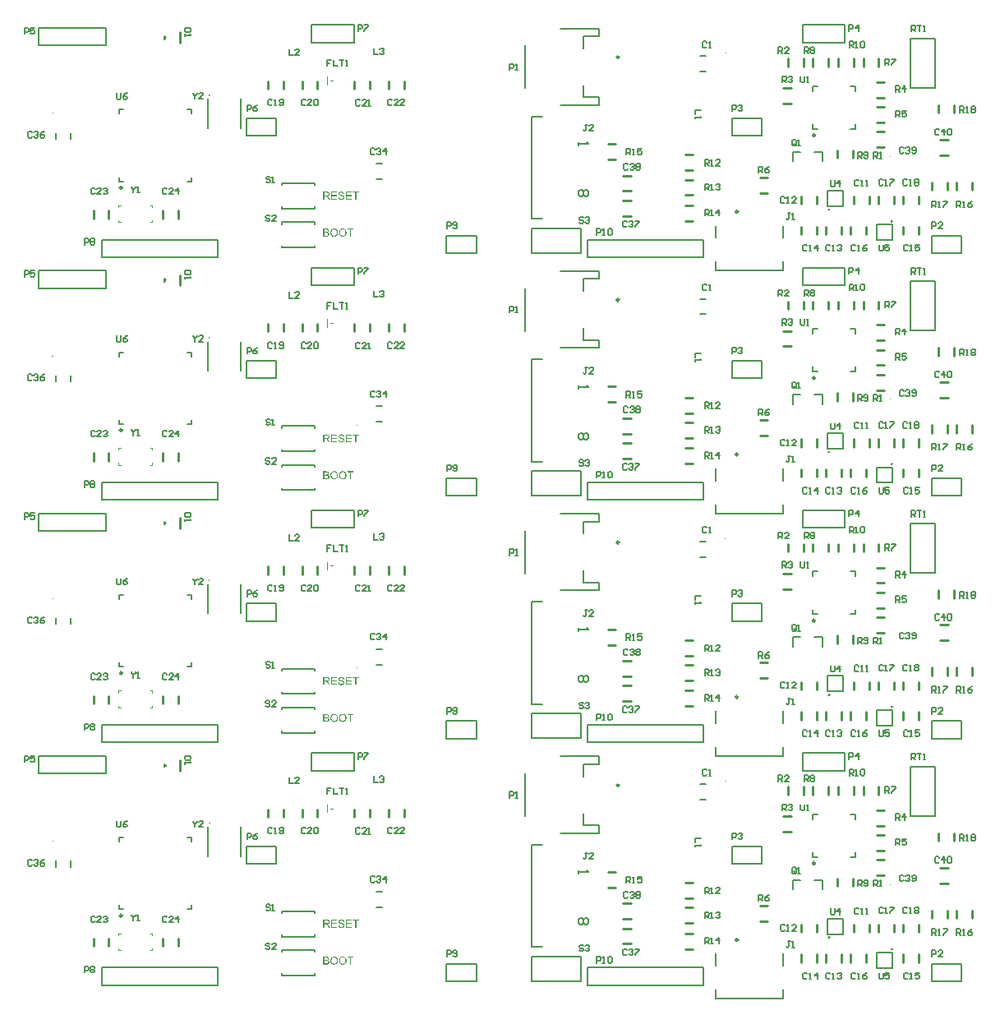
<source format=gto>
G04*
G04 #@! TF.GenerationSoftware,Altium Limited,Altium Designer,21.0.9 (235)*
G04*
G04 Layer_Color=65535*
%FSLAX44Y44*%
%MOMM*%
G71*
G04*
G04 #@! TF.SameCoordinates,010FA0BD-CCEB-4461-B68A-2F08C8EAF3F4*
G04*
G04*
G04 #@! TF.FilePolarity,Positive*
G04*
G01*
G75*
%ADD10C,0.2000*%
%ADD11C,0.2540*%
%ADD47C,0.1270*%
%ADD71C,0.1000*%
%ADD72C,0.2500*%
%ADD73C,0.1524*%
G36*
X582776Y1074391D02*
X582858D01*
X583081Y1074367D01*
X583327Y1074332D01*
X583586Y1074273D01*
X583867Y1074203D01*
X584125Y1074109D01*
X584137D01*
X584160Y1074097D01*
X584196Y1074074D01*
X584243Y1074050D01*
X584360Y1073992D01*
X584512Y1073886D01*
X584688Y1073769D01*
X584865Y1073616D01*
X585029Y1073440D01*
X585181Y1073241D01*
Y1073229D01*
X585193Y1073217D01*
X585217Y1073182D01*
X585240Y1073147D01*
X585299Y1073029D01*
X585369Y1072877D01*
X585451Y1072689D01*
X585510Y1072466D01*
X585569Y1072231D01*
X585592Y1071973D01*
X584560Y1071891D01*
Y1071903D01*
Y1071926D01*
X584548Y1071962D01*
X584536Y1072020D01*
X584501Y1072149D01*
X584454Y1072325D01*
X584383Y1072513D01*
X584278Y1072701D01*
X584149Y1072877D01*
X583984Y1073041D01*
X583961Y1073053D01*
X583902Y1073100D01*
X583785Y1073170D01*
X583632Y1073241D01*
X583433Y1073311D01*
X583198Y1073381D01*
X582905Y1073428D01*
X582576Y1073440D01*
X582412D01*
X582342Y1073428D01*
X582248Y1073417D01*
X582037Y1073393D01*
X581802Y1073346D01*
X581567Y1073288D01*
X581344Y1073194D01*
X581250Y1073135D01*
X581156Y1073076D01*
X581133Y1073065D01*
X581086Y1073018D01*
X581016Y1072935D01*
X580945Y1072842D01*
X580863Y1072713D01*
X580793Y1072572D01*
X580746Y1072408D01*
X580722Y1072220D01*
Y1072196D01*
Y1072149D01*
X580734Y1072067D01*
X580757Y1071973D01*
X580793Y1071856D01*
X580851Y1071739D01*
X580922Y1071621D01*
X581027Y1071504D01*
X581039Y1071492D01*
X581098Y1071457D01*
X581145Y1071422D01*
X581192Y1071398D01*
X581262Y1071363D01*
X581344Y1071316D01*
X581450Y1071281D01*
X581567Y1071234D01*
X581696Y1071187D01*
X581849Y1071128D01*
X582013Y1071081D01*
X582201Y1071023D01*
X582412Y1070976D01*
X582647Y1070917D01*
X582658D01*
X582705Y1070905D01*
X582776Y1070894D01*
X582858Y1070870D01*
X582963Y1070847D01*
X583093Y1070811D01*
X583222Y1070776D01*
X583363Y1070741D01*
X583668Y1070659D01*
X583961Y1070577D01*
X584102Y1070530D01*
X584231Y1070483D01*
X584348Y1070448D01*
X584442Y1070401D01*
X584454D01*
X584477Y1070389D01*
X584512Y1070366D01*
X584560Y1070342D01*
X584688Y1070272D01*
X584841Y1070178D01*
X585017Y1070049D01*
X585193Y1069908D01*
X585357Y1069744D01*
X585498Y1069568D01*
X585510Y1069544D01*
X585557Y1069485D01*
X585604Y1069380D01*
X585674Y1069239D01*
X585733Y1069075D01*
X585792Y1068875D01*
X585827Y1068652D01*
X585839Y1068418D01*
Y1068406D01*
Y1068394D01*
Y1068359D01*
Y1068312D01*
X585815Y1068183D01*
X585792Y1068019D01*
X585745Y1067831D01*
X585686Y1067631D01*
X585592Y1067420D01*
X585463Y1067197D01*
Y1067186D01*
X585451Y1067174D01*
X585393Y1067103D01*
X585311Y1066998D01*
X585193Y1066880D01*
X585041Y1066740D01*
X584853Y1066587D01*
X584642Y1066446D01*
X584395Y1066317D01*
X584383D01*
X584360Y1066305D01*
X584325Y1066294D01*
X584278Y1066270D01*
X584207Y1066247D01*
X584125Y1066211D01*
X583937Y1066164D01*
X583715Y1066106D01*
X583445Y1066047D01*
X583151Y1066012D01*
X582834Y1066000D01*
X582647D01*
X582553Y1066012D01*
X582447D01*
X582330Y1066024D01*
X582189Y1066036D01*
X581896Y1066082D01*
X581591Y1066129D01*
X581286Y1066211D01*
X580992Y1066317D01*
X580980D01*
X580957Y1066329D01*
X580922Y1066352D01*
X580875Y1066376D01*
X580734Y1066446D01*
X580570Y1066552D01*
X580382Y1066693D01*
X580182Y1066857D01*
X579995Y1067056D01*
X579819Y1067279D01*
Y1067291D01*
X579795Y1067315D01*
X579783Y1067350D01*
X579748Y1067397D01*
X579725Y1067455D01*
X579689Y1067526D01*
X579607Y1067702D01*
X579525Y1067925D01*
X579455Y1068171D01*
X579408Y1068453D01*
X579384Y1068746D01*
X580394Y1068840D01*
Y1068828D01*
Y1068817D01*
X580405Y1068781D01*
Y1068735D01*
X580429Y1068629D01*
X580464Y1068476D01*
X580511Y1068324D01*
X580558Y1068148D01*
X580640Y1067983D01*
X580722Y1067831D01*
X580734Y1067819D01*
X580769Y1067772D01*
X580828Y1067690D01*
X580922Y1067608D01*
X581039Y1067502D01*
X581168Y1067397D01*
X581344Y1067291D01*
X581532Y1067197D01*
X581544D01*
X581555Y1067186D01*
X581591Y1067174D01*
X581626Y1067162D01*
X581743Y1067127D01*
X581896Y1067080D01*
X582083Y1067033D01*
X582295Y1066998D01*
X582529Y1066974D01*
X582788Y1066963D01*
X582893D01*
X583010Y1066974D01*
X583151Y1066986D01*
X583316Y1067009D01*
X583503Y1067033D01*
X583691Y1067080D01*
X583867Y1067139D01*
X583891Y1067150D01*
X583949Y1067174D01*
X584031Y1067221D01*
X584137Y1067268D01*
X584243Y1067350D01*
X584360Y1067432D01*
X584477Y1067526D01*
X584571Y1067643D01*
X584583Y1067655D01*
X584606Y1067702D01*
X584642Y1067760D01*
X584688Y1067854D01*
X584735Y1067948D01*
X584771Y1068066D01*
X584794Y1068195D01*
X584806Y1068335D01*
Y1068347D01*
Y1068406D01*
X584794Y1068476D01*
X584782Y1068570D01*
X584747Y1068664D01*
X584712Y1068781D01*
X584653Y1068899D01*
X584571Y1069004D01*
X584560Y1069016D01*
X584524Y1069051D01*
X584477Y1069098D01*
X584395Y1069169D01*
X584301Y1069239D01*
X584172Y1069321D01*
X584020Y1069403D01*
X583844Y1069474D01*
X583832Y1069485D01*
X583773Y1069497D01*
X583679Y1069532D01*
X583621Y1069544D01*
X583539Y1069568D01*
X583456Y1069603D01*
X583351Y1069626D01*
X583233Y1069661D01*
X583093Y1069697D01*
X582952Y1069732D01*
X582788Y1069779D01*
X582600Y1069826D01*
X582400Y1069873D01*
X582388D01*
X582353Y1069884D01*
X582295Y1069896D01*
X582224Y1069920D01*
X582130Y1069943D01*
X582025Y1069967D01*
X581790Y1070037D01*
X581532Y1070119D01*
X581262Y1070201D01*
X581027Y1070284D01*
X580922Y1070330D01*
X580828Y1070377D01*
X580816D01*
X580804Y1070389D01*
X580734Y1070436D01*
X580628Y1070495D01*
X580511Y1070589D01*
X580370Y1070694D01*
X580229Y1070823D01*
X580089Y1070976D01*
X579971Y1071140D01*
X579959Y1071164D01*
X579924Y1071222D01*
X579877Y1071316D01*
X579830Y1071433D01*
X579783Y1071586D01*
X579737Y1071762D01*
X579701Y1071950D01*
X579689Y1072149D01*
Y1072161D01*
Y1072173D01*
Y1072208D01*
Y1072255D01*
X579713Y1072372D01*
X579737Y1072525D01*
X579772Y1072701D01*
X579830Y1072900D01*
X579912Y1073100D01*
X580030Y1073299D01*
Y1073311D01*
X580042Y1073323D01*
X580100Y1073393D01*
X580182Y1073487D01*
X580288Y1073604D01*
X580429Y1073734D01*
X580605Y1073874D01*
X580816Y1074003D01*
X581051Y1074121D01*
X581063D01*
X581086Y1074133D01*
X581121Y1074144D01*
X581168Y1074168D01*
X581227Y1074191D01*
X581309Y1074215D01*
X581485Y1074262D01*
X581708Y1074308D01*
X581966Y1074355D01*
X582236Y1074391D01*
X582541Y1074402D01*
X582694D01*
X582776Y1074391D01*
D02*
G37*
G36*
X600706Y1073299D02*
X598031D01*
Y1066141D01*
X596951D01*
Y1073299D01*
X594276D01*
Y1074262D01*
X600706D01*
Y1073299D01*
D02*
G37*
G36*
X593208D02*
X588409D01*
Y1070823D01*
X592903D01*
Y1069861D01*
X588409D01*
Y1067103D01*
X593396D01*
Y1066141D01*
X587329D01*
Y1074262D01*
X593208D01*
Y1073299D01*
D02*
G37*
G36*
X578070D02*
X573271D01*
Y1070823D01*
X577765D01*
Y1069861D01*
X573271D01*
Y1067103D01*
X578258D01*
Y1066141D01*
X572191D01*
Y1074262D01*
X578070D01*
Y1073299D01*
D02*
G37*
G36*
X567861Y1074250D02*
X567966D01*
X568213Y1074238D01*
X568471Y1074203D01*
X568753Y1074168D01*
X569011Y1074109D01*
X569140Y1074074D01*
X569245Y1074039D01*
X569257D01*
X569269Y1074027D01*
X569339Y1073992D01*
X569445Y1073945D01*
X569574Y1073863D01*
X569715Y1073757D01*
X569868Y1073616D01*
X570008Y1073452D01*
X570149Y1073264D01*
Y1073252D01*
X570161Y1073241D01*
X570208Y1073170D01*
X570255Y1073053D01*
X570325Y1072900D01*
X570384Y1072724D01*
X570443Y1072513D01*
X570478Y1072290D01*
X570489Y1072044D01*
Y1072032D01*
Y1072009D01*
Y1071962D01*
X570478Y1071903D01*
Y1071821D01*
X570466Y1071739D01*
X570419Y1071539D01*
X570349Y1071304D01*
X570255Y1071058D01*
X570114Y1070811D01*
X570020Y1070694D01*
X569926Y1070577D01*
X569914Y1070565D01*
X569903Y1070553D01*
X569868Y1070518D01*
X569821Y1070483D01*
X569762Y1070436D01*
X569692Y1070389D01*
X569598Y1070330D01*
X569504Y1070260D01*
X569386Y1070201D01*
X569257Y1070143D01*
X569117Y1070072D01*
X568964Y1070014D01*
X568788Y1069967D01*
X568612Y1069908D01*
X568412Y1069873D01*
X568201Y1069837D01*
X568225Y1069826D01*
X568272Y1069802D01*
X568342Y1069755D01*
X568436Y1069708D01*
X568647Y1069579D01*
X568753Y1069497D01*
X568847Y1069427D01*
X568870Y1069403D01*
X568929Y1069345D01*
X569023Y1069251D01*
X569140Y1069133D01*
X569269Y1068969D01*
X569422Y1068793D01*
X569574Y1068582D01*
X569738Y1068347D01*
X571135Y1066141D01*
X569797D01*
X568729Y1067831D01*
Y1067843D01*
X568706Y1067866D01*
X568682Y1067901D01*
X568647Y1067948D01*
X568565Y1068077D01*
X568459Y1068242D01*
X568330Y1068418D01*
X568201Y1068605D01*
X568072Y1068781D01*
X567955Y1068946D01*
X567943Y1068957D01*
X567908Y1069004D01*
X567849Y1069075D01*
X567767Y1069157D01*
X567591Y1069333D01*
X567497Y1069415D01*
X567403Y1069485D01*
X567391Y1069497D01*
X567368Y1069509D01*
X567321Y1069532D01*
X567251Y1069568D01*
X567180Y1069603D01*
X567098Y1069638D01*
X566910Y1069697D01*
X566899D01*
X566875Y1069708D01*
X566828D01*
X566769Y1069720D01*
X566687Y1069732D01*
X566594D01*
X566464Y1069744D01*
X565080D01*
Y1066141D01*
X564000D01*
Y1074262D01*
X567767D01*
X567861Y1074250D01*
D02*
G37*
G36*
X595086Y1035299D02*
X592410D01*
Y1028141D01*
X591330D01*
Y1035299D01*
X588655D01*
Y1036262D01*
X595086D01*
Y1035299D01*
D02*
G37*
G36*
X567274Y1036250D02*
X567368D01*
X567579Y1036226D01*
X567814Y1036203D01*
X568060Y1036156D01*
X568307Y1036097D01*
X568530Y1036015D01*
X568541D01*
X568553Y1036003D01*
X568624Y1035968D01*
X568729Y1035910D01*
X568847Y1035827D01*
X568987Y1035722D01*
X569140Y1035593D01*
X569281Y1035428D01*
X569410Y1035252D01*
X569422Y1035229D01*
X569457Y1035158D01*
X569515Y1035065D01*
X569574Y1034924D01*
X569633Y1034760D01*
X569692Y1034584D01*
X569727Y1034384D01*
X569738Y1034184D01*
Y1034161D01*
Y1034102D01*
X569727Y1033997D01*
X569703Y1033868D01*
X569668Y1033715D01*
X569609Y1033551D01*
X569539Y1033387D01*
X569445Y1033211D01*
X569433Y1033187D01*
X569398Y1033140D01*
X569328Y1033046D01*
X569234Y1032952D01*
X569117Y1032835D01*
X568976Y1032706D01*
X568800Y1032589D01*
X568600Y1032471D01*
X568612D01*
X568635Y1032459D01*
X568671Y1032448D01*
X568717Y1032424D01*
X568858Y1032377D01*
X569023Y1032295D01*
X569199Y1032190D01*
X569398Y1032060D01*
X569574Y1031908D01*
X569738Y1031720D01*
X569750Y1031697D01*
X569797Y1031626D01*
X569868Y1031521D01*
X569938Y1031380D01*
X570008Y1031192D01*
X570079Y1030993D01*
X570126Y1030758D01*
X570137Y1030500D01*
Y1030488D01*
Y1030476D01*
Y1030406D01*
X570126Y1030288D01*
X570102Y1030148D01*
X570079Y1029983D01*
X570032Y1029807D01*
X569973Y1029620D01*
X569891Y1029432D01*
X569879Y1029408D01*
X569844Y1029350D01*
X569797Y1029268D01*
X569727Y1029150D01*
X569633Y1029033D01*
X569539Y1028904D01*
X569422Y1028775D01*
X569292Y1028669D01*
X569281Y1028657D01*
X569234Y1028622D01*
X569152Y1028575D01*
X569046Y1028528D01*
X568917Y1028458D01*
X568764Y1028388D01*
X568600Y1028329D01*
X568401Y1028270D01*
X568377D01*
X568307Y1028247D01*
X568189Y1028235D01*
X568037Y1028212D01*
X567849Y1028188D01*
X567626Y1028165D01*
X567380Y1028153D01*
X567098Y1028141D01*
X564000D01*
Y1036262D01*
X567192D01*
X567274Y1036250D01*
D02*
G37*
G36*
X584184Y1036391D02*
X584290D01*
X584395Y1036379D01*
X584536Y1036355D01*
X584677Y1036332D01*
X584982Y1036273D01*
X585334Y1036179D01*
X585674Y1036039D01*
X585850Y1035956D01*
X586026Y1035863D01*
X586038Y1035851D01*
X586062Y1035839D01*
X586109Y1035804D01*
X586179Y1035769D01*
X586249Y1035710D01*
X586343Y1035640D01*
X586543Y1035475D01*
X586754Y1035264D01*
X586989Y1035006D01*
X587211Y1034701D01*
X587399Y1034361D01*
Y1034349D01*
X587423Y1034314D01*
X587446Y1034267D01*
X587470Y1034196D01*
X587517Y1034102D01*
X587552Y1033997D01*
X587599Y1033868D01*
X587646Y1033727D01*
X587681Y1033574D01*
X587728Y1033410D01*
X587775Y1033222D01*
X587810Y1033035D01*
X587857Y1032624D01*
X587880Y1032178D01*
Y1032166D01*
Y1032119D01*
Y1032060D01*
X587869Y1031967D01*
Y1031861D01*
X587857Y1031732D01*
X587834Y1031591D01*
X587822Y1031439D01*
X587763Y1031098D01*
X587669Y1030723D01*
X587540Y1030347D01*
X587470Y1030160D01*
X587376Y1029972D01*
Y1029960D01*
X587352Y1029925D01*
X587329Y1029878D01*
X587282Y1029807D01*
X587235Y1029725D01*
X587176Y1029643D01*
X587012Y1029420D01*
X586813Y1029185D01*
X586578Y1028939D01*
X586296Y1028704D01*
X585968Y1028493D01*
X585956D01*
X585932Y1028470D01*
X585874Y1028446D01*
X585803Y1028411D01*
X585721Y1028376D01*
X585627Y1028341D01*
X585510Y1028294D01*
X585381Y1028247D01*
X585240Y1028200D01*
X585088Y1028153D01*
X584747Y1028082D01*
X584383Y1028024D01*
X583996Y1028000D01*
X583879D01*
X583808Y1028012D01*
X583703D01*
X583586Y1028036D01*
X583456Y1028047D01*
X583304Y1028071D01*
X582987Y1028141D01*
X582647Y1028235D01*
X582295Y1028376D01*
X582119Y1028458D01*
X581943Y1028552D01*
X581931Y1028564D01*
X581907Y1028575D01*
X581861Y1028611D01*
X581790Y1028657D01*
X581720Y1028704D01*
X581637Y1028775D01*
X581438Y1028951D01*
X581215Y1029162D01*
X580980Y1029420D01*
X580769Y1029714D01*
X580570Y1030054D01*
Y1030066D01*
X580546Y1030101D01*
X580523Y1030148D01*
X580499Y1030218D01*
X580464Y1030312D01*
X580429Y1030418D01*
X580382Y1030535D01*
X580347Y1030664D01*
X580300Y1030817D01*
X580253Y1030969D01*
X580182Y1031321D01*
X580135Y1031685D01*
X580112Y1032084D01*
Y1032096D01*
Y1032107D01*
Y1032178D01*
X580124Y1032283D01*
Y1032424D01*
X580147Y1032589D01*
X580171Y1032788D01*
X580206Y1033011D01*
X580253Y1033246D01*
X580300Y1033492D01*
X580370Y1033750D01*
X580464Y1034008D01*
X580570Y1034278D01*
X580687Y1034537D01*
X580840Y1034795D01*
X581004Y1035029D01*
X581192Y1035252D01*
X581203Y1035264D01*
X581239Y1035299D01*
X581309Y1035358D01*
X581391Y1035428D01*
X581497Y1035522D01*
X581626Y1035616D01*
X581778Y1035722D01*
X581954Y1035827D01*
X582142Y1035933D01*
X582353Y1036039D01*
X582588Y1036133D01*
X582834Y1036226D01*
X583104Y1036297D01*
X583386Y1036355D01*
X583679Y1036391D01*
X583996Y1036402D01*
X584102D01*
X584184Y1036391D01*
D02*
G37*
G36*
X575359D02*
X575465D01*
X575571Y1036379D01*
X575711Y1036355D01*
X575852Y1036332D01*
X576157Y1036273D01*
X576509Y1036179D01*
X576850Y1036039D01*
X577026Y1035956D01*
X577202Y1035863D01*
X577214Y1035851D01*
X577237Y1035839D01*
X577284Y1035804D01*
X577354Y1035769D01*
X577425Y1035710D01*
X577519Y1035640D01*
X577718Y1035475D01*
X577929Y1035264D01*
X578164Y1035006D01*
X578387Y1034701D01*
X578575Y1034361D01*
Y1034349D01*
X578598Y1034314D01*
X578622Y1034267D01*
X578645Y1034196D01*
X578692Y1034102D01*
X578727Y1033997D01*
X578774Y1033868D01*
X578821Y1033727D01*
X578856Y1033574D01*
X578903Y1033410D01*
X578950Y1033222D01*
X578985Y1033035D01*
X579032Y1032624D01*
X579056Y1032178D01*
Y1032166D01*
Y1032119D01*
Y1032060D01*
X579044Y1031967D01*
Y1031861D01*
X579032Y1031732D01*
X579009Y1031591D01*
X578997Y1031439D01*
X578938Y1031098D01*
X578845Y1030723D01*
X578716Y1030347D01*
X578645Y1030160D01*
X578551Y1029972D01*
Y1029960D01*
X578528Y1029925D01*
X578504Y1029878D01*
X578457Y1029807D01*
X578410Y1029725D01*
X578352Y1029643D01*
X578187Y1029420D01*
X577988Y1029185D01*
X577753Y1028939D01*
X577472Y1028704D01*
X577143Y1028493D01*
X577131D01*
X577108Y1028470D01*
X577049Y1028446D01*
X576979Y1028411D01*
X576897Y1028376D01*
X576803Y1028341D01*
X576685Y1028294D01*
X576556Y1028247D01*
X576415Y1028200D01*
X576263Y1028153D01*
X575923Y1028082D01*
X575559Y1028024D01*
X575172Y1028000D01*
X575054D01*
X574984Y1028012D01*
X574878D01*
X574761Y1028036D01*
X574632Y1028047D01*
X574479Y1028071D01*
X574162Y1028141D01*
X573822Y1028235D01*
X573470Y1028376D01*
X573294Y1028458D01*
X573118Y1028552D01*
X573106Y1028564D01*
X573083Y1028575D01*
X573036Y1028611D01*
X572966Y1028657D01*
X572895Y1028704D01*
X572813Y1028775D01*
X572613Y1028951D01*
X572391Y1029162D01*
X572156Y1029420D01*
X571945Y1029714D01*
X571745Y1030054D01*
Y1030066D01*
X571722Y1030101D01*
X571698Y1030148D01*
X571675Y1030218D01*
X571639Y1030312D01*
X571604Y1030418D01*
X571557Y1030535D01*
X571522Y1030664D01*
X571475Y1030817D01*
X571428Y1030969D01*
X571358Y1031321D01*
X571311Y1031685D01*
X571287Y1032084D01*
Y1032096D01*
Y1032107D01*
Y1032178D01*
X571299Y1032283D01*
Y1032424D01*
X571323Y1032589D01*
X571346Y1032788D01*
X571381Y1033011D01*
X571428Y1033246D01*
X571475Y1033492D01*
X571546Y1033750D01*
X571639Y1034008D01*
X571745Y1034278D01*
X571862Y1034537D01*
X572015Y1034795D01*
X572179Y1035029D01*
X572367Y1035252D01*
X572379Y1035264D01*
X572414Y1035299D01*
X572484Y1035358D01*
X572566Y1035428D01*
X572672Y1035522D01*
X572801Y1035616D01*
X572954Y1035722D01*
X573130Y1035827D01*
X573317Y1035933D01*
X573529Y1036039D01*
X573763Y1036133D01*
X574010Y1036226D01*
X574280Y1036297D01*
X574561Y1036355D01*
X574855Y1036391D01*
X575172Y1036402D01*
X575277D01*
X575359Y1036391D01*
D02*
G37*
G36*
X582776Y824391D02*
X582858D01*
X583081Y824367D01*
X583327Y824332D01*
X583586Y824273D01*
X583867Y824203D01*
X584125Y824109D01*
X584137D01*
X584160Y824097D01*
X584196Y824074D01*
X584243Y824050D01*
X584360Y823992D01*
X584512Y823886D01*
X584688Y823769D01*
X584865Y823616D01*
X585029Y823440D01*
X585181Y823241D01*
Y823229D01*
X585193Y823217D01*
X585217Y823182D01*
X585240Y823147D01*
X585299Y823029D01*
X585369Y822877D01*
X585451Y822689D01*
X585510Y822466D01*
X585569Y822231D01*
X585592Y821973D01*
X584560Y821891D01*
Y821903D01*
Y821926D01*
X584548Y821962D01*
X584536Y822020D01*
X584501Y822149D01*
X584454Y822325D01*
X584383Y822513D01*
X584278Y822701D01*
X584149Y822877D01*
X583984Y823041D01*
X583961Y823053D01*
X583902Y823100D01*
X583785Y823170D01*
X583632Y823241D01*
X583433Y823311D01*
X583198Y823381D01*
X582905Y823428D01*
X582576Y823440D01*
X582412D01*
X582342Y823428D01*
X582248Y823417D01*
X582037Y823393D01*
X581802Y823346D01*
X581567Y823288D01*
X581344Y823194D01*
X581250Y823135D01*
X581156Y823076D01*
X581133Y823064D01*
X581086Y823018D01*
X581016Y822935D01*
X580945Y822842D01*
X580863Y822712D01*
X580793Y822572D01*
X580746Y822407D01*
X580722Y822220D01*
Y822196D01*
Y822149D01*
X580734Y822067D01*
X580757Y821973D01*
X580793Y821856D01*
X580851Y821739D01*
X580922Y821621D01*
X581027Y821504D01*
X581039Y821492D01*
X581098Y821457D01*
X581145Y821422D01*
X581192Y821398D01*
X581262Y821363D01*
X581344Y821316D01*
X581450Y821281D01*
X581567Y821234D01*
X581696Y821187D01*
X581849Y821128D01*
X582013Y821081D01*
X582201Y821023D01*
X582412Y820976D01*
X582647Y820917D01*
X582658D01*
X582705Y820905D01*
X582776Y820894D01*
X582858Y820870D01*
X582963Y820847D01*
X583093Y820811D01*
X583222Y820776D01*
X583363Y820741D01*
X583668Y820659D01*
X583961Y820577D01*
X584102Y820530D01*
X584231Y820483D01*
X584348Y820448D01*
X584442Y820401D01*
X584454D01*
X584477Y820389D01*
X584512Y820366D01*
X584560Y820342D01*
X584688Y820272D01*
X584841Y820178D01*
X585017Y820049D01*
X585193Y819908D01*
X585357Y819744D01*
X585498Y819568D01*
X585510Y819544D01*
X585557Y819485D01*
X585604Y819380D01*
X585674Y819239D01*
X585733Y819075D01*
X585792Y818875D01*
X585827Y818652D01*
X585839Y818418D01*
Y818406D01*
Y818394D01*
Y818359D01*
Y818312D01*
X585815Y818183D01*
X585792Y818019D01*
X585745Y817831D01*
X585686Y817631D01*
X585592Y817420D01*
X585463Y817197D01*
Y817185D01*
X585451Y817174D01*
X585393Y817103D01*
X585311Y816998D01*
X585193Y816880D01*
X585041Y816740D01*
X584853Y816587D01*
X584642Y816446D01*
X584395Y816317D01*
X584383D01*
X584360Y816305D01*
X584325Y816294D01*
X584278Y816270D01*
X584207Y816247D01*
X584125Y816211D01*
X583937Y816164D01*
X583715Y816106D01*
X583445Y816047D01*
X583151Y816012D01*
X582834Y816000D01*
X582647D01*
X582553Y816012D01*
X582447D01*
X582330Y816024D01*
X582189Y816035D01*
X581896Y816082D01*
X581591Y816129D01*
X581286Y816211D01*
X580992Y816317D01*
X580980D01*
X580957Y816329D01*
X580922Y816352D01*
X580875Y816376D01*
X580734Y816446D01*
X580570Y816552D01*
X580382Y816693D01*
X580182Y816857D01*
X579995Y817056D01*
X579819Y817279D01*
Y817291D01*
X579795Y817315D01*
X579783Y817350D01*
X579748Y817397D01*
X579725Y817455D01*
X579689Y817526D01*
X579607Y817702D01*
X579525Y817925D01*
X579455Y818171D01*
X579408Y818453D01*
X579384Y818746D01*
X580394Y818840D01*
Y818828D01*
Y818817D01*
X580405Y818781D01*
Y818734D01*
X580429Y818629D01*
X580464Y818476D01*
X580511Y818324D01*
X580558Y818148D01*
X580640Y817983D01*
X580722Y817831D01*
X580734Y817819D01*
X580769Y817772D01*
X580828Y817690D01*
X580922Y817608D01*
X581039Y817502D01*
X581168Y817397D01*
X581344Y817291D01*
X581532Y817197D01*
X581544D01*
X581555Y817185D01*
X581591Y817174D01*
X581626Y817162D01*
X581743Y817127D01*
X581896Y817080D01*
X582083Y817033D01*
X582295Y816998D01*
X582529Y816974D01*
X582788Y816963D01*
X582893D01*
X583010Y816974D01*
X583151Y816986D01*
X583316Y817009D01*
X583503Y817033D01*
X583691Y817080D01*
X583867Y817139D01*
X583891Y817150D01*
X583949Y817174D01*
X584031Y817221D01*
X584137Y817268D01*
X584243Y817350D01*
X584360Y817432D01*
X584477Y817526D01*
X584571Y817643D01*
X584583Y817655D01*
X584606Y817702D01*
X584642Y817760D01*
X584688Y817854D01*
X584735Y817948D01*
X584771Y818065D01*
X584794Y818195D01*
X584806Y818335D01*
Y818347D01*
Y818406D01*
X584794Y818476D01*
X584782Y818570D01*
X584747Y818664D01*
X584712Y818781D01*
X584653Y818899D01*
X584571Y819004D01*
X584560Y819016D01*
X584524Y819051D01*
X584477Y819098D01*
X584395Y819169D01*
X584301Y819239D01*
X584172Y819321D01*
X584020Y819403D01*
X583844Y819474D01*
X583832Y819485D01*
X583773Y819497D01*
X583679Y819532D01*
X583621Y819544D01*
X583539Y819568D01*
X583456Y819603D01*
X583351Y819626D01*
X583233Y819661D01*
X583093Y819697D01*
X582952Y819732D01*
X582788Y819779D01*
X582600Y819826D01*
X582400Y819873D01*
X582388D01*
X582353Y819884D01*
X582295Y819896D01*
X582224Y819920D01*
X582130Y819943D01*
X582025Y819967D01*
X581790Y820037D01*
X581532Y820119D01*
X581262Y820201D01*
X581027Y820283D01*
X580922Y820330D01*
X580828Y820377D01*
X580816D01*
X580804Y820389D01*
X580734Y820436D01*
X580628Y820495D01*
X580511Y820589D01*
X580370Y820694D01*
X580229Y820823D01*
X580089Y820976D01*
X579971Y821140D01*
X579959Y821163D01*
X579924Y821222D01*
X579877Y821316D01*
X579830Y821433D01*
X579783Y821586D01*
X579737Y821762D01*
X579701Y821950D01*
X579689Y822149D01*
Y822161D01*
Y822173D01*
Y822208D01*
Y822255D01*
X579713Y822372D01*
X579737Y822525D01*
X579772Y822701D01*
X579830Y822900D01*
X579912Y823100D01*
X580030Y823299D01*
Y823311D01*
X580042Y823323D01*
X580100Y823393D01*
X580182Y823487D01*
X580288Y823604D01*
X580429Y823733D01*
X580605Y823874D01*
X580816Y824003D01*
X581051Y824121D01*
X581063D01*
X581086Y824132D01*
X581121Y824144D01*
X581168Y824168D01*
X581227Y824191D01*
X581309Y824215D01*
X581485Y824261D01*
X581708Y824308D01*
X581966Y824355D01*
X582236Y824391D01*
X582541Y824402D01*
X582694D01*
X582776Y824391D01*
D02*
G37*
G36*
X600706Y823299D02*
X598031D01*
Y816141D01*
X596951D01*
Y823299D01*
X594276D01*
Y824261D01*
X600706D01*
Y823299D01*
D02*
G37*
G36*
X593208D02*
X588409D01*
Y820823D01*
X592903D01*
Y819861D01*
X588409D01*
Y817103D01*
X593396D01*
Y816141D01*
X587329D01*
Y824261D01*
X593208D01*
Y823299D01*
D02*
G37*
G36*
X578070D02*
X573271D01*
Y820823D01*
X577765D01*
Y819861D01*
X573271D01*
Y817103D01*
X578258D01*
Y816141D01*
X572191D01*
Y824261D01*
X578070D01*
Y823299D01*
D02*
G37*
G36*
X567861Y824250D02*
X567966D01*
X568213Y824238D01*
X568471Y824203D01*
X568753Y824168D01*
X569011Y824109D01*
X569140Y824074D01*
X569245Y824038D01*
X569257D01*
X569269Y824027D01*
X569339Y823992D01*
X569445Y823945D01*
X569574Y823863D01*
X569715Y823757D01*
X569868Y823616D01*
X570008Y823452D01*
X570149Y823264D01*
Y823252D01*
X570161Y823241D01*
X570208Y823170D01*
X570255Y823053D01*
X570325Y822900D01*
X570384Y822724D01*
X570443Y822513D01*
X570478Y822290D01*
X570489Y822044D01*
Y822032D01*
Y822008D01*
Y821962D01*
X570478Y821903D01*
Y821821D01*
X570466Y821739D01*
X570419Y821539D01*
X570349Y821304D01*
X570255Y821058D01*
X570114Y820811D01*
X570020Y820694D01*
X569926Y820577D01*
X569914Y820565D01*
X569903Y820553D01*
X569868Y820518D01*
X569821Y820483D01*
X569762Y820436D01*
X569692Y820389D01*
X569598Y820330D01*
X569504Y820260D01*
X569386Y820201D01*
X569257Y820143D01*
X569117Y820072D01*
X568964Y820014D01*
X568788Y819967D01*
X568612Y819908D01*
X568412Y819873D01*
X568201Y819837D01*
X568225Y819826D01*
X568272Y819802D01*
X568342Y819755D01*
X568436Y819708D01*
X568647Y819579D01*
X568753Y819497D01*
X568847Y819427D01*
X568870Y819403D01*
X568929Y819345D01*
X569023Y819251D01*
X569140Y819133D01*
X569269Y818969D01*
X569422Y818793D01*
X569574Y818582D01*
X569738Y818347D01*
X571135Y816141D01*
X569797D01*
X568729Y817831D01*
Y817843D01*
X568706Y817866D01*
X568682Y817901D01*
X568647Y817948D01*
X568565Y818077D01*
X568459Y818242D01*
X568330Y818418D01*
X568201Y818605D01*
X568072Y818781D01*
X567955Y818946D01*
X567943Y818957D01*
X567908Y819004D01*
X567849Y819075D01*
X567767Y819157D01*
X567591Y819333D01*
X567497Y819415D01*
X567403Y819485D01*
X567391Y819497D01*
X567368Y819509D01*
X567321Y819532D01*
X567251Y819568D01*
X567180Y819603D01*
X567098Y819638D01*
X566910Y819697D01*
X566899D01*
X566875Y819708D01*
X566828D01*
X566769Y819720D01*
X566687Y819732D01*
X566594D01*
X566464Y819744D01*
X565080D01*
Y816141D01*
X564000D01*
Y824261D01*
X567767D01*
X567861Y824250D01*
D02*
G37*
G36*
X595086Y785299D02*
X592410D01*
Y778141D01*
X591330D01*
Y785299D01*
X588655D01*
Y786262D01*
X595086D01*
Y785299D01*
D02*
G37*
G36*
X567274Y786250D02*
X567368D01*
X567579Y786226D01*
X567814Y786203D01*
X568060Y786156D01*
X568307Y786097D01*
X568530Y786015D01*
X568541D01*
X568553Y786003D01*
X568624Y785968D01*
X568729Y785910D01*
X568847Y785827D01*
X568987Y785722D01*
X569140Y785593D01*
X569281Y785428D01*
X569410Y785252D01*
X569422Y785229D01*
X569457Y785158D01*
X569515Y785064D01*
X569574Y784924D01*
X569633Y784759D01*
X569692Y784583D01*
X569727Y784384D01*
X569738Y784184D01*
Y784161D01*
Y784102D01*
X569727Y783997D01*
X569703Y783868D01*
X569668Y783715D01*
X569609Y783551D01*
X569539Y783387D01*
X569445Y783210D01*
X569433Y783187D01*
X569398Y783140D01*
X569328Y783046D01*
X569234Y782952D01*
X569117Y782835D01*
X568976Y782706D01*
X568800Y782589D01*
X568600Y782471D01*
X568612D01*
X568635Y782459D01*
X568671Y782448D01*
X568717Y782424D01*
X568858Y782377D01*
X569023Y782295D01*
X569199Y782189D01*
X569398Y782060D01*
X569574Y781908D01*
X569738Y781720D01*
X569750Y781697D01*
X569797Y781626D01*
X569868Y781521D01*
X569938Y781380D01*
X570008Y781192D01*
X570079Y780993D01*
X570126Y780758D01*
X570137Y780500D01*
Y780488D01*
Y780476D01*
Y780406D01*
X570126Y780288D01*
X570102Y780148D01*
X570079Y779983D01*
X570032Y779807D01*
X569973Y779620D01*
X569891Y779432D01*
X569879Y779408D01*
X569844Y779350D01*
X569797Y779268D01*
X569727Y779150D01*
X569633Y779033D01*
X569539Y778904D01*
X569422Y778775D01*
X569292Y778669D01*
X569281Y778657D01*
X569234Y778622D01*
X569152Y778575D01*
X569046Y778528D01*
X568917Y778458D01*
X568764Y778387D01*
X568600Y778329D01*
X568401Y778270D01*
X568377D01*
X568307Y778247D01*
X568189Y778235D01*
X568037Y778211D01*
X567849Y778188D01*
X567626Y778165D01*
X567380Y778153D01*
X567098Y778141D01*
X564000D01*
Y786262D01*
X567192D01*
X567274Y786250D01*
D02*
G37*
G36*
X584184Y786391D02*
X584290D01*
X584395Y786379D01*
X584536Y786355D01*
X584677Y786332D01*
X584982Y786273D01*
X585334Y786179D01*
X585674Y786039D01*
X585850Y785956D01*
X586026Y785863D01*
X586038Y785851D01*
X586062Y785839D01*
X586109Y785804D01*
X586179Y785769D01*
X586249Y785710D01*
X586343Y785640D01*
X586543Y785475D01*
X586754Y785264D01*
X586989Y785006D01*
X587211Y784701D01*
X587399Y784361D01*
Y784349D01*
X587423Y784314D01*
X587446Y784267D01*
X587470Y784196D01*
X587517Y784102D01*
X587552Y783997D01*
X587599Y783868D01*
X587646Y783727D01*
X587681Y783574D01*
X587728Y783410D01*
X587775Y783222D01*
X587810Y783034D01*
X587857Y782624D01*
X587880Y782178D01*
Y782166D01*
Y782119D01*
Y782060D01*
X587869Y781967D01*
Y781861D01*
X587857Y781732D01*
X587834Y781591D01*
X587822Y781439D01*
X587763Y781098D01*
X587669Y780723D01*
X587540Y780347D01*
X587470Y780159D01*
X587376Y779972D01*
Y779960D01*
X587352Y779925D01*
X587329Y779878D01*
X587282Y779807D01*
X587235Y779725D01*
X587176Y779643D01*
X587012Y779420D01*
X586813Y779185D01*
X586578Y778939D01*
X586296Y778704D01*
X585968Y778493D01*
X585956D01*
X585932Y778470D01*
X585874Y778446D01*
X585803Y778411D01*
X585721Y778376D01*
X585627Y778341D01*
X585510Y778294D01*
X585381Y778247D01*
X585240Y778200D01*
X585088Y778153D01*
X584747Y778082D01*
X584383Y778024D01*
X583996Y778000D01*
X583879D01*
X583808Y778012D01*
X583703D01*
X583586Y778035D01*
X583456Y778047D01*
X583304Y778071D01*
X582987Y778141D01*
X582647Y778235D01*
X582295Y778376D01*
X582119Y778458D01*
X581943Y778552D01*
X581931Y778564D01*
X581907Y778575D01*
X581861Y778610D01*
X581790Y778657D01*
X581720Y778704D01*
X581637Y778775D01*
X581438Y778951D01*
X581215Y779162D01*
X580980Y779420D01*
X580769Y779714D01*
X580570Y780054D01*
Y780066D01*
X580546Y780101D01*
X580523Y780148D01*
X580499Y780218D01*
X580464Y780312D01*
X580429Y780418D01*
X580382Y780535D01*
X580347Y780664D01*
X580300Y780816D01*
X580253Y780969D01*
X580182Y781321D01*
X580135Y781685D01*
X580112Y782084D01*
Y782096D01*
Y782107D01*
Y782178D01*
X580124Y782283D01*
Y782424D01*
X580147Y782589D01*
X580171Y782788D01*
X580206Y783011D01*
X580253Y783246D01*
X580300Y783492D01*
X580370Y783750D01*
X580464Y784008D01*
X580570Y784278D01*
X580687Y784537D01*
X580840Y784795D01*
X581004Y785029D01*
X581192Y785252D01*
X581203Y785264D01*
X581239Y785299D01*
X581309Y785358D01*
X581391Y785428D01*
X581497Y785522D01*
X581626Y785616D01*
X581778Y785722D01*
X581954Y785827D01*
X582142Y785933D01*
X582353Y786039D01*
X582588Y786132D01*
X582834Y786226D01*
X583104Y786297D01*
X583386Y786355D01*
X583679Y786391D01*
X583996Y786402D01*
X584102D01*
X584184Y786391D01*
D02*
G37*
G36*
X575359D02*
X575465D01*
X575571Y786379D01*
X575711Y786355D01*
X575852Y786332D01*
X576157Y786273D01*
X576509Y786179D01*
X576850Y786039D01*
X577026Y785956D01*
X577202Y785863D01*
X577214Y785851D01*
X577237Y785839D01*
X577284Y785804D01*
X577354Y785769D01*
X577425Y785710D01*
X577519Y785640D01*
X577718Y785475D01*
X577929Y785264D01*
X578164Y785006D01*
X578387Y784701D01*
X578575Y784361D01*
Y784349D01*
X578598Y784314D01*
X578622Y784267D01*
X578645Y784196D01*
X578692Y784102D01*
X578727Y783997D01*
X578774Y783868D01*
X578821Y783727D01*
X578856Y783574D01*
X578903Y783410D01*
X578950Y783222D01*
X578985Y783034D01*
X579032Y782624D01*
X579056Y782178D01*
Y782166D01*
Y782119D01*
Y782060D01*
X579044Y781967D01*
Y781861D01*
X579032Y781732D01*
X579009Y781591D01*
X578997Y781439D01*
X578938Y781098D01*
X578845Y780723D01*
X578716Y780347D01*
X578645Y780159D01*
X578551Y779972D01*
Y779960D01*
X578528Y779925D01*
X578504Y779878D01*
X578457Y779807D01*
X578410Y779725D01*
X578352Y779643D01*
X578187Y779420D01*
X577988Y779185D01*
X577753Y778939D01*
X577472Y778704D01*
X577143Y778493D01*
X577131D01*
X577108Y778470D01*
X577049Y778446D01*
X576979Y778411D01*
X576897Y778376D01*
X576803Y778341D01*
X576685Y778294D01*
X576556Y778247D01*
X576415Y778200D01*
X576263Y778153D01*
X575923Y778082D01*
X575559Y778024D01*
X575172Y778000D01*
X575054D01*
X574984Y778012D01*
X574878D01*
X574761Y778035D01*
X574632Y778047D01*
X574479Y778071D01*
X574162Y778141D01*
X573822Y778235D01*
X573470Y778376D01*
X573294Y778458D01*
X573118Y778552D01*
X573106Y778564D01*
X573083Y778575D01*
X573036Y778610D01*
X572966Y778657D01*
X572895Y778704D01*
X572813Y778775D01*
X572613Y778951D01*
X572391Y779162D01*
X572156Y779420D01*
X571945Y779714D01*
X571745Y780054D01*
Y780066D01*
X571722Y780101D01*
X571698Y780148D01*
X571675Y780218D01*
X571639Y780312D01*
X571604Y780418D01*
X571557Y780535D01*
X571522Y780664D01*
X571475Y780816D01*
X571428Y780969D01*
X571358Y781321D01*
X571311Y781685D01*
X571287Y782084D01*
Y782096D01*
Y782107D01*
Y782178D01*
X571299Y782283D01*
Y782424D01*
X571323Y782589D01*
X571346Y782788D01*
X571381Y783011D01*
X571428Y783246D01*
X571475Y783492D01*
X571546Y783750D01*
X571639Y784008D01*
X571745Y784278D01*
X571862Y784537D01*
X572015Y784795D01*
X572179Y785029D01*
X572367Y785252D01*
X572379Y785264D01*
X572414Y785299D01*
X572484Y785358D01*
X572566Y785428D01*
X572672Y785522D01*
X572801Y785616D01*
X572954Y785722D01*
X573130Y785827D01*
X573317Y785933D01*
X573529Y786039D01*
X573763Y786132D01*
X574010Y786226D01*
X574280Y786297D01*
X574561Y786355D01*
X574855Y786391D01*
X575172Y786402D01*
X575277D01*
X575359Y786391D01*
D02*
G37*
G36*
X582776Y574390D02*
X582858D01*
X583081Y574367D01*
X583327Y574332D01*
X583586Y574273D01*
X583867Y574203D01*
X584125Y574109D01*
X584137D01*
X584160Y574097D01*
X584196Y574074D01*
X584243Y574050D01*
X584360Y573992D01*
X584512Y573886D01*
X584688Y573769D01*
X584865Y573616D01*
X585029Y573440D01*
X585181Y573241D01*
Y573229D01*
X585193Y573217D01*
X585217Y573182D01*
X585240Y573147D01*
X585299Y573029D01*
X585369Y572877D01*
X585451Y572689D01*
X585510Y572466D01*
X585569Y572231D01*
X585592Y571973D01*
X584560Y571891D01*
Y571903D01*
Y571926D01*
X584548Y571961D01*
X584536Y572020D01*
X584501Y572149D01*
X584454Y572325D01*
X584383Y572513D01*
X584278Y572701D01*
X584149Y572877D01*
X583984Y573041D01*
X583961Y573053D01*
X583902Y573100D01*
X583785Y573170D01*
X583632Y573241D01*
X583433Y573311D01*
X583198Y573381D01*
X582905Y573428D01*
X582576Y573440D01*
X582412D01*
X582342Y573428D01*
X582248Y573416D01*
X582037Y573393D01*
X581802Y573346D01*
X581567Y573287D01*
X581344Y573194D01*
X581250Y573135D01*
X581156Y573076D01*
X581133Y573064D01*
X581086Y573018D01*
X581016Y572935D01*
X580945Y572841D01*
X580863Y572712D01*
X580793Y572572D01*
X580746Y572407D01*
X580722Y572220D01*
Y572196D01*
Y572149D01*
X580734Y572067D01*
X580757Y571973D01*
X580793Y571856D01*
X580851Y571739D01*
X580922Y571621D01*
X581027Y571504D01*
X581039Y571492D01*
X581098Y571457D01*
X581145Y571422D01*
X581192Y571398D01*
X581262Y571363D01*
X581344Y571316D01*
X581450Y571281D01*
X581567Y571234D01*
X581696Y571187D01*
X581849Y571128D01*
X582013Y571081D01*
X582201Y571023D01*
X582412Y570976D01*
X582647Y570917D01*
X582658D01*
X582705Y570905D01*
X582776Y570894D01*
X582858Y570870D01*
X582963Y570847D01*
X583093Y570811D01*
X583222Y570776D01*
X583363Y570741D01*
X583668Y570659D01*
X583961Y570577D01*
X584102Y570530D01*
X584231Y570483D01*
X584348Y570448D01*
X584442Y570401D01*
X584454D01*
X584477Y570389D01*
X584512Y570365D01*
X584560Y570342D01*
X584688Y570272D01*
X584841Y570178D01*
X585017Y570049D01*
X585193Y569908D01*
X585357Y569743D01*
X585498Y569567D01*
X585510Y569544D01*
X585557Y569485D01*
X585604Y569380D01*
X585674Y569239D01*
X585733Y569075D01*
X585792Y568875D01*
X585827Y568652D01*
X585839Y568418D01*
Y568406D01*
Y568394D01*
Y568359D01*
Y568312D01*
X585815Y568183D01*
X585792Y568018D01*
X585745Y567831D01*
X585686Y567631D01*
X585592Y567420D01*
X585463Y567197D01*
Y567185D01*
X585451Y567174D01*
X585393Y567103D01*
X585311Y566998D01*
X585193Y566880D01*
X585041Y566739D01*
X584853Y566587D01*
X584642Y566446D01*
X584395Y566317D01*
X584383D01*
X584360Y566305D01*
X584325Y566293D01*
X584278Y566270D01*
X584207Y566247D01*
X584125Y566211D01*
X583937Y566164D01*
X583715Y566106D01*
X583445Y566047D01*
X583151Y566012D01*
X582834Y566000D01*
X582647D01*
X582553Y566012D01*
X582447D01*
X582330Y566024D01*
X582189Y566035D01*
X581896Y566082D01*
X581591Y566129D01*
X581286Y566211D01*
X580992Y566317D01*
X580980D01*
X580957Y566329D01*
X580922Y566352D01*
X580875Y566376D01*
X580734Y566446D01*
X580570Y566552D01*
X580382Y566693D01*
X580182Y566857D01*
X579995Y567056D01*
X579819Y567279D01*
Y567291D01*
X579795Y567314D01*
X579783Y567350D01*
X579748Y567397D01*
X579725Y567455D01*
X579689Y567526D01*
X579607Y567702D01*
X579525Y567925D01*
X579455Y568171D01*
X579408Y568453D01*
X579384Y568746D01*
X580394Y568840D01*
Y568828D01*
Y568816D01*
X580405Y568781D01*
Y568734D01*
X580429Y568629D01*
X580464Y568476D01*
X580511Y568324D01*
X580558Y568148D01*
X580640Y567983D01*
X580722Y567831D01*
X580734Y567819D01*
X580769Y567772D01*
X580828Y567690D01*
X580922Y567608D01*
X581039Y567502D01*
X581168Y567397D01*
X581344Y567291D01*
X581532Y567197D01*
X581544D01*
X581555Y567185D01*
X581591Y567174D01*
X581626Y567162D01*
X581743Y567127D01*
X581896Y567080D01*
X582083Y567033D01*
X582295Y566998D01*
X582529Y566974D01*
X582788Y566962D01*
X582893D01*
X583010Y566974D01*
X583151Y566986D01*
X583316Y567009D01*
X583503Y567033D01*
X583691Y567080D01*
X583867Y567138D01*
X583891Y567150D01*
X583949Y567174D01*
X584031Y567221D01*
X584137Y567267D01*
X584243Y567350D01*
X584360Y567432D01*
X584477Y567526D01*
X584571Y567643D01*
X584583Y567655D01*
X584606Y567702D01*
X584642Y567760D01*
X584688Y567854D01*
X584735Y567948D01*
X584771Y568065D01*
X584794Y568195D01*
X584806Y568335D01*
Y568347D01*
Y568406D01*
X584794Y568476D01*
X584782Y568570D01*
X584747Y568664D01*
X584712Y568781D01*
X584653Y568899D01*
X584571Y569004D01*
X584560Y569016D01*
X584524Y569051D01*
X584477Y569098D01*
X584395Y569169D01*
X584301Y569239D01*
X584172Y569321D01*
X584020Y569403D01*
X583844Y569474D01*
X583832Y569485D01*
X583773Y569497D01*
X583679Y569532D01*
X583621Y569544D01*
X583539Y569567D01*
X583456Y569603D01*
X583351Y569626D01*
X583233Y569661D01*
X583093Y569697D01*
X582952Y569732D01*
X582788Y569779D01*
X582600Y569826D01*
X582400Y569873D01*
X582388D01*
X582353Y569884D01*
X582295Y569896D01*
X582224Y569920D01*
X582130Y569943D01*
X582025Y569967D01*
X581790Y570037D01*
X581532Y570119D01*
X581262Y570201D01*
X581027Y570283D01*
X580922Y570330D01*
X580828Y570377D01*
X580816D01*
X580804Y570389D01*
X580734Y570436D01*
X580628Y570495D01*
X580511Y570588D01*
X580370Y570694D01*
X580229Y570823D01*
X580089Y570976D01*
X579971Y571140D01*
X579959Y571163D01*
X579924Y571222D01*
X579877Y571316D01*
X579830Y571433D01*
X579783Y571586D01*
X579737Y571762D01*
X579701Y571950D01*
X579689Y572149D01*
Y572161D01*
Y572173D01*
Y572208D01*
Y572255D01*
X579713Y572372D01*
X579737Y572525D01*
X579772Y572701D01*
X579830Y572900D01*
X579912Y573100D01*
X580030Y573299D01*
Y573311D01*
X580042Y573323D01*
X580100Y573393D01*
X580182Y573487D01*
X580288Y573604D01*
X580429Y573733D01*
X580605Y573874D01*
X580816Y574003D01*
X581051Y574121D01*
X581063D01*
X581086Y574132D01*
X581121Y574144D01*
X581168Y574168D01*
X581227Y574191D01*
X581309Y574215D01*
X581485Y574261D01*
X581708Y574308D01*
X581966Y574355D01*
X582236Y574390D01*
X582541Y574402D01*
X582694D01*
X582776Y574390D01*
D02*
G37*
G36*
X600706Y573299D02*
X598031D01*
Y566141D01*
X596951D01*
Y573299D01*
X594276D01*
Y574261D01*
X600706D01*
Y573299D01*
D02*
G37*
G36*
X593208D02*
X588409D01*
Y570823D01*
X592903D01*
Y569861D01*
X588409D01*
Y567103D01*
X593396D01*
Y566141D01*
X587329D01*
Y574261D01*
X593208D01*
Y573299D01*
D02*
G37*
G36*
X578070D02*
X573271D01*
Y570823D01*
X577765D01*
Y569861D01*
X573271D01*
Y567103D01*
X578258D01*
Y566141D01*
X572191D01*
Y574261D01*
X578070D01*
Y573299D01*
D02*
G37*
G36*
X567861Y574250D02*
X567966D01*
X568213Y574238D01*
X568471Y574203D01*
X568753Y574168D01*
X569011Y574109D01*
X569140Y574074D01*
X569245Y574039D01*
X569257D01*
X569269Y574027D01*
X569339Y573992D01*
X569445Y573945D01*
X569574Y573862D01*
X569715Y573757D01*
X569868Y573616D01*
X570008Y573452D01*
X570149Y573264D01*
Y573252D01*
X570161Y573241D01*
X570208Y573170D01*
X570255Y573053D01*
X570325Y572900D01*
X570384Y572724D01*
X570443Y572513D01*
X570478Y572290D01*
X570489Y572044D01*
Y572032D01*
Y572008D01*
Y571961D01*
X570478Y571903D01*
Y571821D01*
X570466Y571739D01*
X570419Y571539D01*
X570349Y571304D01*
X570255Y571058D01*
X570114Y570811D01*
X570020Y570694D01*
X569926Y570577D01*
X569914Y570565D01*
X569903Y570553D01*
X569868Y570518D01*
X569821Y570483D01*
X569762Y570436D01*
X569692Y570389D01*
X569598Y570330D01*
X569504Y570260D01*
X569386Y570201D01*
X569257Y570143D01*
X569117Y570072D01*
X568964Y570013D01*
X568788Y569967D01*
X568612Y569908D01*
X568412Y569873D01*
X568201Y569837D01*
X568225Y569826D01*
X568272Y569802D01*
X568342Y569755D01*
X568436Y569708D01*
X568647Y569579D01*
X568753Y569497D01*
X568847Y569427D01*
X568870Y569403D01*
X568929Y569345D01*
X569023Y569251D01*
X569140Y569133D01*
X569269Y568969D01*
X569422Y568793D01*
X569574Y568582D01*
X569738Y568347D01*
X571135Y566141D01*
X569797D01*
X568729Y567831D01*
Y567842D01*
X568706Y567866D01*
X568682Y567901D01*
X568647Y567948D01*
X568565Y568077D01*
X568459Y568242D01*
X568330Y568418D01*
X568201Y568605D01*
X568072Y568781D01*
X567955Y568946D01*
X567943Y568957D01*
X567908Y569004D01*
X567849Y569075D01*
X567767Y569157D01*
X567591Y569333D01*
X567497Y569415D01*
X567403Y569485D01*
X567391Y569497D01*
X567368Y569509D01*
X567321Y569532D01*
X567251Y569567D01*
X567180Y569603D01*
X567098Y569638D01*
X566910Y569697D01*
X566899D01*
X566875Y569708D01*
X566828D01*
X566769Y569720D01*
X566687Y569732D01*
X566594D01*
X566464Y569743D01*
X565080D01*
Y566141D01*
X564000D01*
Y574261D01*
X567767D01*
X567861Y574250D01*
D02*
G37*
G36*
X595086Y535299D02*
X592410D01*
Y528141D01*
X591330D01*
Y535299D01*
X588655D01*
Y536261D01*
X595086D01*
Y535299D01*
D02*
G37*
G36*
X567274Y536250D02*
X567368D01*
X567579Y536226D01*
X567814Y536203D01*
X568060Y536156D01*
X568307Y536097D01*
X568530Y536015D01*
X568541D01*
X568553Y536003D01*
X568624Y535968D01*
X568729Y535909D01*
X568847Y535827D01*
X568987Y535722D01*
X569140Y535593D01*
X569281Y535428D01*
X569410Y535252D01*
X569422Y535229D01*
X569457Y535158D01*
X569515Y535065D01*
X569574Y534924D01*
X569633Y534759D01*
X569692Y534583D01*
X569727Y534384D01*
X569738Y534184D01*
Y534161D01*
Y534102D01*
X569727Y533997D01*
X569703Y533867D01*
X569668Y533715D01*
X569609Y533551D01*
X569539Y533386D01*
X569445Y533210D01*
X569433Y533187D01*
X569398Y533140D01*
X569328Y533046D01*
X569234Y532952D01*
X569117Y532835D01*
X568976Y532706D01*
X568800Y532588D01*
X568600Y532471D01*
X568612D01*
X568635Y532459D01*
X568671Y532448D01*
X568717Y532424D01*
X568858Y532377D01*
X569023Y532295D01*
X569199Y532189D01*
X569398Y532060D01*
X569574Y531908D01*
X569738Y531720D01*
X569750Y531697D01*
X569797Y531626D01*
X569868Y531521D01*
X569938Y531380D01*
X570008Y531192D01*
X570079Y530993D01*
X570126Y530758D01*
X570137Y530500D01*
Y530488D01*
Y530476D01*
Y530406D01*
X570126Y530288D01*
X570102Y530148D01*
X570079Y529983D01*
X570032Y529807D01*
X569973Y529619D01*
X569891Y529432D01*
X569879Y529408D01*
X569844Y529350D01*
X569797Y529268D01*
X569727Y529150D01*
X569633Y529033D01*
X569539Y528904D01*
X569422Y528775D01*
X569292Y528669D01*
X569281Y528657D01*
X569234Y528622D01*
X569152Y528575D01*
X569046Y528528D01*
X568917Y528458D01*
X568764Y528387D01*
X568600Y528329D01*
X568401Y528270D01*
X568377D01*
X568307Y528247D01*
X568189Y528235D01*
X568037Y528211D01*
X567849Y528188D01*
X567626Y528164D01*
X567380Y528153D01*
X567098Y528141D01*
X564000D01*
Y536261D01*
X567192D01*
X567274Y536250D01*
D02*
G37*
G36*
X584184Y536390D02*
X584290D01*
X584395Y536379D01*
X584536Y536355D01*
X584677Y536332D01*
X584982Y536273D01*
X585334Y536179D01*
X585674Y536039D01*
X585850Y535956D01*
X586026Y535863D01*
X586038Y535851D01*
X586062Y535839D01*
X586109Y535804D01*
X586179Y535769D01*
X586249Y535710D01*
X586343Y535639D01*
X586543Y535475D01*
X586754Y535264D01*
X586989Y535006D01*
X587211Y534701D01*
X587399Y534360D01*
Y534349D01*
X587423Y534314D01*
X587446Y534267D01*
X587470Y534196D01*
X587517Y534102D01*
X587552Y533997D01*
X587599Y533867D01*
X587646Y533727D01*
X587681Y533574D01*
X587728Y533410D01*
X587775Y533222D01*
X587810Y533034D01*
X587857Y532624D01*
X587880Y532178D01*
Y532166D01*
Y532119D01*
Y532060D01*
X587869Y531967D01*
Y531861D01*
X587857Y531732D01*
X587834Y531591D01*
X587822Y531438D01*
X587763Y531098D01*
X587669Y530723D01*
X587540Y530347D01*
X587470Y530159D01*
X587376Y529972D01*
Y529960D01*
X587352Y529925D01*
X587329Y529878D01*
X587282Y529807D01*
X587235Y529725D01*
X587176Y529643D01*
X587012Y529420D01*
X586813Y529185D01*
X586578Y528939D01*
X586296Y528704D01*
X585968Y528493D01*
X585956D01*
X585932Y528470D01*
X585874Y528446D01*
X585803Y528411D01*
X585721Y528376D01*
X585627Y528340D01*
X585510Y528293D01*
X585381Y528247D01*
X585240Y528200D01*
X585088Y528153D01*
X584747Y528082D01*
X584383Y528024D01*
X583996Y528000D01*
X583879D01*
X583808Y528012D01*
X583703D01*
X583586Y528035D01*
X583456Y528047D01*
X583304Y528070D01*
X582987Y528141D01*
X582647Y528235D01*
X582295Y528376D01*
X582119Y528458D01*
X581943Y528552D01*
X581931Y528563D01*
X581907Y528575D01*
X581861Y528610D01*
X581790Y528657D01*
X581720Y528704D01*
X581637Y528775D01*
X581438Y528951D01*
X581215Y529162D01*
X580980Y529420D01*
X580769Y529713D01*
X580570Y530054D01*
Y530065D01*
X580546Y530101D01*
X580523Y530148D01*
X580499Y530218D01*
X580464Y530312D01*
X580429Y530418D01*
X580382Y530535D01*
X580347Y530664D01*
X580300Y530816D01*
X580253Y530969D01*
X580182Y531321D01*
X580135Y531685D01*
X580112Y532084D01*
Y532096D01*
Y532107D01*
Y532178D01*
X580124Y532283D01*
Y532424D01*
X580147Y532588D01*
X580171Y532788D01*
X580206Y533011D01*
X580253Y533246D01*
X580300Y533492D01*
X580370Y533750D01*
X580464Y534008D01*
X580570Y534278D01*
X580687Y534536D01*
X580840Y534795D01*
X581004Y535029D01*
X581192Y535252D01*
X581203Y535264D01*
X581239Y535299D01*
X581309Y535358D01*
X581391Y535428D01*
X581497Y535522D01*
X581626Y535616D01*
X581778Y535722D01*
X581954Y535827D01*
X582142Y535933D01*
X582353Y536039D01*
X582588Y536132D01*
X582834Y536226D01*
X583104Y536297D01*
X583386Y536355D01*
X583679Y536390D01*
X583996Y536402D01*
X584102D01*
X584184Y536390D01*
D02*
G37*
G36*
X575359D02*
X575465D01*
X575571Y536379D01*
X575711Y536355D01*
X575852Y536332D01*
X576157Y536273D01*
X576509Y536179D01*
X576850Y536039D01*
X577026Y535956D01*
X577202Y535863D01*
X577214Y535851D01*
X577237Y535839D01*
X577284Y535804D01*
X577354Y535769D01*
X577425Y535710D01*
X577519Y535639D01*
X577718Y535475D01*
X577929Y535264D01*
X578164Y535006D01*
X578387Y534701D01*
X578575Y534360D01*
Y534349D01*
X578598Y534314D01*
X578622Y534267D01*
X578645Y534196D01*
X578692Y534102D01*
X578727Y533997D01*
X578774Y533867D01*
X578821Y533727D01*
X578856Y533574D01*
X578903Y533410D01*
X578950Y533222D01*
X578985Y533034D01*
X579032Y532624D01*
X579056Y532178D01*
Y532166D01*
Y532119D01*
Y532060D01*
X579044Y531967D01*
Y531861D01*
X579032Y531732D01*
X579009Y531591D01*
X578997Y531438D01*
X578938Y531098D01*
X578845Y530723D01*
X578716Y530347D01*
X578645Y530159D01*
X578551Y529972D01*
Y529960D01*
X578528Y529925D01*
X578504Y529878D01*
X578457Y529807D01*
X578410Y529725D01*
X578352Y529643D01*
X578187Y529420D01*
X577988Y529185D01*
X577753Y528939D01*
X577472Y528704D01*
X577143Y528493D01*
X577131D01*
X577108Y528470D01*
X577049Y528446D01*
X576979Y528411D01*
X576897Y528376D01*
X576803Y528340D01*
X576685Y528293D01*
X576556Y528247D01*
X576415Y528200D01*
X576263Y528153D01*
X575923Y528082D01*
X575559Y528024D01*
X575172Y528000D01*
X575054D01*
X574984Y528012D01*
X574878D01*
X574761Y528035D01*
X574632Y528047D01*
X574479Y528070D01*
X574162Y528141D01*
X573822Y528235D01*
X573470Y528376D01*
X573294Y528458D01*
X573118Y528552D01*
X573106Y528563D01*
X573083Y528575D01*
X573036Y528610D01*
X572966Y528657D01*
X572895Y528704D01*
X572813Y528775D01*
X572613Y528951D01*
X572391Y529162D01*
X572156Y529420D01*
X571945Y529713D01*
X571745Y530054D01*
Y530065D01*
X571722Y530101D01*
X571698Y530148D01*
X571675Y530218D01*
X571639Y530312D01*
X571604Y530418D01*
X571557Y530535D01*
X571522Y530664D01*
X571475Y530816D01*
X571428Y530969D01*
X571358Y531321D01*
X571311Y531685D01*
X571287Y532084D01*
Y532096D01*
Y532107D01*
Y532178D01*
X571299Y532283D01*
Y532424D01*
X571323Y532588D01*
X571346Y532788D01*
X571381Y533011D01*
X571428Y533246D01*
X571475Y533492D01*
X571546Y533750D01*
X571639Y534008D01*
X571745Y534278D01*
X571862Y534536D01*
X572015Y534795D01*
X572179Y535029D01*
X572367Y535252D01*
X572379Y535264D01*
X572414Y535299D01*
X572484Y535358D01*
X572566Y535428D01*
X572672Y535522D01*
X572801Y535616D01*
X572954Y535722D01*
X573130Y535827D01*
X573317Y535933D01*
X573529Y536039D01*
X573763Y536132D01*
X574010Y536226D01*
X574280Y536297D01*
X574561Y536355D01*
X574855Y536390D01*
X575172Y536402D01*
X575277D01*
X575359Y536390D01*
D02*
G37*
G36*
X582776Y324390D02*
X582858D01*
X583081Y324367D01*
X583327Y324332D01*
X583586Y324273D01*
X583867Y324203D01*
X584125Y324109D01*
X584137D01*
X584160Y324097D01*
X584196Y324074D01*
X584243Y324050D01*
X584360Y323992D01*
X584512Y323886D01*
X584688Y323769D01*
X584865Y323616D01*
X585029Y323440D01*
X585181Y323241D01*
Y323229D01*
X585193Y323217D01*
X585217Y323182D01*
X585240Y323147D01*
X585299Y323029D01*
X585369Y322877D01*
X585451Y322689D01*
X585510Y322466D01*
X585569Y322231D01*
X585592Y321973D01*
X584560Y321891D01*
Y321903D01*
Y321926D01*
X584548Y321961D01*
X584536Y322020D01*
X584501Y322149D01*
X584454Y322325D01*
X584383Y322513D01*
X584278Y322701D01*
X584149Y322877D01*
X583984Y323041D01*
X583961Y323053D01*
X583902Y323100D01*
X583785Y323170D01*
X583632Y323241D01*
X583433Y323311D01*
X583198Y323381D01*
X582905Y323428D01*
X582576Y323440D01*
X582412D01*
X582342Y323428D01*
X582248Y323416D01*
X582037Y323393D01*
X581802Y323346D01*
X581567Y323287D01*
X581344Y323194D01*
X581250Y323135D01*
X581156Y323076D01*
X581133Y323064D01*
X581086Y323018D01*
X581016Y322935D01*
X580945Y322841D01*
X580863Y322712D01*
X580793Y322572D01*
X580746Y322407D01*
X580722Y322220D01*
Y322196D01*
Y322149D01*
X580734Y322067D01*
X580757Y321973D01*
X580793Y321856D01*
X580851Y321738D01*
X580922Y321621D01*
X581027Y321504D01*
X581039Y321492D01*
X581098Y321457D01*
X581145Y321422D01*
X581192Y321398D01*
X581262Y321363D01*
X581344Y321316D01*
X581450Y321281D01*
X581567Y321234D01*
X581696Y321187D01*
X581849Y321128D01*
X582013Y321081D01*
X582201Y321023D01*
X582412Y320976D01*
X582647Y320917D01*
X582658D01*
X582705Y320905D01*
X582776Y320894D01*
X582858Y320870D01*
X582963Y320847D01*
X583093Y320811D01*
X583222Y320776D01*
X583363Y320741D01*
X583668Y320659D01*
X583961Y320577D01*
X584102Y320530D01*
X584231Y320483D01*
X584348Y320448D01*
X584442Y320401D01*
X584454D01*
X584477Y320389D01*
X584512Y320365D01*
X584560Y320342D01*
X584688Y320271D01*
X584841Y320178D01*
X585017Y320049D01*
X585193Y319908D01*
X585357Y319743D01*
X585498Y319568D01*
X585510Y319544D01*
X585557Y319485D01*
X585604Y319380D01*
X585674Y319239D01*
X585733Y319075D01*
X585792Y318875D01*
X585827Y318652D01*
X585839Y318417D01*
Y318406D01*
Y318394D01*
Y318359D01*
Y318312D01*
X585815Y318183D01*
X585792Y318018D01*
X585745Y317831D01*
X585686Y317631D01*
X585592Y317420D01*
X585463Y317197D01*
Y317185D01*
X585451Y317174D01*
X585393Y317103D01*
X585311Y316998D01*
X585193Y316880D01*
X585041Y316739D01*
X584853Y316587D01*
X584642Y316446D01*
X584395Y316317D01*
X584383D01*
X584360Y316305D01*
X584325Y316293D01*
X584278Y316270D01*
X584207Y316246D01*
X584125Y316211D01*
X583937Y316164D01*
X583715Y316106D01*
X583445Y316047D01*
X583151Y316012D01*
X582834Y316000D01*
X582647D01*
X582553Y316012D01*
X582447D01*
X582330Y316024D01*
X582189Y316035D01*
X581896Y316082D01*
X581591Y316129D01*
X581286Y316211D01*
X580992Y316317D01*
X580980D01*
X580957Y316329D01*
X580922Y316352D01*
X580875Y316376D01*
X580734Y316446D01*
X580570Y316552D01*
X580382Y316692D01*
X580182Y316857D01*
X579995Y317056D01*
X579819Y317279D01*
Y317291D01*
X579795Y317314D01*
X579783Y317350D01*
X579748Y317397D01*
X579725Y317455D01*
X579689Y317526D01*
X579607Y317702D01*
X579525Y317925D01*
X579455Y318171D01*
X579408Y318453D01*
X579384Y318746D01*
X580394Y318840D01*
Y318828D01*
Y318816D01*
X580405Y318781D01*
Y318734D01*
X580429Y318629D01*
X580464Y318476D01*
X580511Y318324D01*
X580558Y318148D01*
X580640Y317983D01*
X580722Y317831D01*
X580734Y317819D01*
X580769Y317772D01*
X580828Y317690D01*
X580922Y317608D01*
X581039Y317502D01*
X581168Y317397D01*
X581344Y317291D01*
X581532Y317197D01*
X581544D01*
X581555Y317185D01*
X581591Y317174D01*
X581626Y317162D01*
X581743Y317127D01*
X581896Y317080D01*
X582083Y317033D01*
X582295Y316998D01*
X582529Y316974D01*
X582788Y316962D01*
X582893D01*
X583010Y316974D01*
X583151Y316986D01*
X583316Y317009D01*
X583503Y317033D01*
X583691Y317080D01*
X583867Y317138D01*
X583891Y317150D01*
X583949Y317174D01*
X584031Y317220D01*
X584137Y317267D01*
X584243Y317350D01*
X584360Y317432D01*
X584477Y317526D01*
X584571Y317643D01*
X584583Y317655D01*
X584606Y317702D01*
X584642Y317760D01*
X584688Y317854D01*
X584735Y317948D01*
X584771Y318065D01*
X584794Y318195D01*
X584806Y318335D01*
Y318347D01*
Y318406D01*
X584794Y318476D01*
X584782Y318570D01*
X584747Y318664D01*
X584712Y318781D01*
X584653Y318899D01*
X584571Y319004D01*
X584560Y319016D01*
X584524Y319051D01*
X584477Y319098D01*
X584395Y319168D01*
X584301Y319239D01*
X584172Y319321D01*
X584020Y319403D01*
X583844Y319474D01*
X583832Y319485D01*
X583773Y319497D01*
X583679Y319532D01*
X583621Y319544D01*
X583539Y319568D01*
X583456Y319603D01*
X583351Y319626D01*
X583233Y319661D01*
X583093Y319697D01*
X582952Y319732D01*
X582788Y319779D01*
X582600Y319826D01*
X582400Y319873D01*
X582388D01*
X582353Y319884D01*
X582295Y319896D01*
X582224Y319919D01*
X582130Y319943D01*
X582025Y319966D01*
X581790Y320037D01*
X581532Y320119D01*
X581262Y320201D01*
X581027Y320283D01*
X580922Y320330D01*
X580828Y320377D01*
X580816D01*
X580804Y320389D01*
X580734Y320436D01*
X580628Y320494D01*
X580511Y320588D01*
X580370Y320694D01*
X580229Y320823D01*
X580089Y320976D01*
X579971Y321140D01*
X579959Y321163D01*
X579924Y321222D01*
X579877Y321316D01*
X579830Y321433D01*
X579783Y321586D01*
X579737Y321762D01*
X579701Y321950D01*
X579689Y322149D01*
Y322161D01*
Y322173D01*
Y322208D01*
Y322255D01*
X579713Y322372D01*
X579737Y322525D01*
X579772Y322701D01*
X579830Y322900D01*
X579912Y323100D01*
X580030Y323299D01*
Y323311D01*
X580042Y323323D01*
X580100Y323393D01*
X580182Y323487D01*
X580288Y323604D01*
X580429Y323733D01*
X580605Y323874D01*
X580816Y324003D01*
X581051Y324121D01*
X581063D01*
X581086Y324132D01*
X581121Y324144D01*
X581168Y324168D01*
X581227Y324191D01*
X581309Y324214D01*
X581485Y324261D01*
X581708Y324308D01*
X581966Y324355D01*
X582236Y324390D01*
X582541Y324402D01*
X582694D01*
X582776Y324390D01*
D02*
G37*
G36*
X600706Y323299D02*
X598031D01*
Y316141D01*
X596951D01*
Y323299D01*
X594276D01*
Y324261D01*
X600706D01*
Y323299D01*
D02*
G37*
G36*
X593208D02*
X588409D01*
Y320823D01*
X592903D01*
Y319861D01*
X588409D01*
Y317103D01*
X593396D01*
Y316141D01*
X587329D01*
Y324261D01*
X593208D01*
Y323299D01*
D02*
G37*
G36*
X578070D02*
X573271D01*
Y320823D01*
X577765D01*
Y319861D01*
X573271D01*
Y317103D01*
X578258D01*
Y316141D01*
X572191D01*
Y324261D01*
X578070D01*
Y323299D01*
D02*
G37*
G36*
X567861Y324250D02*
X567966D01*
X568213Y324238D01*
X568471Y324203D01*
X568753Y324168D01*
X569011Y324109D01*
X569140Y324074D01*
X569245Y324038D01*
X569257D01*
X569269Y324027D01*
X569339Y323992D01*
X569445Y323945D01*
X569574Y323862D01*
X569715Y323757D01*
X569868Y323616D01*
X570008Y323452D01*
X570149Y323264D01*
Y323252D01*
X570161Y323241D01*
X570208Y323170D01*
X570255Y323053D01*
X570325Y322900D01*
X570384Y322724D01*
X570443Y322513D01*
X570478Y322290D01*
X570489Y322043D01*
Y322032D01*
Y322008D01*
Y321961D01*
X570478Y321903D01*
Y321820D01*
X570466Y321738D01*
X570419Y321539D01*
X570349Y321304D01*
X570255Y321058D01*
X570114Y320811D01*
X570020Y320694D01*
X569926Y320577D01*
X569914Y320565D01*
X569903Y320553D01*
X569868Y320518D01*
X569821Y320483D01*
X569762Y320436D01*
X569692Y320389D01*
X569598Y320330D01*
X569504Y320260D01*
X569386Y320201D01*
X569257Y320143D01*
X569117Y320072D01*
X568964Y320013D01*
X568788Y319966D01*
X568612Y319908D01*
X568412Y319873D01*
X568201Y319837D01*
X568225Y319826D01*
X568272Y319802D01*
X568342Y319755D01*
X568436Y319708D01*
X568647Y319579D01*
X568753Y319497D01*
X568847Y319427D01*
X568870Y319403D01*
X568929Y319345D01*
X569023Y319251D01*
X569140Y319133D01*
X569269Y318969D01*
X569422Y318793D01*
X569574Y318582D01*
X569738Y318347D01*
X571135Y316141D01*
X569797D01*
X568729Y317831D01*
Y317842D01*
X568706Y317866D01*
X568682Y317901D01*
X568647Y317948D01*
X568565Y318077D01*
X568459Y318241D01*
X568330Y318417D01*
X568201Y318605D01*
X568072Y318781D01*
X567955Y318946D01*
X567943Y318957D01*
X567908Y319004D01*
X567849Y319075D01*
X567767Y319157D01*
X567591Y319333D01*
X567497Y319415D01*
X567403Y319485D01*
X567391Y319497D01*
X567368Y319509D01*
X567321Y319532D01*
X567251Y319568D01*
X567180Y319603D01*
X567098Y319638D01*
X566910Y319697D01*
X566899D01*
X566875Y319708D01*
X566828D01*
X566769Y319720D01*
X566687Y319732D01*
X566594D01*
X566464Y319743D01*
X565080D01*
Y316141D01*
X564000D01*
Y324261D01*
X567767D01*
X567861Y324250D01*
D02*
G37*
G36*
X595086Y285299D02*
X592410D01*
Y278141D01*
X591330D01*
Y285299D01*
X588655D01*
Y286261D01*
X595086D01*
Y285299D01*
D02*
G37*
G36*
X567274Y286250D02*
X567368D01*
X567579Y286226D01*
X567814Y286203D01*
X568060Y286156D01*
X568307Y286097D01*
X568530Y286015D01*
X568541D01*
X568553Y286003D01*
X568624Y285968D01*
X568729Y285909D01*
X568847Y285827D01*
X568987Y285722D01*
X569140Y285592D01*
X569281Y285428D01*
X569410Y285252D01*
X569422Y285229D01*
X569457Y285158D01*
X569515Y285064D01*
X569574Y284924D01*
X569633Y284759D01*
X569692Y284583D01*
X569727Y284384D01*
X569738Y284184D01*
Y284161D01*
Y284102D01*
X569727Y283997D01*
X569703Y283867D01*
X569668Y283715D01*
X569609Y283551D01*
X569539Y283386D01*
X569445Y283210D01*
X569433Y283187D01*
X569398Y283140D01*
X569328Y283046D01*
X569234Y282952D01*
X569117Y282835D01*
X568976Y282706D01*
X568800Y282588D01*
X568600Y282471D01*
X568612D01*
X568635Y282459D01*
X568671Y282448D01*
X568717Y282424D01*
X568858Y282377D01*
X569023Y282295D01*
X569199Y282189D01*
X569398Y282060D01*
X569574Y281908D01*
X569738Y281720D01*
X569750Y281696D01*
X569797Y281626D01*
X569868Y281521D01*
X569938Y281380D01*
X570008Y281192D01*
X570079Y280993D01*
X570126Y280758D01*
X570137Y280500D01*
Y280488D01*
Y280476D01*
Y280406D01*
X570126Y280288D01*
X570102Y280147D01*
X570079Y279983D01*
X570032Y279807D01*
X569973Y279620D01*
X569891Y279432D01*
X569879Y279408D01*
X569844Y279350D01*
X569797Y279267D01*
X569727Y279150D01*
X569633Y279033D01*
X569539Y278904D01*
X569422Y278775D01*
X569292Y278669D01*
X569281Y278657D01*
X569234Y278622D01*
X569152Y278575D01*
X569046Y278528D01*
X568917Y278458D01*
X568764Y278387D01*
X568600Y278329D01*
X568401Y278270D01*
X568377D01*
X568307Y278246D01*
X568189Y278235D01*
X568037Y278211D01*
X567849Y278188D01*
X567626Y278164D01*
X567380Y278153D01*
X567098Y278141D01*
X564000D01*
Y286261D01*
X567192D01*
X567274Y286250D01*
D02*
G37*
G36*
X584184Y286390D02*
X584290D01*
X584395Y286379D01*
X584536Y286355D01*
X584677Y286332D01*
X584982Y286273D01*
X585334Y286179D01*
X585674Y286038D01*
X585850Y285956D01*
X586026Y285862D01*
X586038Y285851D01*
X586062Y285839D01*
X586109Y285804D01*
X586179Y285769D01*
X586249Y285710D01*
X586343Y285639D01*
X586543Y285475D01*
X586754Y285264D01*
X586989Y285006D01*
X587211Y284701D01*
X587399Y284360D01*
Y284349D01*
X587423Y284313D01*
X587446Y284266D01*
X587470Y284196D01*
X587517Y284102D01*
X587552Y283997D01*
X587599Y283867D01*
X587646Y283727D01*
X587681Y283574D01*
X587728Y283410D01*
X587775Y283222D01*
X587810Y283034D01*
X587857Y282624D01*
X587880Y282178D01*
Y282166D01*
Y282119D01*
Y282060D01*
X587869Y281966D01*
Y281861D01*
X587857Y281732D01*
X587834Y281591D01*
X587822Y281438D01*
X587763Y281098D01*
X587669Y280723D01*
X587540Y280347D01*
X587470Y280159D01*
X587376Y279972D01*
Y279960D01*
X587352Y279925D01*
X587329Y279878D01*
X587282Y279807D01*
X587235Y279725D01*
X587176Y279643D01*
X587012Y279420D01*
X586813Y279185D01*
X586578Y278939D01*
X586296Y278704D01*
X585968Y278493D01*
X585956D01*
X585932Y278470D01*
X585874Y278446D01*
X585803Y278411D01*
X585721Y278376D01*
X585627Y278340D01*
X585510Y278293D01*
X585381Y278246D01*
X585240Y278200D01*
X585088Y278153D01*
X584747Y278082D01*
X584383Y278023D01*
X583996Y278000D01*
X583879D01*
X583808Y278012D01*
X583703D01*
X583586Y278035D01*
X583456Y278047D01*
X583304Y278071D01*
X582987Y278141D01*
X582647Y278235D01*
X582295Y278376D01*
X582119Y278458D01*
X581943Y278552D01*
X581931Y278563D01*
X581907Y278575D01*
X581861Y278610D01*
X581790Y278657D01*
X581720Y278704D01*
X581637Y278775D01*
X581438Y278951D01*
X581215Y279162D01*
X580980Y279420D01*
X580769Y279713D01*
X580570Y280054D01*
Y280065D01*
X580546Y280101D01*
X580523Y280147D01*
X580499Y280218D01*
X580464Y280312D01*
X580429Y280417D01*
X580382Y280535D01*
X580347Y280664D01*
X580300Y280816D01*
X580253Y280969D01*
X580182Y281321D01*
X580135Y281685D01*
X580112Y282084D01*
Y282096D01*
Y282107D01*
Y282178D01*
X580124Y282283D01*
Y282424D01*
X580147Y282588D01*
X580171Y282788D01*
X580206Y283011D01*
X580253Y283246D01*
X580300Y283492D01*
X580370Y283750D01*
X580464Y284008D01*
X580570Y284278D01*
X580687Y284536D01*
X580840Y284795D01*
X581004Y285029D01*
X581192Y285252D01*
X581203Y285264D01*
X581239Y285299D01*
X581309Y285358D01*
X581391Y285428D01*
X581497Y285522D01*
X581626Y285616D01*
X581778Y285722D01*
X581954Y285827D01*
X582142Y285933D01*
X582353Y286038D01*
X582588Y286132D01*
X582834Y286226D01*
X583104Y286297D01*
X583386Y286355D01*
X583679Y286390D01*
X583996Y286402D01*
X584102D01*
X584184Y286390D01*
D02*
G37*
G36*
X575359D02*
X575465D01*
X575571Y286379D01*
X575711Y286355D01*
X575852Y286332D01*
X576157Y286273D01*
X576509Y286179D01*
X576850Y286038D01*
X577026Y285956D01*
X577202Y285862D01*
X577214Y285851D01*
X577237Y285839D01*
X577284Y285804D01*
X577354Y285769D01*
X577425Y285710D01*
X577519Y285639D01*
X577718Y285475D01*
X577929Y285264D01*
X578164Y285006D01*
X578387Y284701D01*
X578575Y284360D01*
Y284349D01*
X578598Y284313D01*
X578622Y284266D01*
X578645Y284196D01*
X578692Y284102D01*
X578727Y283997D01*
X578774Y283867D01*
X578821Y283727D01*
X578856Y283574D01*
X578903Y283410D01*
X578950Y283222D01*
X578985Y283034D01*
X579032Y282624D01*
X579056Y282178D01*
Y282166D01*
Y282119D01*
Y282060D01*
X579044Y281966D01*
Y281861D01*
X579032Y281732D01*
X579009Y281591D01*
X578997Y281438D01*
X578938Y281098D01*
X578845Y280723D01*
X578716Y280347D01*
X578645Y280159D01*
X578551Y279972D01*
Y279960D01*
X578528Y279925D01*
X578504Y279878D01*
X578457Y279807D01*
X578410Y279725D01*
X578352Y279643D01*
X578187Y279420D01*
X577988Y279185D01*
X577753Y278939D01*
X577472Y278704D01*
X577143Y278493D01*
X577131D01*
X577108Y278470D01*
X577049Y278446D01*
X576979Y278411D01*
X576897Y278376D01*
X576803Y278340D01*
X576685Y278293D01*
X576556Y278246D01*
X576415Y278200D01*
X576263Y278153D01*
X575923Y278082D01*
X575559Y278023D01*
X575172Y278000D01*
X575054D01*
X574984Y278012D01*
X574878D01*
X574761Y278035D01*
X574632Y278047D01*
X574479Y278071D01*
X574162Y278141D01*
X573822Y278235D01*
X573470Y278376D01*
X573294Y278458D01*
X573118Y278552D01*
X573106Y278563D01*
X573083Y278575D01*
X573036Y278610D01*
X572966Y278657D01*
X572895Y278704D01*
X572813Y278775D01*
X572613Y278951D01*
X572391Y279162D01*
X572156Y279420D01*
X571945Y279713D01*
X571745Y280054D01*
Y280065D01*
X571722Y280101D01*
X571698Y280147D01*
X571675Y280218D01*
X571639Y280312D01*
X571604Y280417D01*
X571557Y280535D01*
X571522Y280664D01*
X571475Y280816D01*
X571428Y280969D01*
X571358Y281321D01*
X571311Y281685D01*
X571287Y282084D01*
Y282096D01*
Y282107D01*
Y282178D01*
X571299Y282283D01*
Y282424D01*
X571323Y282588D01*
X571346Y282788D01*
X571381Y283011D01*
X571428Y283246D01*
X571475Y283492D01*
X571546Y283750D01*
X571639Y284008D01*
X571745Y284278D01*
X571862Y284536D01*
X572015Y284795D01*
X572179Y285029D01*
X572367Y285252D01*
X572379Y285264D01*
X572414Y285299D01*
X572484Y285358D01*
X572566Y285428D01*
X572672Y285522D01*
X572801Y285616D01*
X572954Y285722D01*
X573130Y285827D01*
X573317Y285933D01*
X573529Y286038D01*
X573763Y286132D01*
X574010Y286226D01*
X574280Y286297D01*
X574561Y286355D01*
X574855Y286390D01*
X575172Y286402D01*
X575277D01*
X575359Y286390D01*
D02*
G37*
%LPC*%
G36*
X567638Y1073358D02*
X565080D01*
Y1070671D01*
X567497D01*
X567638Y1070682D01*
X567802Y1070694D01*
X567990Y1070706D01*
X568178Y1070729D01*
X568365Y1070765D01*
X568530Y1070811D01*
X568553Y1070823D01*
X568600Y1070847D01*
X568671Y1070882D01*
X568764Y1070929D01*
X568870Y1070999D01*
X568976Y1071081D01*
X569081Y1071187D01*
X569163Y1071304D01*
X569175Y1071316D01*
X569199Y1071363D01*
X569234Y1071433D01*
X569281Y1071527D01*
X569316Y1071633D01*
X569351Y1071750D01*
X569375Y1071891D01*
X569386Y1072032D01*
Y1072044D01*
Y1072055D01*
X569375Y1072126D01*
X569363Y1072231D01*
X569339Y1072372D01*
X569281Y1072513D01*
X569210Y1072677D01*
X569105Y1072830D01*
X568964Y1072982D01*
X568940Y1072994D01*
X568882Y1073041D01*
X568788Y1073100D01*
X568635Y1073170D01*
X568459Y1073241D01*
X568225Y1073299D01*
X567955Y1073346D01*
X567638Y1073358D01*
D02*
G37*
G36*
X567004Y1035299D02*
X565080D01*
Y1032859D01*
X567075D01*
X567227Y1032870D01*
X567391Y1032882D01*
X567556Y1032894D01*
X567720Y1032917D01*
X567849Y1032941D01*
X567873Y1032952D01*
X567920Y1032964D01*
X567990Y1032999D01*
X568084Y1033046D01*
X568178Y1033093D01*
X568283Y1033164D01*
X568389Y1033257D01*
X568471Y1033351D01*
X568483Y1033363D01*
X568506Y1033398D01*
X568541Y1033469D01*
X568577Y1033551D01*
X568612Y1033645D01*
X568647Y1033762D01*
X568671Y1033903D01*
X568682Y1034055D01*
Y1034079D01*
Y1034126D01*
X568671Y1034196D01*
X568659Y1034290D01*
X568635Y1034408D01*
X568600Y1034525D01*
X568553Y1034642D01*
X568483Y1034760D01*
X568471Y1034771D01*
X568448Y1034806D01*
X568401Y1034865D01*
X568342Y1034924D01*
X568260Y1034994D01*
X568166Y1035065D01*
X568049Y1035135D01*
X567920Y1035182D01*
X567908D01*
X567849Y1035205D01*
X567767Y1035217D01*
X567638Y1035241D01*
X567462Y1035264D01*
X567262Y1035276D01*
X567004Y1035299D01*
D02*
G37*
G36*
X567215Y1031896D02*
X565080D01*
Y1029103D01*
X567391D01*
X567638Y1029115D01*
X567743Y1029127D01*
X567837Y1029138D01*
X567849D01*
X567896Y1029150D01*
X567966Y1029162D01*
X568049Y1029185D01*
X568248Y1029256D01*
X568448Y1029350D01*
X568459Y1029361D01*
X568494Y1029385D01*
X568541Y1029420D01*
X568600Y1029467D01*
X568659Y1029538D01*
X568741Y1029608D01*
X568800Y1029702D01*
X568870Y1029807D01*
X568882Y1029819D01*
X568894Y1029854D01*
X568917Y1029925D01*
X568952Y1030007D01*
X568987Y1030101D01*
X569011Y1030218D01*
X569023Y1030359D01*
X569034Y1030500D01*
Y1030523D01*
Y1030570D01*
X569023Y1030664D01*
X568999Y1030770D01*
X568976Y1030887D01*
X568929Y1031016D01*
X568870Y1031145D01*
X568788Y1031274D01*
X568776Y1031286D01*
X568741Y1031333D01*
X568694Y1031392D01*
X568624Y1031462D01*
X568530Y1031544D01*
X568412Y1031626D01*
X568283Y1031697D01*
X568131Y1031755D01*
X568107Y1031767D01*
X568060Y1031779D01*
X567955Y1031802D01*
X567826Y1031826D01*
X567661Y1031849D01*
X567462Y1031873D01*
X567215Y1031896D01*
D02*
G37*
G36*
X583996Y1035475D02*
X583891D01*
X583808Y1035464D01*
X583703Y1035452D01*
X583597Y1035428D01*
X583468Y1035405D01*
X583327Y1035381D01*
X583022Y1035288D01*
X582858Y1035217D01*
X582694Y1035147D01*
X582518Y1035053D01*
X582353Y1034947D01*
X582189Y1034830D01*
X582037Y1034689D01*
X582025Y1034677D01*
X582001Y1034654D01*
X581966Y1034607D01*
X581907Y1034537D01*
X581849Y1034454D01*
X581778Y1034349D01*
X581708Y1034220D01*
X581626Y1034067D01*
X581555Y1033903D01*
X581473Y1033703D01*
X581403Y1033492D01*
X581344Y1033257D01*
X581286Y1032999D01*
X581250Y1032706D01*
X581227Y1032401D01*
X581215Y1032072D01*
Y1032060D01*
Y1032014D01*
Y1031931D01*
X581227Y1031826D01*
X581239Y1031709D01*
X581262Y1031568D01*
X581286Y1031403D01*
X581309Y1031239D01*
X581403Y1030863D01*
X581473Y1030676D01*
X581544Y1030476D01*
X581637Y1030288D01*
X581743Y1030101D01*
X581861Y1029925D01*
X582001Y1029761D01*
X582013Y1029749D01*
X582037Y1029725D01*
X582083Y1029678D01*
X582142Y1029631D01*
X582224Y1029561D01*
X582318Y1029491D01*
X582424Y1029420D01*
X582541Y1029338D01*
X582682Y1029256D01*
X582834Y1029185D01*
X582999Y1029115D01*
X583175Y1029045D01*
X583363Y1028998D01*
X583550Y1028951D01*
X583761Y1028927D01*
X583984Y1028916D01*
X584043D01*
X584102Y1028927D01*
X584184D01*
X584290Y1028939D01*
X584407Y1028962D01*
X584548Y1028986D01*
X584688Y1029021D01*
X584853Y1029068D01*
X585005Y1029127D01*
X585181Y1029185D01*
X585346Y1029268D01*
X585510Y1029373D01*
X585674Y1029479D01*
X585839Y1029608D01*
X585991Y1029761D01*
X586003Y1029772D01*
X586026Y1029796D01*
X586062Y1029854D01*
X586120Y1029925D01*
X586179Y1030007D01*
X586237Y1030113D01*
X586308Y1030242D01*
X586390Y1030382D01*
X586460Y1030547D01*
X586531Y1030734D01*
X586590Y1030934D01*
X586660Y1031145D01*
X586707Y1031380D01*
X586742Y1031638D01*
X586766Y1031908D01*
X586777Y1032190D01*
Y1032201D01*
Y1032236D01*
Y1032283D01*
Y1032354D01*
X586766Y1032436D01*
Y1032542D01*
X586754Y1032647D01*
X586730Y1032776D01*
X586695Y1033046D01*
X586637Y1033328D01*
X586554Y1033633D01*
X586437Y1033915D01*
Y1033926D01*
X586425Y1033950D01*
X586402Y1033985D01*
X586378Y1034032D01*
X586296Y1034173D01*
X586191Y1034337D01*
X586050Y1034525D01*
X585874Y1034713D01*
X585674Y1034900D01*
X585451Y1035065D01*
X585440D01*
X585428Y1035088D01*
X585393Y1035100D01*
X585334Y1035135D01*
X585275Y1035158D01*
X585205Y1035194D01*
X585029Y1035276D01*
X584818Y1035346D01*
X584571Y1035417D01*
X584290Y1035464D01*
X583996Y1035475D01*
D02*
G37*
G36*
X575172D02*
X575066D01*
X574984Y1035464D01*
X574878Y1035452D01*
X574773Y1035428D01*
X574644Y1035405D01*
X574503Y1035381D01*
X574198Y1035288D01*
X574033Y1035217D01*
X573869Y1035147D01*
X573693Y1035053D01*
X573529Y1034947D01*
X573364Y1034830D01*
X573212Y1034689D01*
X573200Y1034677D01*
X573177Y1034654D01*
X573142Y1034607D01*
X573083Y1034537D01*
X573024Y1034454D01*
X572954Y1034349D01*
X572883Y1034220D01*
X572801Y1034067D01*
X572731Y1033903D01*
X572649Y1033703D01*
X572578Y1033492D01*
X572520Y1033257D01*
X572461Y1032999D01*
X572426Y1032706D01*
X572402Y1032401D01*
X572391Y1032072D01*
Y1032060D01*
Y1032014D01*
Y1031931D01*
X572402Y1031826D01*
X572414Y1031709D01*
X572437Y1031568D01*
X572461Y1031403D01*
X572484Y1031239D01*
X572578Y1030863D01*
X572649Y1030676D01*
X572719Y1030476D01*
X572813Y1030288D01*
X572919Y1030101D01*
X573036Y1029925D01*
X573177Y1029761D01*
X573188Y1029749D01*
X573212Y1029725D01*
X573259Y1029678D01*
X573317Y1029631D01*
X573400Y1029561D01*
X573493Y1029491D01*
X573599Y1029420D01*
X573717Y1029338D01*
X573857Y1029256D01*
X574010Y1029185D01*
X574174Y1029115D01*
X574350Y1029045D01*
X574538Y1028998D01*
X574726Y1028951D01*
X574937Y1028927D01*
X575160Y1028916D01*
X575219D01*
X575277Y1028927D01*
X575359D01*
X575465Y1028939D01*
X575582Y1028962D01*
X575723Y1028986D01*
X575864Y1029021D01*
X576028Y1029068D01*
X576181Y1029127D01*
X576357Y1029185D01*
X576521Y1029268D01*
X576685Y1029373D01*
X576850Y1029479D01*
X577014Y1029608D01*
X577166Y1029761D01*
X577178Y1029772D01*
X577202Y1029796D01*
X577237Y1029854D01*
X577296Y1029925D01*
X577354Y1030007D01*
X577413Y1030113D01*
X577483Y1030242D01*
X577565Y1030382D01*
X577636Y1030547D01*
X577706Y1030734D01*
X577765Y1030934D01*
X577835Y1031145D01*
X577882Y1031380D01*
X577918Y1031638D01*
X577941Y1031908D01*
X577953Y1032190D01*
Y1032201D01*
Y1032236D01*
Y1032283D01*
Y1032354D01*
X577941Y1032436D01*
Y1032542D01*
X577929Y1032647D01*
X577906Y1032776D01*
X577871Y1033046D01*
X577812Y1033328D01*
X577730Y1033633D01*
X577612Y1033915D01*
Y1033926D01*
X577601Y1033950D01*
X577577Y1033985D01*
X577554Y1034032D01*
X577472Y1034173D01*
X577366Y1034337D01*
X577225Y1034525D01*
X577049Y1034713D01*
X576850Y1034900D01*
X576627Y1035065D01*
X576615D01*
X576603Y1035088D01*
X576568Y1035100D01*
X576509Y1035135D01*
X576451Y1035158D01*
X576380Y1035194D01*
X576204Y1035276D01*
X575993Y1035346D01*
X575747Y1035417D01*
X575465Y1035464D01*
X575172Y1035475D01*
D02*
G37*
G36*
X567638Y823358D02*
X565080D01*
Y820671D01*
X567497D01*
X567638Y820682D01*
X567802Y820694D01*
X567990Y820706D01*
X568178Y820729D01*
X568365Y820764D01*
X568530Y820811D01*
X568553Y820823D01*
X568600Y820847D01*
X568671Y820882D01*
X568764Y820929D01*
X568870Y820999D01*
X568976Y821081D01*
X569081Y821187D01*
X569163Y821304D01*
X569175Y821316D01*
X569199Y821363D01*
X569234Y821433D01*
X569281Y821527D01*
X569316Y821633D01*
X569351Y821750D01*
X569375Y821891D01*
X569386Y822032D01*
Y822044D01*
Y822055D01*
X569375Y822126D01*
X569363Y822231D01*
X569339Y822372D01*
X569281Y822513D01*
X569210Y822677D01*
X569105Y822830D01*
X568964Y822982D01*
X568940Y822994D01*
X568882Y823041D01*
X568788Y823100D01*
X568635Y823170D01*
X568459Y823241D01*
X568225Y823299D01*
X567955Y823346D01*
X567638Y823358D01*
D02*
G37*
G36*
X567004Y785299D02*
X565080D01*
Y782858D01*
X567075D01*
X567227Y782870D01*
X567391Y782882D01*
X567556Y782894D01*
X567720Y782917D01*
X567849Y782941D01*
X567873Y782952D01*
X567920Y782964D01*
X567990Y782999D01*
X568084Y783046D01*
X568178Y783093D01*
X568283Y783164D01*
X568389Y783257D01*
X568471Y783351D01*
X568483Y783363D01*
X568506Y783398D01*
X568541Y783469D01*
X568577Y783551D01*
X568612Y783645D01*
X568647Y783762D01*
X568671Y783903D01*
X568682Y784055D01*
Y784079D01*
Y784126D01*
X568671Y784196D01*
X568659Y784290D01*
X568635Y784407D01*
X568600Y784525D01*
X568553Y784642D01*
X568483Y784759D01*
X568471Y784771D01*
X568448Y784806D01*
X568401Y784865D01*
X568342Y784924D01*
X568260Y784994D01*
X568166Y785064D01*
X568049Y785135D01*
X567920Y785182D01*
X567908D01*
X567849Y785205D01*
X567767Y785217D01*
X567638Y785241D01*
X567462Y785264D01*
X567262Y785276D01*
X567004Y785299D01*
D02*
G37*
G36*
X567215Y781896D02*
X565080D01*
Y779103D01*
X567391D01*
X567638Y779115D01*
X567743Y779127D01*
X567837Y779138D01*
X567849D01*
X567896Y779150D01*
X567966Y779162D01*
X568049Y779185D01*
X568248Y779256D01*
X568448Y779350D01*
X568459Y779361D01*
X568494Y779385D01*
X568541Y779420D01*
X568600Y779467D01*
X568659Y779538D01*
X568741Y779608D01*
X568800Y779702D01*
X568870Y779807D01*
X568882Y779819D01*
X568894Y779854D01*
X568917Y779925D01*
X568952Y780007D01*
X568987Y780101D01*
X569011Y780218D01*
X569023Y780359D01*
X569034Y780500D01*
Y780523D01*
Y780570D01*
X569023Y780664D01*
X568999Y780770D01*
X568976Y780887D01*
X568929Y781016D01*
X568870Y781145D01*
X568788Y781274D01*
X568776Y781286D01*
X568741Y781333D01*
X568694Y781392D01*
X568624Y781462D01*
X568530Y781544D01*
X568412Y781626D01*
X568283Y781697D01*
X568131Y781755D01*
X568107Y781767D01*
X568060Y781779D01*
X567955Y781802D01*
X567826Y781826D01*
X567661Y781849D01*
X567462Y781873D01*
X567215Y781896D01*
D02*
G37*
G36*
X583996Y785475D02*
X583891D01*
X583808Y785463D01*
X583703Y785452D01*
X583597Y785428D01*
X583468Y785405D01*
X583327Y785381D01*
X583022Y785287D01*
X582858Y785217D01*
X582694Y785147D01*
X582518Y785053D01*
X582353Y784947D01*
X582189Y784830D01*
X582037Y784689D01*
X582025Y784677D01*
X582001Y784654D01*
X581966Y784607D01*
X581907Y784537D01*
X581849Y784454D01*
X581778Y784349D01*
X581708Y784220D01*
X581626Y784067D01*
X581555Y783903D01*
X581473Y783703D01*
X581403Y783492D01*
X581344Y783257D01*
X581286Y782999D01*
X581250Y782706D01*
X581227Y782401D01*
X581215Y782072D01*
Y782060D01*
Y782013D01*
Y781931D01*
X581227Y781826D01*
X581239Y781708D01*
X581262Y781568D01*
X581286Y781403D01*
X581309Y781239D01*
X581403Y780863D01*
X581473Y780676D01*
X581544Y780476D01*
X581637Y780288D01*
X581743Y780101D01*
X581861Y779925D01*
X582001Y779760D01*
X582013Y779749D01*
X582037Y779725D01*
X582083Y779678D01*
X582142Y779631D01*
X582224Y779561D01*
X582318Y779491D01*
X582424Y779420D01*
X582541Y779338D01*
X582682Y779256D01*
X582834Y779185D01*
X582999Y779115D01*
X583175Y779045D01*
X583363Y778998D01*
X583550Y778951D01*
X583761Y778927D01*
X583984Y778915D01*
X584043D01*
X584102Y778927D01*
X584184D01*
X584290Y778939D01*
X584407Y778962D01*
X584548Y778986D01*
X584688Y779021D01*
X584853Y779068D01*
X585005Y779127D01*
X585181Y779185D01*
X585346Y779268D01*
X585510Y779373D01*
X585674Y779479D01*
X585839Y779608D01*
X585991Y779760D01*
X586003Y779772D01*
X586026Y779796D01*
X586062Y779854D01*
X586120Y779925D01*
X586179Y780007D01*
X586237Y780113D01*
X586308Y780241D01*
X586390Y780382D01*
X586460Y780547D01*
X586531Y780734D01*
X586590Y780934D01*
X586660Y781145D01*
X586707Y781380D01*
X586742Y781638D01*
X586766Y781908D01*
X586777Y782189D01*
Y782201D01*
Y782236D01*
Y782283D01*
Y782354D01*
X586766Y782436D01*
Y782542D01*
X586754Y782647D01*
X586730Y782776D01*
X586695Y783046D01*
X586637Y783328D01*
X586554Y783633D01*
X586437Y783914D01*
Y783926D01*
X586425Y783950D01*
X586402Y783985D01*
X586378Y784032D01*
X586296Y784173D01*
X586191Y784337D01*
X586050Y784525D01*
X585874Y784713D01*
X585674Y784900D01*
X585451Y785064D01*
X585440D01*
X585428Y785088D01*
X585393Y785100D01*
X585334Y785135D01*
X585275Y785158D01*
X585205Y785194D01*
X585029Y785276D01*
X584818Y785346D01*
X584571Y785417D01*
X584290Y785463D01*
X583996Y785475D01*
D02*
G37*
G36*
X575172D02*
X575066D01*
X574984Y785463D01*
X574878Y785452D01*
X574773Y785428D01*
X574644Y785405D01*
X574503Y785381D01*
X574198Y785287D01*
X574033Y785217D01*
X573869Y785147D01*
X573693Y785053D01*
X573529Y784947D01*
X573364Y784830D01*
X573212Y784689D01*
X573200Y784677D01*
X573177Y784654D01*
X573142Y784607D01*
X573083Y784537D01*
X573024Y784454D01*
X572954Y784349D01*
X572883Y784220D01*
X572801Y784067D01*
X572731Y783903D01*
X572649Y783703D01*
X572578Y783492D01*
X572520Y783257D01*
X572461Y782999D01*
X572426Y782706D01*
X572402Y782401D01*
X572391Y782072D01*
Y782060D01*
Y782013D01*
Y781931D01*
X572402Y781826D01*
X572414Y781708D01*
X572437Y781568D01*
X572461Y781403D01*
X572484Y781239D01*
X572578Y780863D01*
X572649Y780676D01*
X572719Y780476D01*
X572813Y780288D01*
X572919Y780101D01*
X573036Y779925D01*
X573177Y779760D01*
X573188Y779749D01*
X573212Y779725D01*
X573259Y779678D01*
X573317Y779631D01*
X573400Y779561D01*
X573493Y779491D01*
X573599Y779420D01*
X573717Y779338D01*
X573857Y779256D01*
X574010Y779185D01*
X574174Y779115D01*
X574350Y779045D01*
X574538Y778998D01*
X574726Y778951D01*
X574937Y778927D01*
X575160Y778915D01*
X575219D01*
X575277Y778927D01*
X575359D01*
X575465Y778939D01*
X575582Y778962D01*
X575723Y778986D01*
X575864Y779021D01*
X576028Y779068D01*
X576181Y779127D01*
X576357Y779185D01*
X576521Y779268D01*
X576685Y779373D01*
X576850Y779479D01*
X577014Y779608D01*
X577166Y779760D01*
X577178Y779772D01*
X577202Y779796D01*
X577237Y779854D01*
X577296Y779925D01*
X577354Y780007D01*
X577413Y780113D01*
X577483Y780241D01*
X577565Y780382D01*
X577636Y780547D01*
X577706Y780734D01*
X577765Y780934D01*
X577835Y781145D01*
X577882Y781380D01*
X577918Y781638D01*
X577941Y781908D01*
X577953Y782189D01*
Y782201D01*
Y782236D01*
Y782283D01*
Y782354D01*
X577941Y782436D01*
Y782542D01*
X577929Y782647D01*
X577906Y782776D01*
X577871Y783046D01*
X577812Y783328D01*
X577730Y783633D01*
X577612Y783914D01*
Y783926D01*
X577601Y783950D01*
X577577Y783985D01*
X577554Y784032D01*
X577472Y784173D01*
X577366Y784337D01*
X577225Y784525D01*
X577049Y784713D01*
X576850Y784900D01*
X576627Y785064D01*
X576615D01*
X576603Y785088D01*
X576568Y785100D01*
X576509Y785135D01*
X576451Y785158D01*
X576380Y785194D01*
X576204Y785276D01*
X575993Y785346D01*
X575747Y785417D01*
X575465Y785463D01*
X575172Y785475D01*
D02*
G37*
G36*
X567638Y573358D02*
X565080D01*
Y570671D01*
X567497D01*
X567638Y570682D01*
X567802Y570694D01*
X567990Y570706D01*
X568178Y570729D01*
X568365Y570765D01*
X568530Y570811D01*
X568553Y570823D01*
X568600Y570847D01*
X568671Y570882D01*
X568764Y570929D01*
X568870Y570999D01*
X568976Y571081D01*
X569081Y571187D01*
X569163Y571304D01*
X569175Y571316D01*
X569199Y571363D01*
X569234Y571433D01*
X569281Y571527D01*
X569316Y571633D01*
X569351Y571750D01*
X569375Y571891D01*
X569386Y572032D01*
Y572044D01*
Y572055D01*
X569375Y572126D01*
X569363Y572231D01*
X569339Y572372D01*
X569281Y572513D01*
X569210Y572677D01*
X569105Y572830D01*
X568964Y572982D01*
X568940Y572994D01*
X568882Y573041D01*
X568788Y573100D01*
X568635Y573170D01*
X568459Y573241D01*
X568225Y573299D01*
X567955Y573346D01*
X567638Y573358D01*
D02*
G37*
G36*
X567004Y535299D02*
X565080D01*
Y532858D01*
X567075D01*
X567227Y532870D01*
X567391Y532882D01*
X567556Y532893D01*
X567720Y532917D01*
X567849Y532940D01*
X567873Y532952D01*
X567920Y532964D01*
X567990Y532999D01*
X568084Y533046D01*
X568178Y533093D01*
X568283Y533163D01*
X568389Y533257D01*
X568471Y533351D01*
X568483Y533363D01*
X568506Y533398D01*
X568541Y533469D01*
X568577Y533551D01*
X568612Y533645D01*
X568647Y533762D01*
X568671Y533903D01*
X568682Y534055D01*
Y534079D01*
Y534126D01*
X568671Y534196D01*
X568659Y534290D01*
X568635Y534407D01*
X568600Y534525D01*
X568553Y534642D01*
X568483Y534759D01*
X568471Y534771D01*
X568448Y534806D01*
X568401Y534865D01*
X568342Y534924D01*
X568260Y534994D01*
X568166Y535065D01*
X568049Y535135D01*
X567920Y535182D01*
X567908D01*
X567849Y535205D01*
X567767Y535217D01*
X567638Y535241D01*
X567462Y535264D01*
X567262Y535276D01*
X567004Y535299D01*
D02*
G37*
G36*
X567215Y531896D02*
X565080D01*
Y529103D01*
X567391D01*
X567638Y529115D01*
X567743Y529127D01*
X567837Y529138D01*
X567849D01*
X567896Y529150D01*
X567966Y529162D01*
X568049Y529185D01*
X568248Y529256D01*
X568448Y529350D01*
X568459Y529361D01*
X568494Y529385D01*
X568541Y529420D01*
X568600Y529467D01*
X568659Y529537D01*
X568741Y529608D01*
X568800Y529702D01*
X568870Y529807D01*
X568882Y529819D01*
X568894Y529854D01*
X568917Y529925D01*
X568952Y530007D01*
X568987Y530101D01*
X569011Y530218D01*
X569023Y530359D01*
X569034Y530500D01*
Y530523D01*
Y530570D01*
X569023Y530664D01*
X568999Y530770D01*
X568976Y530887D01*
X568929Y531016D01*
X568870Y531145D01*
X568788Y531274D01*
X568776Y531286D01*
X568741Y531333D01*
X568694Y531391D01*
X568624Y531462D01*
X568530Y531544D01*
X568412Y531626D01*
X568283Y531697D01*
X568131Y531755D01*
X568107Y531767D01*
X568060Y531779D01*
X567955Y531802D01*
X567826Y531826D01*
X567661Y531849D01*
X567462Y531873D01*
X567215Y531896D01*
D02*
G37*
G36*
X583996Y535475D02*
X583891D01*
X583808Y535463D01*
X583703Y535452D01*
X583597Y535428D01*
X583468Y535405D01*
X583327Y535381D01*
X583022Y535287D01*
X582858Y535217D01*
X582694Y535147D01*
X582518Y535053D01*
X582353Y534947D01*
X582189Y534830D01*
X582037Y534689D01*
X582025Y534677D01*
X582001Y534654D01*
X581966Y534607D01*
X581907Y534536D01*
X581849Y534454D01*
X581778Y534349D01*
X581708Y534220D01*
X581626Y534067D01*
X581555Y533903D01*
X581473Y533703D01*
X581403Y533492D01*
X581344Y533257D01*
X581286Y532999D01*
X581250Y532706D01*
X581227Y532401D01*
X581215Y532072D01*
Y532060D01*
Y532013D01*
Y531931D01*
X581227Y531826D01*
X581239Y531708D01*
X581262Y531567D01*
X581286Y531403D01*
X581309Y531239D01*
X581403Y530863D01*
X581473Y530676D01*
X581544Y530476D01*
X581637Y530288D01*
X581743Y530101D01*
X581861Y529925D01*
X582001Y529760D01*
X582013Y529749D01*
X582037Y529725D01*
X582083Y529678D01*
X582142Y529631D01*
X582224Y529561D01*
X582318Y529491D01*
X582424Y529420D01*
X582541Y529338D01*
X582682Y529256D01*
X582834Y529185D01*
X582999Y529115D01*
X583175Y529044D01*
X583363Y528998D01*
X583550Y528951D01*
X583761Y528927D01*
X583984Y528915D01*
X584043D01*
X584102Y528927D01*
X584184D01*
X584290Y528939D01*
X584407Y528962D01*
X584548Y528986D01*
X584688Y529021D01*
X584853Y529068D01*
X585005Y529127D01*
X585181Y529185D01*
X585346Y529268D01*
X585510Y529373D01*
X585674Y529479D01*
X585839Y529608D01*
X585991Y529760D01*
X586003Y529772D01*
X586026Y529796D01*
X586062Y529854D01*
X586120Y529925D01*
X586179Y530007D01*
X586237Y530112D01*
X586308Y530242D01*
X586390Y530382D01*
X586460Y530547D01*
X586531Y530734D01*
X586590Y530934D01*
X586660Y531145D01*
X586707Y531380D01*
X586742Y531638D01*
X586766Y531908D01*
X586777Y532189D01*
Y532201D01*
Y532236D01*
Y532283D01*
Y532354D01*
X586766Y532436D01*
Y532542D01*
X586754Y532647D01*
X586730Y532776D01*
X586695Y533046D01*
X586637Y533328D01*
X586554Y533633D01*
X586437Y533914D01*
Y533926D01*
X586425Y533950D01*
X586402Y533985D01*
X586378Y534032D01*
X586296Y534173D01*
X586191Y534337D01*
X586050Y534525D01*
X585874Y534712D01*
X585674Y534900D01*
X585451Y535065D01*
X585440D01*
X585428Y535088D01*
X585393Y535100D01*
X585334Y535135D01*
X585275Y535158D01*
X585205Y535194D01*
X585029Y535276D01*
X584818Y535346D01*
X584571Y535416D01*
X584290Y535463D01*
X583996Y535475D01*
D02*
G37*
G36*
X575172D02*
X575066D01*
X574984Y535463D01*
X574878Y535452D01*
X574773Y535428D01*
X574644Y535405D01*
X574503Y535381D01*
X574198Y535287D01*
X574033Y535217D01*
X573869Y535147D01*
X573693Y535053D01*
X573529Y534947D01*
X573364Y534830D01*
X573212Y534689D01*
X573200Y534677D01*
X573177Y534654D01*
X573142Y534607D01*
X573083Y534536D01*
X573024Y534454D01*
X572954Y534349D01*
X572883Y534220D01*
X572801Y534067D01*
X572731Y533903D01*
X572649Y533703D01*
X572578Y533492D01*
X572520Y533257D01*
X572461Y532999D01*
X572426Y532706D01*
X572402Y532401D01*
X572391Y532072D01*
Y532060D01*
Y532013D01*
Y531931D01*
X572402Y531826D01*
X572414Y531708D01*
X572437Y531567D01*
X572461Y531403D01*
X572484Y531239D01*
X572578Y530863D01*
X572649Y530676D01*
X572719Y530476D01*
X572813Y530288D01*
X572919Y530101D01*
X573036Y529925D01*
X573177Y529760D01*
X573188Y529749D01*
X573212Y529725D01*
X573259Y529678D01*
X573317Y529631D01*
X573400Y529561D01*
X573493Y529491D01*
X573599Y529420D01*
X573717Y529338D01*
X573857Y529256D01*
X574010Y529185D01*
X574174Y529115D01*
X574350Y529044D01*
X574538Y528998D01*
X574726Y528951D01*
X574937Y528927D01*
X575160Y528915D01*
X575219D01*
X575277Y528927D01*
X575359D01*
X575465Y528939D01*
X575582Y528962D01*
X575723Y528986D01*
X575864Y529021D01*
X576028Y529068D01*
X576181Y529127D01*
X576357Y529185D01*
X576521Y529268D01*
X576685Y529373D01*
X576850Y529479D01*
X577014Y529608D01*
X577166Y529760D01*
X577178Y529772D01*
X577202Y529796D01*
X577237Y529854D01*
X577296Y529925D01*
X577354Y530007D01*
X577413Y530112D01*
X577483Y530242D01*
X577565Y530382D01*
X577636Y530547D01*
X577706Y530734D01*
X577765Y530934D01*
X577835Y531145D01*
X577882Y531380D01*
X577918Y531638D01*
X577941Y531908D01*
X577953Y532189D01*
Y532201D01*
Y532236D01*
Y532283D01*
Y532354D01*
X577941Y532436D01*
Y532542D01*
X577929Y532647D01*
X577906Y532776D01*
X577871Y533046D01*
X577812Y533328D01*
X577730Y533633D01*
X577612Y533914D01*
Y533926D01*
X577601Y533950D01*
X577577Y533985D01*
X577554Y534032D01*
X577472Y534173D01*
X577366Y534337D01*
X577225Y534525D01*
X577049Y534712D01*
X576850Y534900D01*
X576627Y535065D01*
X576615D01*
X576603Y535088D01*
X576568Y535100D01*
X576509Y535135D01*
X576451Y535158D01*
X576380Y535194D01*
X576204Y535276D01*
X575993Y535346D01*
X575747Y535416D01*
X575465Y535463D01*
X575172Y535475D01*
D02*
G37*
G36*
X567638Y323358D02*
X565080D01*
Y320671D01*
X567497D01*
X567638Y320682D01*
X567802Y320694D01*
X567990Y320706D01*
X568178Y320729D01*
X568365Y320764D01*
X568530Y320811D01*
X568553Y320823D01*
X568600Y320847D01*
X568671Y320882D01*
X568764Y320929D01*
X568870Y320999D01*
X568976Y321081D01*
X569081Y321187D01*
X569163Y321304D01*
X569175Y321316D01*
X569199Y321363D01*
X569234Y321433D01*
X569281Y321527D01*
X569316Y321633D01*
X569351Y321750D01*
X569375Y321891D01*
X569386Y322032D01*
Y322043D01*
Y322055D01*
X569375Y322126D01*
X569363Y322231D01*
X569339Y322372D01*
X569281Y322513D01*
X569210Y322677D01*
X569105Y322830D01*
X568964Y322982D01*
X568940Y322994D01*
X568882Y323041D01*
X568788Y323100D01*
X568635Y323170D01*
X568459Y323241D01*
X568225Y323299D01*
X567955Y323346D01*
X567638Y323358D01*
D02*
G37*
G36*
X567004Y285299D02*
X565080D01*
Y282858D01*
X567075D01*
X567227Y282870D01*
X567391Y282882D01*
X567556Y282894D01*
X567720Y282917D01*
X567849Y282940D01*
X567873Y282952D01*
X567920Y282964D01*
X567990Y282999D01*
X568084Y283046D01*
X568178Y283093D01*
X568283Y283163D01*
X568389Y283257D01*
X568471Y283351D01*
X568483Y283363D01*
X568506Y283398D01*
X568541Y283468D01*
X568577Y283551D01*
X568612Y283645D01*
X568647Y283762D01*
X568671Y283903D01*
X568682Y284055D01*
Y284079D01*
Y284126D01*
X568671Y284196D01*
X568659Y284290D01*
X568635Y284407D01*
X568600Y284525D01*
X568553Y284642D01*
X568483Y284759D01*
X568471Y284771D01*
X568448Y284806D01*
X568401Y284865D01*
X568342Y284924D01*
X568260Y284994D01*
X568166Y285064D01*
X568049Y285135D01*
X567920Y285182D01*
X567908D01*
X567849Y285205D01*
X567767Y285217D01*
X567638Y285240D01*
X567462Y285264D01*
X567262Y285276D01*
X567004Y285299D01*
D02*
G37*
G36*
X567215Y281896D02*
X565080D01*
Y279103D01*
X567391D01*
X567638Y279115D01*
X567743Y279127D01*
X567837Y279138D01*
X567849D01*
X567896Y279150D01*
X567966Y279162D01*
X568049Y279185D01*
X568248Y279256D01*
X568448Y279350D01*
X568459Y279361D01*
X568494Y279385D01*
X568541Y279420D01*
X568600Y279467D01*
X568659Y279537D01*
X568741Y279608D01*
X568800Y279702D01*
X568870Y279807D01*
X568882Y279819D01*
X568894Y279854D01*
X568917Y279925D01*
X568952Y280007D01*
X568987Y280101D01*
X569011Y280218D01*
X569023Y280359D01*
X569034Y280500D01*
Y280523D01*
Y280570D01*
X569023Y280664D01*
X568999Y280770D01*
X568976Y280887D01*
X568929Y281016D01*
X568870Y281145D01*
X568788Y281274D01*
X568776Y281286D01*
X568741Y281333D01*
X568694Y281391D01*
X568624Y281462D01*
X568530Y281544D01*
X568412Y281626D01*
X568283Y281696D01*
X568131Y281755D01*
X568107Y281767D01*
X568060Y281779D01*
X567955Y281802D01*
X567826Y281826D01*
X567661Y281849D01*
X567462Y281873D01*
X567215Y281896D01*
D02*
G37*
G36*
X583996Y285475D02*
X583891D01*
X583808Y285463D01*
X583703Y285452D01*
X583597Y285428D01*
X583468Y285405D01*
X583327Y285381D01*
X583022Y285287D01*
X582858Y285217D01*
X582694Y285147D01*
X582518Y285053D01*
X582353Y284947D01*
X582189Y284830D01*
X582037Y284689D01*
X582025Y284677D01*
X582001Y284654D01*
X581966Y284607D01*
X581907Y284536D01*
X581849Y284454D01*
X581778Y284349D01*
X581708Y284219D01*
X581626Y284067D01*
X581555Y283903D01*
X581473Y283703D01*
X581403Y283492D01*
X581344Y283257D01*
X581286Y282999D01*
X581250Y282706D01*
X581227Y282401D01*
X581215Y282072D01*
Y282060D01*
Y282013D01*
Y281931D01*
X581227Y281826D01*
X581239Y281708D01*
X581262Y281567D01*
X581286Y281403D01*
X581309Y281239D01*
X581403Y280863D01*
X581473Y280676D01*
X581544Y280476D01*
X581637Y280288D01*
X581743Y280101D01*
X581861Y279925D01*
X582001Y279760D01*
X582013Y279749D01*
X582037Y279725D01*
X582083Y279678D01*
X582142Y279631D01*
X582224Y279561D01*
X582318Y279490D01*
X582424Y279420D01*
X582541Y279338D01*
X582682Y279256D01*
X582834Y279185D01*
X582999Y279115D01*
X583175Y279044D01*
X583363Y278997D01*
X583550Y278951D01*
X583761Y278927D01*
X583984Y278915D01*
X584043D01*
X584102Y278927D01*
X584184D01*
X584290Y278939D01*
X584407Y278962D01*
X584548Y278986D01*
X584688Y279021D01*
X584853Y279068D01*
X585005Y279127D01*
X585181Y279185D01*
X585346Y279267D01*
X585510Y279373D01*
X585674Y279479D01*
X585839Y279608D01*
X585991Y279760D01*
X586003Y279772D01*
X586026Y279795D01*
X586062Y279854D01*
X586120Y279925D01*
X586179Y280007D01*
X586237Y280112D01*
X586308Y280241D01*
X586390Y280382D01*
X586460Y280546D01*
X586531Y280734D01*
X586590Y280934D01*
X586660Y281145D01*
X586707Y281380D01*
X586742Y281638D01*
X586766Y281908D01*
X586777Y282189D01*
Y282201D01*
Y282236D01*
Y282283D01*
Y282354D01*
X586766Y282436D01*
Y282541D01*
X586754Y282647D01*
X586730Y282776D01*
X586695Y283046D01*
X586637Y283328D01*
X586554Y283633D01*
X586437Y283914D01*
Y283926D01*
X586425Y283950D01*
X586402Y283985D01*
X586378Y284032D01*
X586296Y284173D01*
X586191Y284337D01*
X586050Y284525D01*
X585874Y284712D01*
X585674Y284900D01*
X585451Y285064D01*
X585440D01*
X585428Y285088D01*
X585393Y285100D01*
X585334Y285135D01*
X585275Y285158D01*
X585205Y285194D01*
X585029Y285276D01*
X584818Y285346D01*
X584571Y285417D01*
X584290Y285463D01*
X583996Y285475D01*
D02*
G37*
G36*
X575172D02*
X575066D01*
X574984Y285463D01*
X574878Y285452D01*
X574773Y285428D01*
X574644Y285405D01*
X574503Y285381D01*
X574198Y285287D01*
X574033Y285217D01*
X573869Y285147D01*
X573693Y285053D01*
X573529Y284947D01*
X573364Y284830D01*
X573212Y284689D01*
X573200Y284677D01*
X573177Y284654D01*
X573142Y284607D01*
X573083Y284536D01*
X573024Y284454D01*
X572954Y284349D01*
X572883Y284219D01*
X572801Y284067D01*
X572731Y283903D01*
X572649Y283703D01*
X572578Y283492D01*
X572520Y283257D01*
X572461Y282999D01*
X572426Y282706D01*
X572402Y282401D01*
X572391Y282072D01*
Y282060D01*
Y282013D01*
Y281931D01*
X572402Y281826D01*
X572414Y281708D01*
X572437Y281567D01*
X572461Y281403D01*
X572484Y281239D01*
X572578Y280863D01*
X572649Y280676D01*
X572719Y280476D01*
X572813Y280288D01*
X572919Y280101D01*
X573036Y279925D01*
X573177Y279760D01*
X573188Y279749D01*
X573212Y279725D01*
X573259Y279678D01*
X573317Y279631D01*
X573400Y279561D01*
X573493Y279490D01*
X573599Y279420D01*
X573717Y279338D01*
X573857Y279256D01*
X574010Y279185D01*
X574174Y279115D01*
X574350Y279044D01*
X574538Y278997D01*
X574726Y278951D01*
X574937Y278927D01*
X575160Y278915D01*
X575219D01*
X575277Y278927D01*
X575359D01*
X575465Y278939D01*
X575582Y278962D01*
X575723Y278986D01*
X575864Y279021D01*
X576028Y279068D01*
X576181Y279127D01*
X576357Y279185D01*
X576521Y279267D01*
X576685Y279373D01*
X576850Y279479D01*
X577014Y279608D01*
X577166Y279760D01*
X577178Y279772D01*
X577202Y279795D01*
X577237Y279854D01*
X577296Y279925D01*
X577354Y280007D01*
X577413Y280112D01*
X577483Y280241D01*
X577565Y280382D01*
X577636Y280546D01*
X577706Y280734D01*
X577765Y280934D01*
X577835Y281145D01*
X577882Y281380D01*
X577918Y281638D01*
X577941Y281908D01*
X577953Y282189D01*
Y282201D01*
Y282236D01*
Y282283D01*
Y282354D01*
X577941Y282436D01*
Y282541D01*
X577929Y282647D01*
X577906Y282776D01*
X577871Y283046D01*
X577812Y283328D01*
X577730Y283633D01*
X577612Y283914D01*
Y283926D01*
X577601Y283950D01*
X577577Y283985D01*
X577554Y284032D01*
X577472Y284173D01*
X577366Y284337D01*
X577225Y284525D01*
X577049Y284712D01*
X576850Y284900D01*
X576627Y285064D01*
X576615D01*
X576603Y285088D01*
X576568Y285100D01*
X576509Y285135D01*
X576451Y285158D01*
X576380Y285194D01*
X576204Y285276D01*
X575993Y285346D01*
X575747Y285417D01*
X575465Y285463D01*
X575172Y285475D01*
D02*
G37*
%LPD*%
D10*
X446500Y424000D02*
G03*
X446500Y424000I-500J0D01*
G01*
X555000Y267000D02*
Y269000D01*
X521000Y267000D02*
X555000D01*
X521000D02*
Y269000D01*
Y291000D02*
Y293000D01*
X555000D01*
Y291000D02*
Y293000D01*
Y331000D02*
Y333000D01*
X521000D02*
X555000D01*
X521000Y331000D02*
Y333000D01*
Y307000D02*
Y309000D01*
Y307000D02*
X555000D01*
Y309000D01*
X618793Y353208D02*
X624793D01*
X618793Y337207D02*
X624793D01*
X304000Y379000D02*
Y385000D01*
X288000Y379000D02*
Y385000D01*
X952000Y448000D02*
X958000Y448000D01*
X952000Y464000D02*
X958000D01*
X829100Y261300D02*
Y286700D01*
X778300Y261300D02*
X829100D01*
X778300D02*
Y286700D01*
X829100D01*
X428000Y335000D02*
Y339250D01*
X423750Y335000D02*
X428000D01*
Y404750D02*
Y409000D01*
X423750D02*
X428000D01*
X354000D02*
X358250D01*
X354000Y404750D02*
Y409000D01*
Y335000D02*
Y339250D01*
Y335000D02*
X358250D01*
X691000Y261000D02*
X721700D01*
X691000D02*
Y279000D01*
X721700D01*
Y261000D02*
Y279000D01*
X595400Y478000D02*
Y496000D01*
X552000D02*
X595400D01*
X552000Y478000D02*
Y496000D01*
Y478000D02*
X595400D01*
X485000Y382000D02*
X515700D01*
X485000D02*
Y400000D01*
X515700D01*
Y382000D02*
Y400000D01*
X336000Y257000D02*
Y275000D01*
X455600D01*
Y257000D02*
Y275000D01*
X336000Y257000D02*
X455600D01*
X1048000Y355457D02*
Y365457D01*
X1055750D01*
X1078000Y355457D02*
Y365457D01*
X1070250D02*
X1078000D01*
X836000Y257000D02*
Y275000D01*
X955600D01*
Y257000D02*
Y275000D01*
X836000Y257000D02*
X955600D01*
X1068000Y389000D02*
X1073000D01*
X1068000D02*
Y394000D01*
Y428000D02*
Y433000D01*
X1073000D01*
X1107000D02*
X1112000D01*
Y428000D02*
Y433000D01*
X1107000Y389000D02*
X1112000D01*
Y394000D01*
X1101400Y478000D02*
Y496000D01*
X1058000D02*
X1101400D01*
X1058000Y478000D02*
Y496000D01*
Y478000D02*
X1101400D01*
X1191000Y261000D02*
X1221700D01*
X1191000D02*
Y279000D01*
X1221700D01*
Y261000D02*
Y279000D01*
X985000Y382000D02*
X1015700D01*
X985000D02*
Y400000D01*
X1015700D01*
Y382000D02*
Y400000D01*
X1169300Y431300D02*
X1194700D01*
X1169300D02*
Y482100D01*
X1194700D01*
Y431300D02*
Y482100D01*
X1150585Y278915D02*
Y290415D01*
X1150585Y274415D02*
X1150585Y278915D01*
X1134585Y274415D02*
X1150585D01*
X1134585D02*
Y290415D01*
X1150585Y290415D01*
X1083458Y309457D02*
Y320957D01*
Y325458D01*
X1099458D01*
Y309457D02*
Y325458D01*
X1083458Y309457D02*
X1099458D01*
X968000Y252250D02*
X968000Y243000D01*
Y276750D02*
Y289300D01*
Y243000D02*
X1038000D01*
Y252250D01*
Y276750D02*
Y289300D01*
X400500Y482379D02*
Y484500D01*
Y481500D02*
Y483621D01*
Y481500D02*
X402000Y483000D01*
X400500Y484500D02*
X402000Y483000D01*
X778750Y296250D02*
Y401750D01*
X789750D01*
X778750Y296250D02*
X789750D01*
X772000Y431000D02*
Y475000D01*
X808000Y413500D02*
X848000D01*
Y421500D01*
X832000D02*
X848000D01*
X832000D02*
X832000Y434000D01*
X832000Y484500D02*
X832000Y472000D01*
X832000Y484500D02*
X848000D01*
Y492500D01*
X808000D02*
X848000D01*
X270900Y493000D02*
X339700D01*
Y475000D02*
Y493000D01*
X270900Y475000D02*
X339700D01*
X270900D02*
Y493000D01*
X445000Y390000D02*
Y420000D01*
X479000Y390000D02*
Y420000D01*
X446500Y674000D02*
G03*
X446500Y674000I-500J0D01*
G01*
X555000Y517000D02*
Y519000D01*
X521000Y517000D02*
X555000D01*
X521000D02*
Y519000D01*
Y541000D02*
Y543000D01*
X555000D01*
Y541000D02*
Y543000D01*
Y581000D02*
Y583000D01*
X521000D02*
X555000D01*
X521000Y581000D02*
Y583000D01*
Y557000D02*
Y559000D01*
Y557000D02*
X555000D01*
Y559000D01*
X618793Y603208D02*
X624793D01*
X618793Y587208D02*
X624793D01*
X304000Y629000D02*
Y635000D01*
X288000Y629000D02*
Y635000D01*
X952000Y698000D02*
X958000Y698000D01*
X952000Y714000D02*
X958000D01*
X829100Y511300D02*
Y536700D01*
X778300Y511300D02*
X829100D01*
X778300D02*
Y536700D01*
X829100D01*
X428000Y585000D02*
Y589250D01*
X423750Y585000D02*
X428000D01*
Y654750D02*
Y659000D01*
X423750D02*
X428000D01*
X354000D02*
X358250D01*
X354000Y654750D02*
Y659000D01*
Y585000D02*
Y589250D01*
Y585000D02*
X358250D01*
X691000Y511000D02*
X721700D01*
X691000D02*
Y529000D01*
X721700D01*
Y511000D02*
Y529000D01*
X595400Y728000D02*
Y746000D01*
X552000D02*
X595400D01*
X552000Y728000D02*
Y746000D01*
Y728000D02*
X595400D01*
X485000Y632000D02*
X515700D01*
X485000D02*
Y650000D01*
X515700D01*
Y632000D02*
Y650000D01*
X336000Y507000D02*
Y525000D01*
X455600D01*
Y507000D02*
Y525000D01*
X336000Y507000D02*
X455600D01*
X1048000Y605458D02*
Y615458D01*
X1055750D01*
X1078000Y605458D02*
Y615458D01*
X1070250D02*
X1078000D01*
X836000Y507000D02*
Y525000D01*
X955600D01*
Y507000D02*
Y525000D01*
X836000Y507000D02*
X955600D01*
X1068000Y639000D02*
X1073000D01*
X1068000D02*
Y644000D01*
Y678000D02*
Y683000D01*
X1073000D01*
X1107000D02*
X1112000D01*
Y678000D02*
Y683000D01*
X1107000Y639000D02*
X1112000D01*
Y644000D01*
X1101400Y728000D02*
Y746000D01*
X1058000D02*
X1101400D01*
X1058000Y728000D02*
Y746000D01*
Y728000D02*
X1101400D01*
X1191000Y511000D02*
X1221700D01*
X1191000D02*
Y529000D01*
X1221700D01*
Y511000D02*
Y529000D01*
X985000Y632000D02*
X1015700D01*
X985000D02*
Y650000D01*
X1015700D01*
Y632000D02*
Y650000D01*
X1169300Y681300D02*
X1194700D01*
X1169300D02*
Y732100D01*
X1194700D01*
Y681300D02*
Y732100D01*
X1150585Y528915D02*
Y540415D01*
X1150585Y524415D02*
X1150585Y528915D01*
X1134585Y524415D02*
X1150585D01*
X1134585D02*
Y540415D01*
X1150585Y540415D01*
X1083458Y559458D02*
Y570958D01*
Y575458D01*
X1099458D01*
Y559458D02*
Y575458D01*
X1083458Y559458D02*
X1099458D01*
X968000Y502250D02*
X968000Y493000D01*
Y526750D02*
Y539300D01*
Y493000D02*
X1038000D01*
Y502250D01*
Y526750D02*
Y539300D01*
X400500Y732379D02*
Y734500D01*
Y731500D02*
Y733621D01*
Y731500D02*
X402000Y733000D01*
X400500Y734500D02*
X402000Y733000D01*
X778750Y546250D02*
Y651750D01*
X789750D01*
X778750Y546250D02*
X789750D01*
X772000Y681000D02*
Y725000D01*
X808000Y663500D02*
X848000D01*
Y671500D01*
X832000D02*
X848000D01*
X832000D02*
X832000Y684000D01*
X832000Y734500D02*
X832000Y722000D01*
X832000Y734500D02*
X848000D01*
Y742500D01*
X808000D02*
X848000D01*
X270900Y743000D02*
X339700D01*
Y725000D02*
Y743000D01*
X270900Y725000D02*
X339700D01*
X270900D02*
Y743000D01*
X445000Y640000D02*
Y670000D01*
X479000Y640000D02*
Y670000D01*
X446500Y924000D02*
G03*
X446500Y924000I-500J0D01*
G01*
X555000Y767000D02*
Y769000D01*
X521000Y767000D02*
X555000D01*
X521000D02*
Y769000D01*
Y791000D02*
Y793000D01*
X555000D01*
Y791000D02*
Y793000D01*
Y831000D02*
Y833000D01*
X521000D02*
X555000D01*
X521000Y831000D02*
Y833000D01*
Y807000D02*
Y809000D01*
Y807000D02*
X555000D01*
Y809000D01*
X618793Y853208D02*
X624793D01*
X618793Y837208D02*
X624793D01*
X304000Y879000D02*
Y885000D01*
X288000Y879000D02*
Y885000D01*
X952000Y948000D02*
X958000Y948000D01*
X952000Y964000D02*
X958000D01*
X829100Y761300D02*
Y786700D01*
X778300Y761300D02*
X829100D01*
X778300D02*
Y786700D01*
X829100D01*
X428000Y835000D02*
Y839250D01*
X423750Y835000D02*
X428000D01*
Y904750D02*
Y909000D01*
X423750D02*
X428000D01*
X354000D02*
X358250D01*
X354000Y904750D02*
Y909000D01*
Y835000D02*
Y839250D01*
Y835000D02*
X358250D01*
X691000Y761000D02*
X721700D01*
X691000D02*
Y779000D01*
X721700D01*
Y761000D02*
Y779000D01*
X595400Y978000D02*
Y996000D01*
X552000D02*
X595400D01*
X552000Y978000D02*
Y996000D01*
Y978000D02*
X595400D01*
X485000Y882000D02*
X515700D01*
X485000D02*
Y900000D01*
X515700D01*
Y882000D02*
Y900000D01*
X336000Y757000D02*
Y775000D01*
X455600D01*
Y757000D02*
Y775000D01*
X336000Y757000D02*
X455600D01*
X1048000Y855458D02*
Y865458D01*
X1055750D01*
X1078000Y855458D02*
Y865458D01*
X1070250D02*
X1078000D01*
X836000Y757000D02*
Y775000D01*
X955600D01*
Y757000D02*
Y775000D01*
X836000Y757000D02*
X955600D01*
X1068000Y889000D02*
X1073000D01*
X1068000D02*
Y894000D01*
Y928000D02*
Y933000D01*
X1073000D01*
X1107000D02*
X1112000D01*
Y928000D02*
Y933000D01*
X1107000Y889000D02*
X1112000D01*
Y894000D01*
X1101400Y978000D02*
Y996000D01*
X1058000D02*
X1101400D01*
X1058000Y978000D02*
Y996000D01*
Y978000D02*
X1101400D01*
X1191000Y761000D02*
X1221700D01*
X1191000D02*
Y779000D01*
X1221700D01*
Y761000D02*
Y779000D01*
X985000Y882000D02*
X1015700D01*
X985000D02*
Y900000D01*
X1015700D01*
Y882000D02*
Y900000D01*
X1169300Y931300D02*
X1194700D01*
X1169300D02*
Y982100D01*
X1194700D01*
Y931300D02*
Y982100D01*
X1150585Y778915D02*
Y790415D01*
X1150585Y774415D02*
X1150585Y778915D01*
X1134585Y774415D02*
X1150585D01*
X1134585D02*
Y790415D01*
X1150585Y790415D01*
X1083458Y809458D02*
Y820958D01*
Y825458D01*
X1099458D01*
Y809458D02*
Y825458D01*
X1083458Y809458D02*
X1099458D01*
X968000Y752250D02*
X968000Y743000D01*
Y776750D02*
Y789300D01*
Y743000D02*
X1038000D01*
Y752250D01*
Y776750D02*
Y789300D01*
X400500Y982379D02*
Y984500D01*
Y981500D02*
Y983622D01*
Y981500D02*
X402000Y983000D01*
X400500Y984500D02*
X402000Y983000D01*
X778750Y796250D02*
Y901750D01*
X789750D01*
X778750Y796250D02*
X789750D01*
X772000Y931000D02*
Y975000D01*
X808000Y913500D02*
X848000D01*
Y921500D01*
X832000D02*
X848000D01*
X832000D02*
X832000Y934000D01*
X832000Y984500D02*
X832000Y972000D01*
X832000Y984500D02*
X848000D01*
Y992500D01*
X808000D02*
X848000D01*
X270900Y993000D02*
X339700D01*
Y975000D02*
Y993000D01*
X270900Y975000D02*
X339700D01*
X270900D02*
Y993000D01*
X445000Y890000D02*
Y920000D01*
X479000Y890000D02*
Y920000D01*
X446500Y1174000D02*
G03*
X446500Y1174000I-500J0D01*
G01*
X555000Y1017000D02*
Y1019000D01*
X521000Y1017000D02*
X555000D01*
X521000D02*
Y1019000D01*
Y1041000D02*
Y1043000D01*
X555000D01*
Y1041000D02*
Y1043000D01*
Y1081000D02*
Y1083000D01*
X521000D02*
X555000D01*
X521000Y1081000D02*
Y1083000D01*
Y1057000D02*
Y1059000D01*
Y1057000D02*
X555000D01*
Y1059000D01*
X618793Y1103208D02*
X624793D01*
X618793Y1087208D02*
X624793D01*
X304000Y1129000D02*
Y1135000D01*
X288000Y1129000D02*
Y1135000D01*
X952000Y1198000D02*
X958000Y1198000D01*
X952000Y1214000D02*
X958000D01*
X829100Y1011300D02*
Y1036700D01*
X778300Y1011300D02*
X829100D01*
X778300D02*
Y1036700D01*
X829100D01*
X428000Y1085000D02*
Y1089250D01*
X423750Y1085000D02*
X428000D01*
Y1154750D02*
Y1159000D01*
X423750D02*
X428000D01*
X354000D02*
X358250D01*
X354000Y1154750D02*
Y1159000D01*
Y1085000D02*
Y1089250D01*
Y1085000D02*
X358250D01*
X691000Y1011000D02*
X721700D01*
X691000D02*
Y1029000D01*
X721700D01*
Y1011000D02*
Y1029000D01*
X595400Y1228000D02*
Y1246000D01*
X552000D02*
X595400D01*
X552000Y1228000D02*
Y1246000D01*
Y1228000D02*
X595400D01*
X485000Y1132000D02*
X515700D01*
X485000D02*
Y1150000D01*
X515700D01*
Y1132000D02*
Y1150000D01*
X336000Y1007000D02*
Y1025000D01*
X455600D01*
Y1007000D02*
Y1025000D01*
X336000Y1007000D02*
X455600D01*
X1048000Y1105458D02*
Y1115458D01*
X1055750D01*
X1078000Y1105458D02*
Y1115458D01*
X1070250D02*
X1078000D01*
X836000Y1007000D02*
Y1025000D01*
X955600D01*
Y1007000D02*
Y1025000D01*
X836000Y1007000D02*
X955600D01*
X1068000Y1139000D02*
X1073000D01*
X1068000D02*
Y1144000D01*
Y1178000D02*
Y1183000D01*
X1073000D01*
X1107000D02*
X1112000D01*
Y1178000D02*
Y1183000D01*
X1107000Y1139000D02*
X1112000D01*
Y1144000D01*
X1101400Y1228000D02*
Y1246000D01*
X1058000D02*
X1101400D01*
X1058000Y1228000D02*
Y1246000D01*
Y1228000D02*
X1101400D01*
X1191000Y1011000D02*
X1221700D01*
X1191000D02*
Y1029000D01*
X1221700D01*
Y1011000D02*
Y1029000D01*
X985000Y1132000D02*
X1015700D01*
X985000D02*
Y1150000D01*
X1015700D01*
Y1132000D02*
Y1150000D01*
X1169300Y1181300D02*
X1194700D01*
X1169300D02*
Y1232100D01*
X1194700D01*
Y1181300D02*
Y1232100D01*
X1150585Y1028915D02*
Y1040415D01*
X1150585Y1024415D02*
X1150585Y1028915D01*
X1134585Y1024415D02*
X1150585D01*
X1134585D02*
Y1040415D01*
X1150585Y1040415D01*
X1083458Y1059458D02*
Y1070958D01*
Y1075458D01*
X1099458D01*
Y1059458D02*
Y1075458D01*
X1083458Y1059458D02*
X1099458D01*
X968000Y1002250D02*
X968000Y993000D01*
Y1026750D02*
Y1039300D01*
Y993000D02*
X1038000D01*
Y1002250D01*
Y1026750D02*
Y1039300D01*
X400500Y1232379D02*
Y1234500D01*
Y1231500D02*
Y1233622D01*
Y1231500D02*
X402000Y1233000D01*
X400500Y1234500D02*
X402000Y1233000D01*
X778750Y1046250D02*
Y1151750D01*
X789750D01*
X778750Y1046250D02*
X789750D01*
X772000Y1181000D02*
Y1225000D01*
X808000Y1163500D02*
X848000D01*
Y1171500D01*
X832000D02*
X848000D01*
X832000D02*
X832000Y1184000D01*
X832000Y1234500D02*
X832000Y1222000D01*
X832000Y1234500D02*
X848000D01*
Y1242500D01*
X808000D02*
X848000D01*
X270900Y1243000D02*
X339700D01*
Y1225000D02*
Y1243000D01*
X270900Y1225000D02*
X339700D01*
X270900D02*
Y1243000D01*
X445000Y1140000D02*
Y1170000D01*
X479000Y1140000D02*
Y1170000D01*
D11*
X1149840Y293797D02*
G03*
X1149840Y293797I-500J0D01*
G01*
X1085202Y306076D02*
G03*
X1085202Y306076I-500J0D01*
G01*
X1094000Y359000D02*
Y367000D01*
X1110000Y359000D02*
Y367000D01*
X1136300Y461500D02*
X1136300Y453500D01*
X1120300Y461500D02*
X1120300Y453500D01*
X1214000Y405543D02*
Y413543D01*
X1198000Y405543D02*
Y413543D01*
X1014000Y323000D02*
X1022000D01*
X1014000Y339000D02*
X1022000D01*
X1110617Y453500D02*
Y461500D01*
X1094617D02*
X1094617Y453500D01*
X1068333D02*
Y461500D01*
X1084333Y453500D02*
Y461500D01*
X1177628Y288415D02*
X1177628Y280415D01*
X1161628D02*
Y288415D01*
X1177585Y311458D02*
Y319457D01*
X1161585Y311458D02*
Y319457D01*
X1152043Y311458D02*
X1152043Y319457D01*
X1136043D02*
X1136043Y311458D01*
X1123543Y288415D02*
X1123543Y280415D01*
X1107543D02*
Y288415D01*
X1056458Y280415D02*
Y288415D01*
X1072458Y280415D02*
Y288415D01*
X1082000Y280415D02*
Y288415D01*
X1098000Y280415D02*
Y288415D01*
X1110500Y311458D02*
Y319457D01*
X1126500Y311458D02*
Y319457D01*
X1199543Y362000D02*
X1207543D01*
X1199543Y378000D02*
X1207543D01*
X1038000Y415000D02*
X1046000D01*
X1038000Y431000D02*
X1046000D01*
X1058458Y453500D02*
Y461500D01*
X1042458Y453500D02*
Y461500D01*
X1133999Y437189D02*
X1141999D01*
X1133999Y421189D02*
X1141999D01*
X1134000Y411543D02*
X1142000D01*
X1134000Y395543D02*
X1142000D01*
X1134000Y370000D02*
X1142000D01*
X1134000Y386000D02*
X1142000D01*
X558000Y430207D02*
Y438208D01*
X542000Y430207D02*
Y438208D01*
X523000Y430207D02*
Y438208D01*
X507000Y430207D02*
Y438208D01*
X612000Y430207D02*
X612000Y438208D01*
X596000D02*
X596000Y430207D01*
X647000D02*
Y438208D01*
X631000Y430207D02*
Y438208D01*
X857000Y373543D02*
X865000D01*
X857000Y357543D02*
X865000D01*
X1056415Y311458D02*
Y319457D01*
X1072415Y311458D02*
Y319457D01*
X937000Y310293D02*
X945000Y310293D01*
X937000Y294293D02*
X945000Y294293D01*
X937000Y336750D02*
X945000Y336750D01*
X937000Y320750D02*
X945000D01*
X937000Y362293D02*
X945000Y362293D01*
X937000Y346293D02*
X945000Y346293D01*
X416250Y477600D02*
Y488400D01*
X1207000Y326000D02*
Y334000D01*
X1191000Y326000D02*
Y334000D01*
X1232543Y326000D02*
Y334000D01*
X1216543Y326000D02*
Y334000D01*
X873000Y325000D02*
X881000D01*
X873000Y341000D02*
X881000D01*
X873000Y315458D02*
X881000D01*
X873000Y299458D02*
X881000D01*
X343000Y297000D02*
Y305000D01*
X327000Y297000D02*
Y305000D01*
X398793Y297000D02*
Y305000D01*
X414793Y297000D02*
Y305000D01*
X1149840Y543797D02*
G03*
X1149840Y543797I-500J0D01*
G01*
X1085202Y556076D02*
G03*
X1085202Y556076I-500J0D01*
G01*
X1094000Y609000D02*
Y617000D01*
X1110000Y609000D02*
Y617000D01*
X1136300Y711500D02*
X1136300Y703500D01*
X1120300Y711500D02*
X1120300Y703500D01*
X1214000Y655543D02*
Y663543D01*
X1198000Y655543D02*
Y663543D01*
X1014000Y573000D02*
X1022000D01*
X1014000Y589000D02*
X1022000D01*
X1110617Y703500D02*
Y711500D01*
X1094617D02*
X1094617Y703500D01*
X1068333D02*
Y711500D01*
X1084333Y703500D02*
Y711500D01*
X1177628Y538415D02*
X1177628Y530415D01*
X1161628D02*
Y538415D01*
X1177585Y561458D02*
Y569458D01*
X1161585Y561458D02*
Y569458D01*
X1152043Y561458D02*
X1152043Y569458D01*
X1136043D02*
X1136043Y561458D01*
X1123543Y538415D02*
X1123543Y530415D01*
X1107543D02*
Y538415D01*
X1056458Y530415D02*
Y538415D01*
X1072458Y530415D02*
Y538415D01*
X1082000Y530415D02*
Y538415D01*
X1098000Y530415D02*
Y538415D01*
X1110500Y561458D02*
Y569458D01*
X1126500Y561458D02*
Y569458D01*
X1199543Y612000D02*
X1207543D01*
X1199543Y628000D02*
X1207543D01*
X1038000Y665000D02*
X1046000D01*
X1038000Y681000D02*
X1046000D01*
X1058458Y703500D02*
Y711500D01*
X1042458Y703500D02*
Y711500D01*
X1133999Y687189D02*
X1141999D01*
X1133999Y671189D02*
X1141999D01*
X1134000Y661543D02*
X1142000D01*
X1134000Y645543D02*
X1142000D01*
X1134000Y620000D02*
X1142000D01*
X1134000Y636000D02*
X1142000D01*
X558000Y680208D02*
Y688208D01*
X542000Y680208D02*
Y688208D01*
X523000Y680208D02*
Y688208D01*
X507000Y680208D02*
Y688208D01*
X612000Y680208D02*
X612000Y688208D01*
X596000D02*
X596000Y680208D01*
X647000D02*
Y688208D01*
X631000Y680208D02*
Y688208D01*
X857000Y623543D02*
X865000D01*
X857000Y607543D02*
X865000D01*
X1056415Y561458D02*
Y569458D01*
X1072415Y561458D02*
Y569458D01*
X937000Y560293D02*
X945000Y560293D01*
X937000Y544293D02*
X945000Y544293D01*
X937000Y586750D02*
X945000Y586750D01*
X937000Y570750D02*
X945000D01*
X937000Y612293D02*
X945000Y612293D01*
X937000Y596293D02*
X945000Y596293D01*
X416250Y727600D02*
Y738400D01*
X1207000Y576000D02*
Y584000D01*
X1191000Y576000D02*
Y584000D01*
X1232543Y576000D02*
Y584000D01*
X1216543Y576000D02*
Y584000D01*
X873000Y575000D02*
X881000D01*
X873000Y591000D02*
X881000D01*
X873000Y565458D02*
X881000D01*
X873000Y549458D02*
X881000D01*
X343000Y547000D02*
Y555000D01*
X327000Y547000D02*
Y555000D01*
X398793Y547000D02*
Y555000D01*
X414793Y547000D02*
Y555000D01*
X1149840Y793797D02*
G03*
X1149840Y793797I-500J0D01*
G01*
X1085202Y806076D02*
G03*
X1085202Y806076I-500J0D01*
G01*
X1094000Y859000D02*
Y867000D01*
X1110000Y859000D02*
Y867000D01*
X1136300Y961500D02*
X1136300Y953500D01*
X1120300Y961500D02*
X1120300Y953500D01*
X1214000Y905543D02*
Y913543D01*
X1198000Y905543D02*
Y913543D01*
X1014000Y823000D02*
X1022000D01*
X1014000Y839000D02*
X1022000D01*
X1110617Y953500D02*
Y961500D01*
X1094617D02*
X1094617Y953500D01*
X1068333D02*
Y961500D01*
X1084333Y953500D02*
Y961500D01*
X1177628Y788415D02*
X1177628Y780415D01*
X1161628D02*
Y788415D01*
X1177585Y811458D02*
Y819458D01*
X1161585Y811458D02*
Y819458D01*
X1152043Y811458D02*
X1152043Y819458D01*
X1136043D02*
X1136043Y811458D01*
X1123543Y788415D02*
X1123543Y780415D01*
X1107543D02*
Y788415D01*
X1056458Y780415D02*
Y788415D01*
X1072458Y780415D02*
Y788415D01*
X1082000Y780415D02*
Y788415D01*
X1098000Y780415D02*
Y788415D01*
X1110500Y811458D02*
Y819458D01*
X1126500Y811458D02*
Y819458D01*
X1199543Y862000D02*
X1207543D01*
X1199543Y878000D02*
X1207543D01*
X1038000Y915000D02*
X1046000D01*
X1038000Y931000D02*
X1046000D01*
X1058458Y953500D02*
Y961500D01*
X1042458Y953500D02*
Y961500D01*
X1133999Y937189D02*
X1141999D01*
X1133999Y921189D02*
X1141999D01*
X1134000Y911543D02*
X1142000D01*
X1134000Y895543D02*
X1142000D01*
X1134000Y870000D02*
X1142000D01*
X1134000Y886000D02*
X1142000D01*
X558000Y930208D02*
Y938208D01*
X542000Y930208D02*
Y938208D01*
X523000Y930208D02*
Y938208D01*
X507000Y930208D02*
Y938208D01*
X612000Y930208D02*
X612000Y938208D01*
X596000D02*
X596000Y930208D01*
X647000D02*
Y938208D01*
X631000Y930208D02*
Y938208D01*
X857000Y873543D02*
X865000D01*
X857000Y857543D02*
X865000D01*
X1056415Y811458D02*
Y819458D01*
X1072415Y811458D02*
Y819458D01*
X937000Y810293D02*
X945000Y810293D01*
X937000Y794293D02*
X945000Y794293D01*
X937000Y836750D02*
X945000Y836750D01*
X937000Y820750D02*
X945000D01*
X937000Y862293D02*
X945000Y862293D01*
X937000Y846293D02*
X945000Y846293D01*
X416250Y977600D02*
Y988400D01*
X1207000Y826000D02*
Y834000D01*
X1191000Y826000D02*
Y834000D01*
X1232543Y826000D02*
Y834000D01*
X1216543Y826000D02*
Y834000D01*
X873000Y825000D02*
X881000D01*
X873000Y841000D02*
X881000D01*
X873000Y815458D02*
X881000D01*
X873000Y799458D02*
X881000D01*
X343000Y797000D02*
Y805000D01*
X327000Y797000D02*
Y805000D01*
X398793Y797000D02*
Y805000D01*
X414793Y797000D02*
Y805000D01*
X1149840Y1043797D02*
G03*
X1149840Y1043797I-500J0D01*
G01*
X1085202Y1056076D02*
G03*
X1085202Y1056076I-500J0D01*
G01*
X1094000Y1109000D02*
Y1117000D01*
X1110000Y1109000D02*
Y1117000D01*
X1136300Y1211500D02*
X1136300Y1203500D01*
X1120300Y1211500D02*
X1120300Y1203500D01*
X1214000Y1155543D02*
Y1163543D01*
X1198000Y1155543D02*
Y1163543D01*
X1014000Y1073000D02*
X1022000D01*
X1014000Y1089000D02*
X1022000D01*
X1110617Y1203500D02*
Y1211500D01*
X1094617D02*
X1094617Y1203500D01*
X1068333D02*
Y1211500D01*
X1084333Y1203500D02*
Y1211500D01*
X1177628Y1038415D02*
X1177628Y1030415D01*
X1161628D02*
Y1038415D01*
X1177585Y1061458D02*
Y1069458D01*
X1161585Y1061458D02*
Y1069458D01*
X1152043Y1061458D02*
X1152043Y1069458D01*
X1136043D02*
X1136043Y1061458D01*
X1123543Y1038415D02*
X1123543Y1030415D01*
X1107543D02*
Y1038415D01*
X1056458Y1030415D02*
Y1038415D01*
X1072458Y1030415D02*
Y1038415D01*
X1082000Y1030415D02*
Y1038415D01*
X1098000Y1030415D02*
Y1038415D01*
X1110500Y1061458D02*
Y1069458D01*
X1126500Y1061458D02*
Y1069458D01*
X1199543Y1112000D02*
X1207543D01*
X1199543Y1128000D02*
X1207543D01*
X1038000Y1165000D02*
X1046000D01*
X1038000Y1181000D02*
X1046000D01*
X1058458Y1203500D02*
Y1211500D01*
X1042458Y1203500D02*
Y1211500D01*
X1133999Y1187189D02*
X1141999D01*
X1133999Y1171189D02*
X1141999D01*
X1134000Y1161543D02*
X1142000D01*
X1134000Y1145543D02*
X1142000D01*
X1134000Y1120000D02*
X1142000D01*
X1134000Y1136000D02*
X1142000D01*
X558000Y1180208D02*
Y1188208D01*
X542000Y1180208D02*
Y1188208D01*
X523000Y1180208D02*
Y1188208D01*
X507000Y1180208D02*
Y1188208D01*
X612000Y1180208D02*
X612000Y1188208D01*
X596000D02*
X596000Y1180208D01*
X647000D02*
Y1188208D01*
X631000Y1180208D02*
Y1188208D01*
X857000Y1123543D02*
X865000D01*
X857000Y1107543D02*
X865000D01*
X1056415Y1061458D02*
Y1069458D01*
X1072415Y1061458D02*
Y1069458D01*
X937000Y1060293D02*
X945000Y1060293D01*
X937000Y1044293D02*
X945000Y1044293D01*
X937000Y1086750D02*
X945000Y1086750D01*
X937000Y1070750D02*
X945000D01*
X937000Y1112293D02*
X945000Y1112293D01*
X937000Y1096293D02*
X945000Y1096293D01*
X416250Y1227600D02*
Y1238400D01*
X1207000Y1076000D02*
Y1084000D01*
X1191000Y1076000D02*
Y1084000D01*
X1232543Y1076000D02*
Y1084000D01*
X1216543Y1076000D02*
Y1084000D01*
X873000Y1075000D02*
X881000D01*
X873000Y1091000D02*
X881000D01*
X873000Y1065458D02*
X881000D01*
X873000Y1049458D02*
X881000D01*
X343000Y1047000D02*
Y1055000D01*
X327000Y1047000D02*
Y1055000D01*
X398793Y1047000D02*
Y1055000D01*
X414793Y1047000D02*
Y1055000D01*
D47*
X508942Y299116D02*
X507884Y300174D01*
X505768D01*
X504710Y299116D01*
Y298058D01*
X505768Y297000D01*
X507884D01*
X508942Y295942D01*
Y294884D01*
X507884Y293826D01*
X505768D01*
X504710Y294884D01*
X515290Y293826D02*
X511058D01*
X515290Y298058D01*
Y299116D01*
X514232Y300174D01*
X512116D01*
X511058Y299116D01*
X572112Y460182D02*
X567880D01*
Y457008D01*
X569996D01*
X567880D01*
Y453834D01*
X574228Y460182D02*
Y453834D01*
X578460D01*
X580576Y460182D02*
X584808D01*
X582692D01*
Y453834D01*
X586924D02*
X589040D01*
X587982D01*
Y460182D01*
X586924Y459124D01*
X351132Y426052D02*
Y420762D01*
X352190Y419704D01*
X354306D01*
X355364Y420762D01*
Y426052D01*
X361712D02*
X359596Y424994D01*
X357480Y422878D01*
Y420762D01*
X358538Y419704D01*
X360654D01*
X361712Y420762D01*
Y421820D01*
X360654Y422878D01*
X357480D01*
X691324Y286448D02*
Y292796D01*
X694498D01*
X695556Y291738D01*
Y289622D01*
X694498Y288564D01*
X691324D01*
X697672Y287506D02*
X698730Y286448D01*
X700846D01*
X701904Y287506D01*
Y291738D01*
X700846Y292796D01*
X698730D01*
X697672Y291738D01*
Y290680D01*
X698730Y289622D01*
X701904D01*
X599710Y489826D02*
Y496174D01*
X602884D01*
X603942Y495116D01*
Y493000D01*
X602884Y491942D01*
X599710D01*
X606058Y496174D02*
X610290D01*
Y495116D01*
X606058Y490884D01*
Y489826D01*
X485330Y407352D02*
Y413700D01*
X488504D01*
X489562Y412642D01*
Y410526D01*
X488504Y409468D01*
X485330D01*
X495910Y413700D02*
X493794Y412642D01*
X491678Y410526D01*
Y408410D01*
X492736Y407352D01*
X494852D01*
X495910Y408410D01*
Y409468D01*
X494852Y410526D01*
X491678D01*
X317710Y269826D02*
Y276174D01*
X320884D01*
X321942Y275116D01*
Y273000D01*
X320884Y271942D01*
X317710D01*
X324058Y275116D02*
X325116Y276174D01*
X327232D01*
X328290Y275116D01*
Y274058D01*
X327232Y273000D01*
X328290Y271942D01*
Y270884D01*
X327232Y269826D01*
X325116D01*
X324058Y270884D01*
Y271942D01*
X325116Y273000D01*
X324058Y274058D01*
Y275116D01*
X325116Y273000D02*
X327232D01*
X1105710Y489826D02*
Y496174D01*
X1108884D01*
X1109942Y495116D01*
Y493000D01*
X1108884Y491942D01*
X1105710D01*
X1115232Y489826D02*
Y496174D01*
X1112058Y493000D01*
X1116290D01*
X1191196Y286448D02*
Y292796D01*
X1194370D01*
X1195428Y291738D01*
Y289622D01*
X1194370Y288564D01*
X1191196D01*
X1201776Y286448D02*
X1197544D01*
X1201776Y290680D01*
Y291738D01*
X1200718Y292796D01*
X1198602D01*
X1197544Y291738D01*
X985202Y407352D02*
Y413700D01*
X988376D01*
X989434Y412642D01*
Y410526D01*
X988376Y409468D01*
X985202D01*
X991550Y412642D02*
X992608Y413700D01*
X994724D01*
X995782Y412642D01*
Y411584D01*
X994724Y410526D01*
X993666D01*
X994724D01*
X995782Y409468D01*
Y408410D01*
X994724Y407352D01*
X992608D01*
X991550Y408410D01*
X845465Y279826D02*
Y286174D01*
X848639D01*
X849697Y285116D01*
Y283000D01*
X848639Y281942D01*
X845465D01*
X851813Y279826D02*
X853929D01*
X852871D01*
Y286174D01*
X851813Y285116D01*
X857103D02*
X858161Y286174D01*
X860277D01*
X861335Y285116D01*
Y280884D01*
X860277Y279826D01*
X858161D01*
X857103Y280884D01*
Y285116D01*
X1169606Y489394D02*
Y495742D01*
X1172780D01*
X1173838Y494684D01*
Y492568D01*
X1172780Y491510D01*
X1169606D01*
X1171722D02*
X1173838Y489394D01*
X1175954Y495742D02*
X1180186D01*
X1178070D01*
Y489394D01*
X1182302D02*
X1184418D01*
X1183360D01*
Y495742D01*
X1182302Y494684D01*
X957065Y299661D02*
Y306009D01*
X960239D01*
X961297Y304951D01*
Y302835D01*
X960239Y301777D01*
X957065D01*
X959181D02*
X961297Y299661D01*
X963413D02*
X965529D01*
X964471D01*
Y306009D01*
X963413Y304951D01*
X971877Y299661D02*
Y306009D01*
X968703Y302835D01*
X972935D01*
X957065Y326034D02*
Y332382D01*
X960239D01*
X961297Y331324D01*
Y329208D01*
X960239Y328150D01*
X957065D01*
X959181D02*
X961297Y326034D01*
X963413D02*
X965529D01*
X964471D01*
Y332382D01*
X963413Y331324D01*
X968703D02*
X969761Y332382D01*
X971877D01*
X972935Y331324D01*
Y330266D01*
X971877Y329208D01*
X970819D01*
X971877D01*
X972935Y328150D01*
Y327092D01*
X971877Y326034D01*
X969761D01*
X968703Y327092D01*
X957065Y351119D02*
Y357467D01*
X960239D01*
X961297Y356409D01*
Y354293D01*
X960239Y353235D01*
X957065D01*
X959181D02*
X961297Y351119D01*
X963413D02*
X965529D01*
X964471D01*
Y357467D01*
X963413Y356409D01*
X972935Y351119D02*
X968703D01*
X972935Y355351D01*
Y356409D01*
X971877Y357467D01*
X969761D01*
X968703Y356409D01*
X429710Y426174D02*
Y425116D01*
X431826Y423000D01*
X433942Y425116D01*
Y426174D01*
X431826Y423000D02*
Y419826D01*
X440290D02*
X436058D01*
X440290Y424058D01*
Y425116D01*
X439232Y426174D01*
X437116D01*
X436058Y425116D01*
X366038Y329820D02*
Y328762D01*
X368154Y326646D01*
X370270Y328762D01*
Y329820D01*
X368154Y326646D02*
Y323472D01*
X372386D02*
X374502D01*
X373444D01*
Y329820D01*
X372386Y328762D01*
X1136710Y269632D02*
Y264342D01*
X1137768Y263284D01*
X1139884D01*
X1140942Y264342D01*
Y269632D01*
X1147290D02*
X1143058D01*
Y266458D01*
X1145174Y267516D01*
X1146232D01*
X1147290Y266458D01*
Y264342D01*
X1146232Y263284D01*
X1144116D01*
X1143058Y264342D01*
X1086710Y336174D02*
Y330884D01*
X1087768Y329826D01*
X1089884D01*
X1090942Y330884D01*
Y336174D01*
X1096232Y329826D02*
Y336174D01*
X1093058Y333000D01*
X1097290D01*
X1055768Y443174D02*
Y437884D01*
X1056826Y436826D01*
X1058942D01*
X1060000Y437884D01*
Y443174D01*
X1062116Y436826D02*
X1064232D01*
X1063174D01*
Y443174D01*
X1062116Y442116D01*
X831942Y297116D02*
X830884Y298174D01*
X828768D01*
X827710Y297116D01*
Y296058D01*
X828768Y295000D01*
X830884D01*
X831942Y293942D01*
Y292884D01*
X830884Y291826D01*
X828768D01*
X827710Y292884D01*
X834058Y297116D02*
X835116Y298174D01*
X837232D01*
X838290Y297116D01*
Y296058D01*
X837232Y295000D01*
X836174D01*
X837232D01*
X838290Y293942D01*
Y292884D01*
X837232Y291826D01*
X835116D01*
X834058Y292884D01*
X509000Y339116D02*
X507942Y340174D01*
X505826D01*
X504768Y339116D01*
Y338058D01*
X505826Y337000D01*
X507942D01*
X509000Y335942D01*
Y334884D01*
X507942Y333826D01*
X505826D01*
X504768Y334884D01*
X511116Y333826D02*
X513232D01*
X512174D01*
Y340174D01*
X511116Y339116D01*
X1220065Y405826D02*
Y412174D01*
X1223239D01*
X1224297Y411116D01*
Y409000D01*
X1223239Y407942D01*
X1220065D01*
X1222181D02*
X1224297Y405826D01*
X1226413D02*
X1228529D01*
X1227471D01*
Y412174D01*
X1226413Y411116D01*
X1231703D02*
X1232761Y412174D01*
X1234877D01*
X1235935Y411116D01*
Y410058D01*
X1234877Y409000D01*
X1235935Y407942D01*
Y406884D01*
X1234877Y405826D01*
X1232761D01*
X1231703Y406884D01*
Y407942D01*
X1232761Y409000D01*
X1231703Y410058D01*
Y411116D01*
X1232761Y409000D02*
X1234877D01*
X1191065Y308369D02*
Y314717D01*
X1194239D01*
X1195297Y313659D01*
Y311543D01*
X1194239Y310485D01*
X1191065D01*
X1193181D02*
X1195297Y308369D01*
X1197413D02*
X1199529D01*
X1198471D01*
Y314717D01*
X1197413Y313659D01*
X1202703Y314717D02*
X1206935D01*
Y313659D01*
X1202703Y309427D01*
Y308369D01*
X1216608Y308369D02*
Y314717D01*
X1219782D01*
X1220840Y313659D01*
Y311543D01*
X1219782Y310485D01*
X1216608D01*
X1218724D02*
X1220840Y308369D01*
X1222956D02*
X1225072D01*
X1224014D01*
Y314717D01*
X1222956Y313659D01*
X1232477Y314717D02*
X1230361Y313659D01*
X1228245Y311543D01*
Y309427D01*
X1229304Y308369D01*
X1231420D01*
X1232477Y309427D01*
Y310485D01*
X1231420Y311543D01*
X1228245D01*
X876065Y362369D02*
Y368717D01*
X879239D01*
X880297Y367659D01*
Y365543D01*
X879239Y364485D01*
X876065D01*
X878181D02*
X880297Y362369D01*
X882413D02*
X884529D01*
X883471D01*
Y368717D01*
X882413Y367659D01*
X891935Y368717D02*
X887703D01*
Y365543D01*
X889819Y366601D01*
X890877D01*
X891935Y365543D01*
Y363427D01*
X890877Y362369D01*
X888761D01*
X887703Y363427D01*
X1106065Y472826D02*
Y479174D01*
X1109239D01*
X1110297Y478116D01*
Y476000D01*
X1109239Y474942D01*
X1106065D01*
X1108181D02*
X1110297Y472826D01*
X1112413D02*
X1114529D01*
X1113471D01*
Y479174D01*
X1112413Y478116D01*
X1117703D02*
X1118761Y479174D01*
X1120877D01*
X1121935Y478116D01*
Y473884D01*
X1120877Y472826D01*
X1118761D01*
X1117703Y473884D01*
Y478116D01*
X1114710Y358826D02*
Y365174D01*
X1117884D01*
X1118942Y364116D01*
Y362000D01*
X1117884Y360942D01*
X1114710D01*
X1116826D02*
X1118942Y358826D01*
X1121058Y359884D02*
X1122116Y358826D01*
X1124232D01*
X1125290Y359884D01*
Y364116D01*
X1124232Y365174D01*
X1122116D01*
X1121058Y364116D01*
Y363058D01*
X1122116Y362000D01*
X1125290D01*
X1059710Y466826D02*
Y473174D01*
X1062884D01*
X1063942Y472116D01*
Y470000D01*
X1062884Y468942D01*
X1059710D01*
X1061826D02*
X1063942Y466826D01*
X1066058Y472116D02*
X1067116Y473174D01*
X1069232D01*
X1070290Y472116D01*
Y471058D01*
X1069232Y470000D01*
X1070290Y468942D01*
Y467884D01*
X1069232Y466826D01*
X1067116D01*
X1066058Y467884D01*
Y468942D01*
X1067116Y470000D01*
X1066058Y471058D01*
Y472116D01*
X1067116Y470000D02*
X1069232D01*
X1142710Y454826D02*
Y461174D01*
X1145884D01*
X1146942Y460116D01*
Y458000D01*
X1145884Y456942D01*
X1142710D01*
X1144826D02*
X1146942Y454826D01*
X1149058Y461174D02*
X1153290D01*
Y460116D01*
X1149058Y455884D01*
Y454826D01*
X1012710Y343826D02*
Y350174D01*
X1015884D01*
X1016942Y349116D01*
Y347000D01*
X1015884Y345942D01*
X1012710D01*
X1014826D02*
X1016942Y343826D01*
X1023290Y350174D02*
X1021174Y349116D01*
X1019058Y347000D01*
Y344884D01*
X1020116Y343826D01*
X1022232D01*
X1023290Y344884D01*
Y345942D01*
X1022232Y347000D01*
X1019058D01*
X1153710Y401369D02*
Y407717D01*
X1156884D01*
X1157942Y406659D01*
Y404543D01*
X1156884Y403485D01*
X1153710D01*
X1155826D02*
X1157942Y401369D01*
X1164290Y407717D02*
X1160058D01*
Y404543D01*
X1162174Y405601D01*
X1163232D01*
X1164290Y404543D01*
Y402427D01*
X1163232Y401369D01*
X1161116D01*
X1160058Y402427D01*
X1153709Y427015D02*
Y433363D01*
X1156883D01*
X1157941Y432305D01*
Y430189D01*
X1156883Y429131D01*
X1153709D01*
X1155825D02*
X1157941Y427015D01*
X1163231D02*
Y433363D01*
X1160057Y430189D01*
X1164289D01*
X1036710Y436826D02*
Y443174D01*
X1039884D01*
X1040942Y442116D01*
Y440000D01*
X1039884Y438942D01*
X1036710D01*
X1038826D02*
X1040942Y436826D01*
X1043058Y442116D02*
X1044116Y443174D01*
X1046232D01*
X1047290Y442116D01*
Y441058D01*
X1046232Y440000D01*
X1045174D01*
X1046232D01*
X1047290Y438942D01*
Y437884D01*
X1046232Y436826D01*
X1044116D01*
X1043058Y437884D01*
X1032710Y466826D02*
Y473174D01*
X1035884D01*
X1036942Y472116D01*
Y470000D01*
X1035884Y468942D01*
X1032710D01*
X1034826D02*
X1036942Y466826D01*
X1043290D02*
X1039058D01*
X1043290Y471058D01*
Y472116D01*
X1042232Y473174D01*
X1040116D01*
X1039058Y472116D01*
X1130768Y358826D02*
Y365174D01*
X1133942D01*
X1135000Y364116D01*
Y362000D01*
X1133942Y360942D01*
X1130768D01*
X1132884D02*
X1135000Y358826D01*
X1137116D02*
X1139232D01*
X1138174D01*
Y365174D01*
X1137116Y364116D01*
X1051000Y372884D02*
Y377116D01*
X1049942Y378174D01*
X1047826D01*
X1046768Y377116D01*
Y372884D01*
X1047826Y371826D01*
X1049942D01*
X1048884Y373942D02*
X1051000Y371826D01*
X1049942D02*
X1051000Y372884D01*
X1053116Y371826D02*
X1055232D01*
X1054174D01*
Y378174D01*
X1053116Y377116D01*
X256010Y486826D02*
Y493174D01*
X259184D01*
X260242Y492116D01*
Y490000D01*
X259184Y488942D01*
X256010D01*
X266590Y493174D02*
X262358D01*
Y490000D01*
X264474Y491058D01*
X265532D01*
X266590Y490000D01*
Y487884D01*
X265532Y486826D01*
X263416D01*
X262358Y487884D01*
X755768Y449826D02*
Y456174D01*
X758942D01*
X760000Y455116D01*
Y453000D01*
X758942Y451942D01*
X755768D01*
X762116Y449826D02*
X764232D01*
X763174D01*
Y456174D01*
X762116Y455116D01*
X615710Y472174D02*
Y465826D01*
X619942D01*
X622058Y471116D02*
X623116Y472174D01*
X625232D01*
X626290Y471116D01*
Y470058D01*
X625232Y469000D01*
X624174D01*
X625232D01*
X626290Y467942D01*
Y466884D01*
X625232Y465826D01*
X623116D01*
X622058Y466884D01*
X528560Y471174D02*
Y464826D01*
X532792D01*
X539140D02*
X534908D01*
X539140Y469058D01*
Y470116D01*
X538082Y471174D01*
X535966D01*
X534908Y470116D01*
X953174Y408067D02*
X946826D01*
Y403835D01*
Y401719D02*
Y399603D01*
Y400661D01*
X953174D01*
X952116Y401719D01*
X835942Y393174D02*
X833826D01*
X834884D01*
Y387884D01*
X833826Y386826D01*
X832768D01*
X831710Y387884D01*
X842290Y386826D02*
X838058D01*
X842290Y391058D01*
Y392116D01*
X841232Y393174D01*
X839116D01*
X838058Y392116D01*
X1045000Y302174D02*
X1042884D01*
X1043942D01*
Y296884D01*
X1042884Y295826D01*
X1041826D01*
X1040768Y296884D01*
X1047116Y295826D02*
X1049232D01*
X1048174D01*
Y302174D01*
X1047116Y301116D01*
X427674Y493232D02*
X421326D01*
Y490058D01*
X422384Y489000D01*
X426616D01*
X427674Y490058D01*
Y493232D01*
X421326Y486884D02*
Y484768D01*
Y485826D01*
X427674D01*
X426616Y486884D01*
X1198768Y388116D02*
X1197710Y389174D01*
X1195594D01*
X1194536Y388116D01*
Y383884D01*
X1195594Y382826D01*
X1197710D01*
X1198768Y383884D01*
X1204058Y382826D02*
Y389174D01*
X1200884Y386000D01*
X1205116D01*
X1207232Y388116D02*
X1208290Y389174D01*
X1210406D01*
X1211464Y388116D01*
Y383884D01*
X1210406Y382826D01*
X1208290D01*
X1207232Y383884D01*
Y388116D01*
X1161768Y369116D02*
X1160710Y370174D01*
X1158594D01*
X1157536Y369116D01*
Y364884D01*
X1158594Y363826D01*
X1160710D01*
X1161768Y364884D01*
X1163884Y369116D02*
X1164942Y370174D01*
X1167058D01*
X1168116Y369116D01*
Y368058D01*
X1167058Y367000D01*
X1166000D01*
X1167058D01*
X1168116Y365942D01*
Y364884D01*
X1167058Y363826D01*
X1164942D01*
X1163884Y364884D01*
X1170232D02*
X1171290Y363826D01*
X1173406D01*
X1174464Y364884D01*
Y369116D01*
X1173406Y370174D01*
X1171290D01*
X1170232Y369116D01*
Y368058D01*
X1171290Y367000D01*
X1174464D01*
X877768Y352116D02*
X876710Y353174D01*
X874594D01*
X873536Y352116D01*
Y347884D01*
X874594Y346826D01*
X876710D01*
X877768Y347884D01*
X879884Y352116D02*
X880942Y353174D01*
X883058D01*
X884116Y352116D01*
Y351058D01*
X883058Y350000D01*
X882000D01*
X883058D01*
X884116Y348942D01*
Y347884D01*
X883058Y346826D01*
X880942D01*
X879884Y347884D01*
X886232Y352116D02*
X887290Y353174D01*
X889406D01*
X890464Y352116D01*
Y351058D01*
X889406Y350000D01*
X890464Y348942D01*
Y347884D01*
X889406Y346826D01*
X887290D01*
X886232Y347884D01*
Y348942D01*
X887290Y350000D01*
X886232Y351058D01*
Y352116D01*
X887290Y350000D02*
X889406D01*
X876768Y293116D02*
X875710Y294174D01*
X873594D01*
X872536Y293116D01*
Y288884D01*
X873594Y287826D01*
X875710D01*
X876768Y288884D01*
X878884Y293116D02*
X879942Y294174D01*
X882058D01*
X883116Y293116D01*
Y292058D01*
X882058Y291000D01*
X881000D01*
X882058D01*
X883116Y289942D01*
Y288884D01*
X882058Y287826D01*
X879942D01*
X878884Y288884D01*
X885232Y294174D02*
X889464D01*
Y293116D01*
X885232Y288884D01*
Y287826D01*
X263768Y385116D02*
X262710Y386174D01*
X260594D01*
X259536Y385116D01*
Y380884D01*
X260594Y379826D01*
X262710D01*
X263768Y380884D01*
X265884Y385116D02*
X266942Y386174D01*
X269058D01*
X270116Y385116D01*
Y384058D01*
X269058Y383000D01*
X268000D01*
X269058D01*
X270116Y381942D01*
Y380884D01*
X269058Y379826D01*
X266942D01*
X265884Y380884D01*
X276464Y386174D02*
X274348Y385116D01*
X272232Y383000D01*
Y380884D01*
X273290Y379826D01*
X275406D01*
X276464Y380884D01*
Y381942D01*
X275406Y383000D01*
X272232D01*
X616768Y368116D02*
X615710Y369174D01*
X613594D01*
X612536Y368116D01*
Y363884D01*
X613594Y362826D01*
X615710D01*
X616768Y363884D01*
X618884Y368116D02*
X619942Y369174D01*
X622058D01*
X623116Y368116D01*
Y367058D01*
X622058Y366000D01*
X621000D01*
X622058D01*
X623116Y364942D01*
Y363884D01*
X622058Y362826D01*
X619942D01*
X618884Y363884D01*
X628406Y362826D02*
Y369174D01*
X625232Y366000D01*
X629464D01*
X402768Y327116D02*
X401710Y328174D01*
X399594D01*
X398536Y327116D01*
Y322884D01*
X399594Y321826D01*
X401710D01*
X402768Y322884D01*
X409116Y321826D02*
X404884D01*
X409116Y326058D01*
Y327116D01*
X408058Y328174D01*
X405942D01*
X404884Y327116D01*
X414406Y321826D02*
Y328174D01*
X411232Y325000D01*
X415464D01*
X328768Y327116D02*
X327710Y328174D01*
X325594D01*
X324536Y327116D01*
Y322884D01*
X325594Y321826D01*
X327710D01*
X328768Y322884D01*
X335116Y321826D02*
X330884D01*
X335116Y326058D01*
Y327116D01*
X334058Y328174D01*
X331942D01*
X330884Y327116D01*
X337232D02*
X338290Y328174D01*
X340406D01*
X341464Y327116D01*
Y326058D01*
X340406Y325000D01*
X339348D01*
X340406D01*
X341464Y323942D01*
Y322884D01*
X340406Y321826D01*
X338290D01*
X337232Y322884D01*
X634768Y418324D02*
X633710Y419381D01*
X631594D01*
X630536Y418324D01*
Y414092D01*
X631594Y413034D01*
X633710D01*
X634768Y414092D01*
X641116Y413034D02*
X636884D01*
X641116Y417266D01*
Y418324D01*
X640058Y419381D01*
X637942D01*
X636884Y418324D01*
X647464Y413034D02*
X643232D01*
X647464Y417266D01*
Y418324D01*
X646406Y419381D01*
X644290D01*
X643232Y418324D01*
X601826Y418116D02*
X600768Y419174D01*
X598652D01*
X597594Y418116D01*
Y413884D01*
X598652Y412826D01*
X600768D01*
X601826Y413884D01*
X608174Y412826D02*
X603942D01*
X608174Y417058D01*
Y418116D01*
X607116Y419174D01*
X605000D01*
X603942Y418116D01*
X610290Y412826D02*
X612406D01*
X611348D01*
Y419174D01*
X610290Y418116D01*
X545768Y418324D02*
X544710Y419381D01*
X542594D01*
X541536Y418324D01*
Y414092D01*
X542594Y413034D01*
X544710D01*
X545768Y414092D01*
X552116Y413034D02*
X547884D01*
X552116Y417266D01*
Y418324D01*
X551058Y419381D01*
X548942D01*
X547884Y418324D01*
X554232D02*
X555290Y419381D01*
X557406D01*
X558464Y418324D01*
Y414092D01*
X557406Y413034D01*
X555290D01*
X554232Y414092D01*
Y418324D01*
X511297D02*
X510239Y419381D01*
X508123D01*
X507065Y418324D01*
Y414092D01*
X508123Y413034D01*
X510239D01*
X511297Y414092D01*
X513413Y413034D02*
X515529D01*
X514471D01*
Y419381D01*
X513413Y418324D01*
X518703Y414092D02*
X519761Y413034D01*
X521877D01*
X522935Y414092D01*
Y418324D01*
X521877Y419381D01*
X519761D01*
X518703Y418324D01*
Y417266D01*
X519761Y416208D01*
X522935D01*
X1165755Y336074D02*
X1164697Y337132D01*
X1162581D01*
X1161523Y336074D01*
Y331842D01*
X1162581Y330784D01*
X1164697D01*
X1165755Y331842D01*
X1167871Y330784D02*
X1169987D01*
X1168929D01*
Y337132D01*
X1167871Y336074D01*
X1173160D02*
X1174219Y337132D01*
X1176335D01*
X1177393Y336074D01*
Y335016D01*
X1176335Y333958D01*
X1177393Y332900D01*
Y331842D01*
X1176335Y330784D01*
X1174219D01*
X1173160Y331842D01*
Y332900D01*
X1174219Y333958D01*
X1173160Y335016D01*
Y336074D01*
X1174219Y333958D02*
X1176335D01*
X1140755Y336074D02*
X1139697Y337132D01*
X1137581D01*
X1136523Y336074D01*
Y331842D01*
X1137581Y330784D01*
X1139697D01*
X1140755Y331842D01*
X1142871Y330784D02*
X1144987D01*
X1143929D01*
Y337132D01*
X1142871Y336074D01*
X1148160Y337132D02*
X1152393D01*
Y336074D01*
X1148160Y331842D01*
Y330784D01*
X1112297Y268531D02*
X1111239Y269589D01*
X1109123D01*
X1108065Y268531D01*
Y264299D01*
X1109123Y263241D01*
X1111239D01*
X1112297Y264299D01*
X1114413Y263241D02*
X1116529D01*
X1115471D01*
Y269589D01*
X1114413Y268531D01*
X1123935Y269589D02*
X1121819Y268531D01*
X1119703Y266415D01*
Y264299D01*
X1120761Y263241D01*
X1122877D01*
X1123935Y264299D01*
Y265357D01*
X1122877Y266415D01*
X1119703D01*
X1166297Y268531D02*
X1165239Y269589D01*
X1163123D01*
X1162065Y268531D01*
Y264299D01*
X1163123Y263241D01*
X1165239D01*
X1166297Y264299D01*
X1168413Y263241D02*
X1170529D01*
X1169471D01*
Y269589D01*
X1168413Y268531D01*
X1177935Y269589D02*
X1173703D01*
Y266415D01*
X1175819Y267473D01*
X1176877D01*
X1177935Y266415D01*
Y264299D01*
X1176877Y263241D01*
X1174761D01*
X1173703Y264299D01*
X1062297Y268531D02*
X1061239Y269589D01*
X1059123D01*
X1058065Y268531D01*
Y264299D01*
X1059123Y263241D01*
X1061239D01*
X1062297Y264299D01*
X1064413Y263241D02*
X1066529D01*
X1065471D01*
Y269589D01*
X1064413Y268531D01*
X1072877Y263241D02*
Y269589D01*
X1069703Y266415D01*
X1073935D01*
X1086297Y268531D02*
X1085239Y269589D01*
X1083123D01*
X1082065Y268531D01*
Y264299D01*
X1083123Y263241D01*
X1085239D01*
X1086297Y264299D01*
X1088413Y263241D02*
X1090529D01*
X1089471D01*
Y269589D01*
X1088413Y268531D01*
X1093703D02*
X1094761Y269589D01*
X1096877D01*
X1097935Y268531D01*
Y267473D01*
X1096877Y266415D01*
X1095819D01*
X1096877D01*
X1097935Y265357D01*
Y264299D01*
X1096877Y263241D01*
X1094761D01*
X1093703Y264299D01*
X1039297Y318116D02*
X1038239Y319174D01*
X1036123D01*
X1035065Y318116D01*
Y313884D01*
X1036123Y312826D01*
X1038239D01*
X1039297Y313884D01*
X1041413Y312826D02*
X1043529D01*
X1042471D01*
Y319174D01*
X1041413Y318116D01*
X1050935Y312826D02*
X1046703D01*
X1050935Y317058D01*
Y318116D01*
X1049877Y319174D01*
X1047761D01*
X1046703Y318116D01*
X1115813Y335574D02*
X1114755Y336632D01*
X1112639D01*
X1111581Y335574D01*
Y331342D01*
X1112639Y330284D01*
X1114755D01*
X1115813Y331342D01*
X1117929Y330284D02*
X1120045D01*
X1118987D01*
Y336632D01*
X1117929Y335574D01*
X1123219Y330284D02*
X1125335D01*
X1124277D01*
Y336632D01*
X1123219Y335574D01*
X959000Y478116D02*
X957942Y479174D01*
X955826D01*
X954768Y478116D01*
Y473884D01*
X955826Y472826D01*
X957942D01*
X959000Y473884D01*
X961116Y472826D02*
X963232D01*
X962174D01*
Y479174D01*
X961116Y478116D01*
X508942Y549116D02*
X507884Y550174D01*
X505768D01*
X504710Y549116D01*
Y548058D01*
X505768Y547000D01*
X507884D01*
X508942Y545942D01*
Y544884D01*
X507884Y543826D01*
X505768D01*
X504710Y544884D01*
X515290Y543826D02*
X511058D01*
X515290Y548058D01*
Y549116D01*
X514232Y550174D01*
X512116D01*
X511058Y549116D01*
X572112Y710182D02*
X567880D01*
Y707008D01*
X569996D01*
X567880D01*
Y703834D01*
X574228Y710182D02*
Y703834D01*
X578460D01*
X580576Y710182D02*
X584808D01*
X582692D01*
Y703834D01*
X586924D02*
X589040D01*
X587982D01*
Y710182D01*
X586924Y709124D01*
X351132Y676052D02*
Y670762D01*
X352190Y669704D01*
X354306D01*
X355364Y670762D01*
Y676052D01*
X361712D02*
X359596Y674994D01*
X357480Y672878D01*
Y670762D01*
X358538Y669704D01*
X360654D01*
X361712Y670762D01*
Y671820D01*
X360654Y672878D01*
X357480D01*
X691324Y536448D02*
Y542796D01*
X694498D01*
X695556Y541738D01*
Y539622D01*
X694498Y538564D01*
X691324D01*
X697672Y537506D02*
X698730Y536448D01*
X700846D01*
X701904Y537506D01*
Y541738D01*
X700846Y542796D01*
X698730D01*
X697672Y541738D01*
Y540680D01*
X698730Y539622D01*
X701904D01*
X599710Y739826D02*
Y746174D01*
X602884D01*
X603942Y745116D01*
Y743000D01*
X602884Y741942D01*
X599710D01*
X606058Y746174D02*
X610290D01*
Y745116D01*
X606058Y740884D01*
Y739826D01*
X485330Y657352D02*
Y663700D01*
X488504D01*
X489562Y662642D01*
Y660526D01*
X488504Y659468D01*
X485330D01*
X495910Y663700D02*
X493794Y662642D01*
X491678Y660526D01*
Y658410D01*
X492736Y657352D01*
X494852D01*
X495910Y658410D01*
Y659468D01*
X494852Y660526D01*
X491678D01*
X317710Y519826D02*
Y526174D01*
X320884D01*
X321942Y525116D01*
Y523000D01*
X320884Y521942D01*
X317710D01*
X324058Y525116D02*
X325116Y526174D01*
X327232D01*
X328290Y525116D01*
Y524058D01*
X327232Y523000D01*
X328290Y521942D01*
Y520884D01*
X327232Y519826D01*
X325116D01*
X324058Y520884D01*
Y521942D01*
X325116Y523000D01*
X324058Y524058D01*
Y525116D01*
X325116Y523000D02*
X327232D01*
X1105710Y739826D02*
Y746174D01*
X1108884D01*
X1109942Y745116D01*
Y743000D01*
X1108884Y741942D01*
X1105710D01*
X1115232Y739826D02*
Y746174D01*
X1112058Y743000D01*
X1116290D01*
X1191196Y536448D02*
Y542796D01*
X1194370D01*
X1195428Y541738D01*
Y539622D01*
X1194370Y538564D01*
X1191196D01*
X1201776Y536448D02*
X1197544D01*
X1201776Y540680D01*
Y541738D01*
X1200718Y542796D01*
X1198602D01*
X1197544Y541738D01*
X985202Y657352D02*
Y663700D01*
X988376D01*
X989434Y662642D01*
Y660526D01*
X988376Y659468D01*
X985202D01*
X991550Y662642D02*
X992608Y663700D01*
X994724D01*
X995782Y662642D01*
Y661584D01*
X994724Y660526D01*
X993666D01*
X994724D01*
X995782Y659468D01*
Y658410D01*
X994724Y657352D01*
X992608D01*
X991550Y658410D01*
X845465Y529826D02*
Y536174D01*
X848639D01*
X849697Y535116D01*
Y533000D01*
X848639Y531942D01*
X845465D01*
X851813Y529826D02*
X853929D01*
X852871D01*
Y536174D01*
X851813Y535116D01*
X857103D02*
X858161Y536174D01*
X860277D01*
X861335Y535116D01*
Y530884D01*
X860277Y529826D01*
X858161D01*
X857103Y530884D01*
Y535116D01*
X1169606Y739394D02*
Y745742D01*
X1172780D01*
X1173838Y744684D01*
Y742568D01*
X1172780Y741510D01*
X1169606D01*
X1171722D02*
X1173838Y739394D01*
X1175954Y745742D02*
X1180186D01*
X1178070D01*
Y739394D01*
X1182302D02*
X1184418D01*
X1183360D01*
Y745742D01*
X1182302Y744684D01*
X957065Y549661D02*
Y556009D01*
X960239D01*
X961297Y554951D01*
Y552835D01*
X960239Y551777D01*
X957065D01*
X959181D02*
X961297Y549661D01*
X963413D02*
X965529D01*
X964471D01*
Y556009D01*
X963413Y554951D01*
X971877Y549661D02*
Y556009D01*
X968703Y552835D01*
X972935D01*
X957065Y576034D02*
Y582382D01*
X960239D01*
X961297Y581324D01*
Y579208D01*
X960239Y578150D01*
X957065D01*
X959181D02*
X961297Y576034D01*
X963413D02*
X965529D01*
X964471D01*
Y582382D01*
X963413Y581324D01*
X968703D02*
X969761Y582382D01*
X971877D01*
X972935Y581324D01*
Y580266D01*
X971877Y579208D01*
X970819D01*
X971877D01*
X972935Y578150D01*
Y577092D01*
X971877Y576034D01*
X969761D01*
X968703Y577092D01*
X957065Y601119D02*
Y607467D01*
X960239D01*
X961297Y606409D01*
Y604293D01*
X960239Y603235D01*
X957065D01*
X959181D02*
X961297Y601119D01*
X963413D02*
X965529D01*
X964471D01*
Y607467D01*
X963413Y606409D01*
X972935Y601119D02*
X968703D01*
X972935Y605351D01*
Y606409D01*
X971877Y607467D01*
X969761D01*
X968703Y606409D01*
X429710Y676174D02*
Y675116D01*
X431826Y673000D01*
X433942Y675116D01*
Y676174D01*
X431826Y673000D02*
Y669826D01*
X440290D02*
X436058D01*
X440290Y674058D01*
Y675116D01*
X439232Y676174D01*
X437116D01*
X436058Y675116D01*
X366038Y579820D02*
Y578762D01*
X368154Y576646D01*
X370270Y578762D01*
Y579820D01*
X368154Y576646D02*
Y573472D01*
X372386D02*
X374502D01*
X373444D01*
Y579820D01*
X372386Y578762D01*
X1136710Y519632D02*
Y514342D01*
X1137768Y513284D01*
X1139884D01*
X1140942Y514342D01*
Y519632D01*
X1147290D02*
X1143058D01*
Y516458D01*
X1145174Y517516D01*
X1146232D01*
X1147290Y516458D01*
Y514342D01*
X1146232Y513284D01*
X1144116D01*
X1143058Y514342D01*
X1086710Y586174D02*
Y580884D01*
X1087768Y579826D01*
X1089884D01*
X1090942Y580884D01*
Y586174D01*
X1096232Y579826D02*
Y586174D01*
X1093058Y583000D01*
X1097290D01*
X1055768Y693174D02*
Y687884D01*
X1056826Y686826D01*
X1058942D01*
X1060000Y687884D01*
Y693174D01*
X1062116Y686826D02*
X1064232D01*
X1063174D01*
Y693174D01*
X1062116Y692116D01*
X831942Y547116D02*
X830884Y548174D01*
X828768D01*
X827710Y547116D01*
Y546058D01*
X828768Y545000D01*
X830884D01*
X831942Y543942D01*
Y542884D01*
X830884Y541826D01*
X828768D01*
X827710Y542884D01*
X834058Y547116D02*
X835116Y548174D01*
X837232D01*
X838290Y547116D01*
Y546058D01*
X837232Y545000D01*
X836174D01*
X837232D01*
X838290Y543942D01*
Y542884D01*
X837232Y541826D01*
X835116D01*
X834058Y542884D01*
X509000Y589116D02*
X507942Y590174D01*
X505826D01*
X504768Y589116D01*
Y588058D01*
X505826Y587000D01*
X507942D01*
X509000Y585942D01*
Y584884D01*
X507942Y583826D01*
X505826D01*
X504768Y584884D01*
X511116Y583826D02*
X513232D01*
X512174D01*
Y590174D01*
X511116Y589116D01*
X1220065Y655826D02*
Y662174D01*
X1223239D01*
X1224297Y661116D01*
Y659000D01*
X1223239Y657942D01*
X1220065D01*
X1222181D02*
X1224297Y655826D01*
X1226413D02*
X1228529D01*
X1227471D01*
Y662174D01*
X1226413Y661116D01*
X1231703D02*
X1232761Y662174D01*
X1234877D01*
X1235935Y661116D01*
Y660058D01*
X1234877Y659000D01*
X1235935Y657942D01*
Y656884D01*
X1234877Y655826D01*
X1232761D01*
X1231703Y656884D01*
Y657942D01*
X1232761Y659000D01*
X1231703Y660058D01*
Y661116D01*
X1232761Y659000D02*
X1234877D01*
X1191065Y558369D02*
Y564717D01*
X1194239D01*
X1195297Y563659D01*
Y561543D01*
X1194239Y560485D01*
X1191065D01*
X1193181D02*
X1195297Y558369D01*
X1197413D02*
X1199529D01*
X1198471D01*
Y564717D01*
X1197413Y563659D01*
X1202703Y564717D02*
X1206935D01*
Y563659D01*
X1202703Y559427D01*
Y558369D01*
X1216608Y558369D02*
Y564717D01*
X1219782D01*
X1220840Y563659D01*
Y561543D01*
X1219782Y560485D01*
X1216608D01*
X1218724D02*
X1220840Y558369D01*
X1222956D02*
X1225072D01*
X1224014D01*
Y564717D01*
X1222956Y563659D01*
X1232477Y564717D02*
X1230361Y563659D01*
X1228245Y561543D01*
Y559427D01*
X1229304Y558369D01*
X1231420D01*
X1232477Y559427D01*
Y560485D01*
X1231420Y561543D01*
X1228245D01*
X876065Y612369D02*
Y618717D01*
X879239D01*
X880297Y617659D01*
Y615543D01*
X879239Y614485D01*
X876065D01*
X878181D02*
X880297Y612369D01*
X882413D02*
X884529D01*
X883471D01*
Y618717D01*
X882413Y617659D01*
X891935Y618717D02*
X887703D01*
Y615543D01*
X889819Y616601D01*
X890877D01*
X891935Y615543D01*
Y613427D01*
X890877Y612369D01*
X888761D01*
X887703Y613427D01*
X1106065Y722826D02*
Y729174D01*
X1109239D01*
X1110297Y728116D01*
Y726000D01*
X1109239Y724942D01*
X1106065D01*
X1108181D02*
X1110297Y722826D01*
X1112413D02*
X1114529D01*
X1113471D01*
Y729174D01*
X1112413Y728116D01*
X1117703D02*
X1118761Y729174D01*
X1120877D01*
X1121935Y728116D01*
Y723884D01*
X1120877Y722826D01*
X1118761D01*
X1117703Y723884D01*
Y728116D01*
X1114710Y608826D02*
Y615174D01*
X1117884D01*
X1118942Y614116D01*
Y612000D01*
X1117884Y610942D01*
X1114710D01*
X1116826D02*
X1118942Y608826D01*
X1121058Y609884D02*
X1122116Y608826D01*
X1124232D01*
X1125290Y609884D01*
Y614116D01*
X1124232Y615174D01*
X1122116D01*
X1121058Y614116D01*
Y613058D01*
X1122116Y612000D01*
X1125290D01*
X1059710Y716826D02*
Y723174D01*
X1062884D01*
X1063942Y722116D01*
Y720000D01*
X1062884Y718942D01*
X1059710D01*
X1061826D02*
X1063942Y716826D01*
X1066058Y722116D02*
X1067116Y723174D01*
X1069232D01*
X1070290Y722116D01*
Y721058D01*
X1069232Y720000D01*
X1070290Y718942D01*
Y717884D01*
X1069232Y716826D01*
X1067116D01*
X1066058Y717884D01*
Y718942D01*
X1067116Y720000D01*
X1066058Y721058D01*
Y722116D01*
X1067116Y720000D02*
X1069232D01*
X1142710Y704826D02*
Y711174D01*
X1145884D01*
X1146942Y710116D01*
Y708000D01*
X1145884Y706942D01*
X1142710D01*
X1144826D02*
X1146942Y704826D01*
X1149058Y711174D02*
X1153290D01*
Y710116D01*
X1149058Y705884D01*
Y704826D01*
X1012710Y593826D02*
Y600174D01*
X1015884D01*
X1016942Y599116D01*
Y597000D01*
X1015884Y595942D01*
X1012710D01*
X1014826D02*
X1016942Y593826D01*
X1023290Y600174D02*
X1021174Y599116D01*
X1019058Y597000D01*
Y594884D01*
X1020116Y593826D01*
X1022232D01*
X1023290Y594884D01*
Y595942D01*
X1022232Y597000D01*
X1019058D01*
X1153710Y651369D02*
Y657717D01*
X1156884D01*
X1157942Y656659D01*
Y654543D01*
X1156884Y653485D01*
X1153710D01*
X1155826D02*
X1157942Y651369D01*
X1164290Y657717D02*
X1160058D01*
Y654543D01*
X1162174Y655601D01*
X1163232D01*
X1164290Y654543D01*
Y652427D01*
X1163232Y651369D01*
X1161116D01*
X1160058Y652427D01*
X1153709Y677015D02*
Y683363D01*
X1156883D01*
X1157941Y682305D01*
Y680189D01*
X1156883Y679131D01*
X1153709D01*
X1155825D02*
X1157941Y677015D01*
X1163231D02*
Y683363D01*
X1160057Y680189D01*
X1164289D01*
X1036710Y686826D02*
Y693174D01*
X1039884D01*
X1040942Y692116D01*
Y690000D01*
X1039884Y688942D01*
X1036710D01*
X1038826D02*
X1040942Y686826D01*
X1043058Y692116D02*
X1044116Y693174D01*
X1046232D01*
X1047290Y692116D01*
Y691058D01*
X1046232Y690000D01*
X1045174D01*
X1046232D01*
X1047290Y688942D01*
Y687884D01*
X1046232Y686826D01*
X1044116D01*
X1043058Y687884D01*
X1032710Y716826D02*
Y723174D01*
X1035884D01*
X1036942Y722116D01*
Y720000D01*
X1035884Y718942D01*
X1032710D01*
X1034826D02*
X1036942Y716826D01*
X1043290D02*
X1039058D01*
X1043290Y721058D01*
Y722116D01*
X1042232Y723174D01*
X1040116D01*
X1039058Y722116D01*
X1130768Y608826D02*
Y615174D01*
X1133942D01*
X1135000Y614116D01*
Y612000D01*
X1133942Y610942D01*
X1130768D01*
X1132884D02*
X1135000Y608826D01*
X1137116D02*
X1139232D01*
X1138174D01*
Y615174D01*
X1137116Y614116D01*
X1051000Y622884D02*
Y627116D01*
X1049942Y628174D01*
X1047826D01*
X1046768Y627116D01*
Y622884D01*
X1047826Y621826D01*
X1049942D01*
X1048884Y623942D02*
X1051000Y621826D01*
X1049942D02*
X1051000Y622884D01*
X1053116Y621826D02*
X1055232D01*
X1054174D01*
Y628174D01*
X1053116Y627116D01*
X256010Y736826D02*
Y743174D01*
X259184D01*
X260242Y742116D01*
Y740000D01*
X259184Y738942D01*
X256010D01*
X266590Y743174D02*
X262358D01*
Y740000D01*
X264474Y741058D01*
X265532D01*
X266590Y740000D01*
Y737884D01*
X265532Y736826D01*
X263416D01*
X262358Y737884D01*
X755768Y699826D02*
Y706174D01*
X758942D01*
X760000Y705116D01*
Y703000D01*
X758942Y701942D01*
X755768D01*
X762116Y699826D02*
X764232D01*
X763174D01*
Y706174D01*
X762116Y705116D01*
X615710Y722174D02*
Y715826D01*
X619942D01*
X622058Y721116D02*
X623116Y722174D01*
X625232D01*
X626290Y721116D01*
Y720058D01*
X625232Y719000D01*
X624174D01*
X625232D01*
X626290Y717942D01*
Y716884D01*
X625232Y715826D01*
X623116D01*
X622058Y716884D01*
X528560Y721174D02*
Y714826D01*
X532792D01*
X539140D02*
X534908D01*
X539140Y719058D01*
Y720116D01*
X538082Y721174D01*
X535966D01*
X534908Y720116D01*
X953174Y658067D02*
X946826D01*
Y653835D01*
Y651719D02*
Y649603D01*
Y650661D01*
X953174D01*
X952116Y651719D01*
X835942Y643174D02*
X833826D01*
X834884D01*
Y637884D01*
X833826Y636826D01*
X832768D01*
X831710Y637884D01*
X842290Y636826D02*
X838058D01*
X842290Y641058D01*
Y642116D01*
X841232Y643174D01*
X839116D01*
X838058Y642116D01*
X1045000Y552174D02*
X1042884D01*
X1043942D01*
Y546884D01*
X1042884Y545826D01*
X1041826D01*
X1040768Y546884D01*
X1047116Y545826D02*
X1049232D01*
X1048174D01*
Y552174D01*
X1047116Y551116D01*
X427674Y743232D02*
X421326D01*
Y740058D01*
X422384Y739000D01*
X426616D01*
X427674Y740058D01*
Y743232D01*
X421326Y736884D02*
Y734768D01*
Y735826D01*
X427674D01*
X426616Y736884D01*
X1198768Y638116D02*
X1197710Y639174D01*
X1195594D01*
X1194536Y638116D01*
Y633884D01*
X1195594Y632826D01*
X1197710D01*
X1198768Y633884D01*
X1204058Y632826D02*
Y639174D01*
X1200884Y636000D01*
X1205116D01*
X1207232Y638116D02*
X1208290Y639174D01*
X1210406D01*
X1211464Y638116D01*
Y633884D01*
X1210406Y632826D01*
X1208290D01*
X1207232Y633884D01*
Y638116D01*
X1161768Y619116D02*
X1160710Y620174D01*
X1158594D01*
X1157536Y619116D01*
Y614884D01*
X1158594Y613826D01*
X1160710D01*
X1161768Y614884D01*
X1163884Y619116D02*
X1164942Y620174D01*
X1167058D01*
X1168116Y619116D01*
Y618058D01*
X1167058Y617000D01*
X1166000D01*
X1167058D01*
X1168116Y615942D01*
Y614884D01*
X1167058Y613826D01*
X1164942D01*
X1163884Y614884D01*
X1170232D02*
X1171290Y613826D01*
X1173406D01*
X1174464Y614884D01*
Y619116D01*
X1173406Y620174D01*
X1171290D01*
X1170232Y619116D01*
Y618058D01*
X1171290Y617000D01*
X1174464D01*
X877768Y602116D02*
X876710Y603174D01*
X874594D01*
X873536Y602116D01*
Y597884D01*
X874594Y596826D01*
X876710D01*
X877768Y597884D01*
X879884Y602116D02*
X880942Y603174D01*
X883058D01*
X884116Y602116D01*
Y601058D01*
X883058Y600000D01*
X882000D01*
X883058D01*
X884116Y598942D01*
Y597884D01*
X883058Y596826D01*
X880942D01*
X879884Y597884D01*
X886232Y602116D02*
X887290Y603174D01*
X889406D01*
X890464Y602116D01*
Y601058D01*
X889406Y600000D01*
X890464Y598942D01*
Y597884D01*
X889406Y596826D01*
X887290D01*
X886232Y597884D01*
Y598942D01*
X887290Y600000D01*
X886232Y601058D01*
Y602116D01*
X887290Y600000D02*
X889406D01*
X876768Y543116D02*
X875710Y544174D01*
X873594D01*
X872536Y543116D01*
Y538884D01*
X873594Y537826D01*
X875710D01*
X876768Y538884D01*
X878884Y543116D02*
X879942Y544174D01*
X882058D01*
X883116Y543116D01*
Y542058D01*
X882058Y541000D01*
X881000D01*
X882058D01*
X883116Y539942D01*
Y538884D01*
X882058Y537826D01*
X879942D01*
X878884Y538884D01*
X885232Y544174D02*
X889464D01*
Y543116D01*
X885232Y538884D01*
Y537826D01*
X263768Y635116D02*
X262710Y636174D01*
X260594D01*
X259536Y635116D01*
Y630884D01*
X260594Y629826D01*
X262710D01*
X263768Y630884D01*
X265884Y635116D02*
X266942Y636174D01*
X269058D01*
X270116Y635116D01*
Y634058D01*
X269058Y633000D01*
X268000D01*
X269058D01*
X270116Y631942D01*
Y630884D01*
X269058Y629826D01*
X266942D01*
X265884Y630884D01*
X276464Y636174D02*
X274348Y635116D01*
X272232Y633000D01*
Y630884D01*
X273290Y629826D01*
X275406D01*
X276464Y630884D01*
Y631942D01*
X275406Y633000D01*
X272232D01*
X616768Y618116D02*
X615710Y619174D01*
X613594D01*
X612536Y618116D01*
Y613884D01*
X613594Y612826D01*
X615710D01*
X616768Y613884D01*
X618884Y618116D02*
X619942Y619174D01*
X622058D01*
X623116Y618116D01*
Y617058D01*
X622058Y616000D01*
X621000D01*
X622058D01*
X623116Y614942D01*
Y613884D01*
X622058Y612826D01*
X619942D01*
X618884Y613884D01*
X628406Y612826D02*
Y619174D01*
X625232Y616000D01*
X629464D01*
X402768Y577116D02*
X401710Y578174D01*
X399594D01*
X398536Y577116D01*
Y572884D01*
X399594Y571826D01*
X401710D01*
X402768Y572884D01*
X409116Y571826D02*
X404884D01*
X409116Y576058D01*
Y577116D01*
X408058Y578174D01*
X405942D01*
X404884Y577116D01*
X414406Y571826D02*
Y578174D01*
X411232Y575000D01*
X415464D01*
X328768Y577116D02*
X327710Y578174D01*
X325594D01*
X324536Y577116D01*
Y572884D01*
X325594Y571826D01*
X327710D01*
X328768Y572884D01*
X335116Y571826D02*
X330884D01*
X335116Y576058D01*
Y577116D01*
X334058Y578174D01*
X331942D01*
X330884Y577116D01*
X337232D02*
X338290Y578174D01*
X340406D01*
X341464Y577116D01*
Y576058D01*
X340406Y575000D01*
X339348D01*
X340406D01*
X341464Y573942D01*
Y572884D01*
X340406Y571826D01*
X338290D01*
X337232Y572884D01*
X634768Y668324D02*
X633710Y669382D01*
X631594D01*
X630536Y668324D01*
Y664092D01*
X631594Y663034D01*
X633710D01*
X634768Y664092D01*
X641116Y663034D02*
X636884D01*
X641116Y667266D01*
Y668324D01*
X640058Y669382D01*
X637942D01*
X636884Y668324D01*
X647464Y663034D02*
X643232D01*
X647464Y667266D01*
Y668324D01*
X646406Y669382D01*
X644290D01*
X643232Y668324D01*
X601826Y668116D02*
X600768Y669174D01*
X598652D01*
X597594Y668116D01*
Y663884D01*
X598652Y662826D01*
X600768D01*
X601826Y663884D01*
X608174Y662826D02*
X603942D01*
X608174Y667058D01*
Y668116D01*
X607116Y669174D01*
X605000D01*
X603942Y668116D01*
X610290Y662826D02*
X612406D01*
X611348D01*
Y669174D01*
X610290Y668116D01*
X545768Y668324D02*
X544710Y669382D01*
X542594D01*
X541536Y668324D01*
Y664092D01*
X542594Y663034D01*
X544710D01*
X545768Y664092D01*
X552116Y663034D02*
X547884D01*
X552116Y667266D01*
Y668324D01*
X551058Y669382D01*
X548942D01*
X547884Y668324D01*
X554232D02*
X555290Y669382D01*
X557406D01*
X558464Y668324D01*
Y664092D01*
X557406Y663034D01*
X555290D01*
X554232Y664092D01*
Y668324D01*
X511297D02*
X510239Y669382D01*
X508123D01*
X507065Y668324D01*
Y664092D01*
X508123Y663034D01*
X510239D01*
X511297Y664092D01*
X513413Y663034D02*
X515529D01*
X514471D01*
Y669382D01*
X513413Y668324D01*
X518703Y664092D02*
X519761Y663034D01*
X521877D01*
X522935Y664092D01*
Y668324D01*
X521877Y669382D01*
X519761D01*
X518703Y668324D01*
Y667266D01*
X519761Y666208D01*
X522935D01*
X1165755Y586074D02*
X1164697Y587132D01*
X1162581D01*
X1161523Y586074D01*
Y581842D01*
X1162581Y580784D01*
X1164697D01*
X1165755Y581842D01*
X1167871Y580784D02*
X1169987D01*
X1168929D01*
Y587132D01*
X1167871Y586074D01*
X1173160D02*
X1174219Y587132D01*
X1176335D01*
X1177393Y586074D01*
Y585016D01*
X1176335Y583958D01*
X1177393Y582900D01*
Y581842D01*
X1176335Y580784D01*
X1174219D01*
X1173160Y581842D01*
Y582900D01*
X1174219Y583958D01*
X1173160Y585016D01*
Y586074D01*
X1174219Y583958D02*
X1176335D01*
X1140755Y586074D02*
X1139697Y587132D01*
X1137581D01*
X1136523Y586074D01*
Y581842D01*
X1137581Y580784D01*
X1139697D01*
X1140755Y581842D01*
X1142871Y580784D02*
X1144987D01*
X1143929D01*
Y587132D01*
X1142871Y586074D01*
X1148160Y587132D02*
X1152393D01*
Y586074D01*
X1148160Y581842D01*
Y580784D01*
X1112297Y518531D02*
X1111239Y519589D01*
X1109123D01*
X1108065Y518531D01*
Y514299D01*
X1109123Y513241D01*
X1111239D01*
X1112297Y514299D01*
X1114413Y513241D02*
X1116529D01*
X1115471D01*
Y519589D01*
X1114413Y518531D01*
X1123935Y519589D02*
X1121819Y518531D01*
X1119703Y516415D01*
Y514299D01*
X1120761Y513241D01*
X1122877D01*
X1123935Y514299D01*
Y515357D01*
X1122877Y516415D01*
X1119703D01*
X1166297Y518531D02*
X1165239Y519589D01*
X1163123D01*
X1162065Y518531D01*
Y514299D01*
X1163123Y513241D01*
X1165239D01*
X1166297Y514299D01*
X1168413Y513241D02*
X1170529D01*
X1169471D01*
Y519589D01*
X1168413Y518531D01*
X1177935Y519589D02*
X1173703D01*
Y516415D01*
X1175819Y517473D01*
X1176877D01*
X1177935Y516415D01*
Y514299D01*
X1176877Y513241D01*
X1174761D01*
X1173703Y514299D01*
X1062297Y518531D02*
X1061239Y519589D01*
X1059123D01*
X1058065Y518531D01*
Y514299D01*
X1059123Y513241D01*
X1061239D01*
X1062297Y514299D01*
X1064413Y513241D02*
X1066529D01*
X1065471D01*
Y519589D01*
X1064413Y518531D01*
X1072877Y513241D02*
Y519589D01*
X1069703Y516415D01*
X1073935D01*
X1086297Y518531D02*
X1085239Y519589D01*
X1083123D01*
X1082065Y518531D01*
Y514299D01*
X1083123Y513241D01*
X1085239D01*
X1086297Y514299D01*
X1088413Y513241D02*
X1090529D01*
X1089471D01*
Y519589D01*
X1088413Y518531D01*
X1093703D02*
X1094761Y519589D01*
X1096877D01*
X1097935Y518531D01*
Y517473D01*
X1096877Y516415D01*
X1095819D01*
X1096877D01*
X1097935Y515357D01*
Y514299D01*
X1096877Y513241D01*
X1094761D01*
X1093703Y514299D01*
X1039297Y568116D02*
X1038239Y569174D01*
X1036123D01*
X1035065Y568116D01*
Y563884D01*
X1036123Y562826D01*
X1038239D01*
X1039297Y563884D01*
X1041413Y562826D02*
X1043529D01*
X1042471D01*
Y569174D01*
X1041413Y568116D01*
X1050935Y562826D02*
X1046703D01*
X1050935Y567058D01*
Y568116D01*
X1049877Y569174D01*
X1047761D01*
X1046703Y568116D01*
X1115813Y585574D02*
X1114755Y586632D01*
X1112639D01*
X1111581Y585574D01*
Y581342D01*
X1112639Y580284D01*
X1114755D01*
X1115813Y581342D01*
X1117929Y580284D02*
X1120045D01*
X1118987D01*
Y586632D01*
X1117929Y585574D01*
X1123219Y580284D02*
X1125335D01*
X1124277D01*
Y586632D01*
X1123219Y585574D01*
X959000Y728116D02*
X957942Y729174D01*
X955826D01*
X954768Y728116D01*
Y723884D01*
X955826Y722826D01*
X957942D01*
X959000Y723884D01*
X961116Y722826D02*
X963232D01*
X962174D01*
Y729174D01*
X961116Y728116D01*
X508942Y799116D02*
X507884Y800174D01*
X505768D01*
X504710Y799116D01*
Y798058D01*
X505768Y797000D01*
X507884D01*
X508942Y795942D01*
Y794884D01*
X507884Y793826D01*
X505768D01*
X504710Y794884D01*
X515290Y793826D02*
X511058D01*
X515290Y798058D01*
Y799116D01*
X514232Y800174D01*
X512116D01*
X511058Y799116D01*
X572112Y960182D02*
X567880D01*
Y957008D01*
X569996D01*
X567880D01*
Y953834D01*
X574228Y960182D02*
Y953834D01*
X578460D01*
X580576Y960182D02*
X584808D01*
X582692D01*
Y953834D01*
X586924D02*
X589040D01*
X587982D01*
Y960182D01*
X586924Y959124D01*
X351132Y926052D02*
Y920762D01*
X352190Y919704D01*
X354306D01*
X355364Y920762D01*
Y926052D01*
X361712D02*
X359596Y924994D01*
X357480Y922878D01*
Y920762D01*
X358538Y919704D01*
X360654D01*
X361712Y920762D01*
Y921820D01*
X360654Y922878D01*
X357480D01*
X691324Y786448D02*
Y792796D01*
X694498D01*
X695556Y791738D01*
Y789622D01*
X694498Y788564D01*
X691324D01*
X697672Y787506D02*
X698730Y786448D01*
X700846D01*
X701904Y787506D01*
Y791738D01*
X700846Y792796D01*
X698730D01*
X697672Y791738D01*
Y790680D01*
X698730Y789622D01*
X701904D01*
X599710Y989826D02*
Y996174D01*
X602884D01*
X603942Y995116D01*
Y993000D01*
X602884Y991942D01*
X599710D01*
X606058Y996174D02*
X610290D01*
Y995116D01*
X606058Y990884D01*
Y989826D01*
X485330Y907352D02*
Y913700D01*
X488504D01*
X489562Y912642D01*
Y910526D01*
X488504Y909468D01*
X485330D01*
X495910Y913700D02*
X493794Y912642D01*
X491678Y910526D01*
Y908410D01*
X492736Y907352D01*
X494852D01*
X495910Y908410D01*
Y909468D01*
X494852Y910526D01*
X491678D01*
X317710Y769826D02*
Y776174D01*
X320884D01*
X321942Y775116D01*
Y773000D01*
X320884Y771942D01*
X317710D01*
X324058Y775116D02*
X325116Y776174D01*
X327232D01*
X328290Y775116D01*
Y774058D01*
X327232Y773000D01*
X328290Y771942D01*
Y770884D01*
X327232Y769826D01*
X325116D01*
X324058Y770884D01*
Y771942D01*
X325116Y773000D01*
X324058Y774058D01*
Y775116D01*
X325116Y773000D02*
X327232D01*
X1105710Y989826D02*
Y996174D01*
X1108884D01*
X1109942Y995116D01*
Y993000D01*
X1108884Y991942D01*
X1105710D01*
X1115232Y989826D02*
Y996174D01*
X1112058Y993000D01*
X1116290D01*
X1191196Y786448D02*
Y792796D01*
X1194370D01*
X1195428Y791738D01*
Y789622D01*
X1194370Y788564D01*
X1191196D01*
X1201776Y786448D02*
X1197544D01*
X1201776Y790680D01*
Y791738D01*
X1200718Y792796D01*
X1198602D01*
X1197544Y791738D01*
X985202Y907352D02*
Y913700D01*
X988376D01*
X989434Y912642D01*
Y910526D01*
X988376Y909468D01*
X985202D01*
X991550Y912642D02*
X992608Y913700D01*
X994724D01*
X995782Y912642D01*
Y911584D01*
X994724Y910526D01*
X993666D01*
X994724D01*
X995782Y909468D01*
Y908410D01*
X994724Y907352D01*
X992608D01*
X991550Y908410D01*
X845465Y779826D02*
Y786174D01*
X848639D01*
X849697Y785116D01*
Y783000D01*
X848639Y781942D01*
X845465D01*
X851813Y779826D02*
X853929D01*
X852871D01*
Y786174D01*
X851813Y785116D01*
X857103D02*
X858161Y786174D01*
X860277D01*
X861335Y785116D01*
Y780884D01*
X860277Y779826D01*
X858161D01*
X857103Y780884D01*
Y785116D01*
X1169606Y989394D02*
Y995742D01*
X1172780D01*
X1173838Y994684D01*
Y992568D01*
X1172780Y991510D01*
X1169606D01*
X1171722D02*
X1173838Y989394D01*
X1175954Y995742D02*
X1180186D01*
X1178070D01*
Y989394D01*
X1182302D02*
X1184418D01*
X1183360D01*
Y995742D01*
X1182302Y994684D01*
X957065Y799661D02*
Y806009D01*
X960239D01*
X961297Y804951D01*
Y802835D01*
X960239Y801777D01*
X957065D01*
X959181D02*
X961297Y799661D01*
X963413D02*
X965529D01*
X964471D01*
Y806009D01*
X963413Y804951D01*
X971877Y799661D02*
Y806009D01*
X968703Y802835D01*
X972935D01*
X957065Y826034D02*
Y832382D01*
X960239D01*
X961297Y831324D01*
Y829208D01*
X960239Y828150D01*
X957065D01*
X959181D02*
X961297Y826034D01*
X963413D02*
X965529D01*
X964471D01*
Y832382D01*
X963413Y831324D01*
X968703D02*
X969761Y832382D01*
X971877D01*
X972935Y831324D01*
Y830266D01*
X971877Y829208D01*
X970819D01*
X971877D01*
X972935Y828150D01*
Y827092D01*
X971877Y826034D01*
X969761D01*
X968703Y827092D01*
X957065Y851119D02*
Y857467D01*
X960239D01*
X961297Y856409D01*
Y854293D01*
X960239Y853235D01*
X957065D01*
X959181D02*
X961297Y851119D01*
X963413D02*
X965529D01*
X964471D01*
Y857467D01*
X963413Y856409D01*
X972935Y851119D02*
X968703D01*
X972935Y855351D01*
Y856409D01*
X971877Y857467D01*
X969761D01*
X968703Y856409D01*
X429710Y926174D02*
Y925116D01*
X431826Y923000D01*
X433942Y925116D01*
Y926174D01*
X431826Y923000D02*
Y919826D01*
X440290D02*
X436058D01*
X440290Y924058D01*
Y925116D01*
X439232Y926174D01*
X437116D01*
X436058Y925116D01*
X366038Y829820D02*
Y828762D01*
X368154Y826646D01*
X370270Y828762D01*
Y829820D01*
X368154Y826646D02*
Y823472D01*
X372386D02*
X374502D01*
X373444D01*
Y829820D01*
X372386Y828762D01*
X1136710Y769632D02*
Y764342D01*
X1137768Y763284D01*
X1139884D01*
X1140942Y764342D01*
Y769632D01*
X1147290D02*
X1143058D01*
Y766458D01*
X1145174Y767516D01*
X1146232D01*
X1147290Y766458D01*
Y764342D01*
X1146232Y763284D01*
X1144116D01*
X1143058Y764342D01*
X1086710Y836174D02*
Y830884D01*
X1087768Y829826D01*
X1089884D01*
X1090942Y830884D01*
Y836174D01*
X1096232Y829826D02*
Y836174D01*
X1093058Y833000D01*
X1097290D01*
X1055768Y943174D02*
Y937884D01*
X1056826Y936826D01*
X1058942D01*
X1060000Y937884D01*
Y943174D01*
X1062116Y936826D02*
X1064232D01*
X1063174D01*
Y943174D01*
X1062116Y942116D01*
X831942Y797116D02*
X830884Y798174D01*
X828768D01*
X827710Y797116D01*
Y796058D01*
X828768Y795000D01*
X830884D01*
X831942Y793942D01*
Y792884D01*
X830884Y791826D01*
X828768D01*
X827710Y792884D01*
X834058Y797116D02*
X835116Y798174D01*
X837232D01*
X838290Y797116D01*
Y796058D01*
X837232Y795000D01*
X836174D01*
X837232D01*
X838290Y793942D01*
Y792884D01*
X837232Y791826D01*
X835116D01*
X834058Y792884D01*
X509000Y839116D02*
X507942Y840174D01*
X505826D01*
X504768Y839116D01*
Y838058D01*
X505826Y837000D01*
X507942D01*
X509000Y835942D01*
Y834884D01*
X507942Y833826D01*
X505826D01*
X504768Y834884D01*
X511116Y833826D02*
X513232D01*
X512174D01*
Y840174D01*
X511116Y839116D01*
X1220065Y905826D02*
Y912174D01*
X1223239D01*
X1224297Y911116D01*
Y909000D01*
X1223239Y907942D01*
X1220065D01*
X1222181D02*
X1224297Y905826D01*
X1226413D02*
X1228529D01*
X1227471D01*
Y912174D01*
X1226413Y911116D01*
X1231703D02*
X1232761Y912174D01*
X1234877D01*
X1235935Y911116D01*
Y910058D01*
X1234877Y909000D01*
X1235935Y907942D01*
Y906884D01*
X1234877Y905826D01*
X1232761D01*
X1231703Y906884D01*
Y907942D01*
X1232761Y909000D01*
X1231703Y910058D01*
Y911116D01*
X1232761Y909000D02*
X1234877D01*
X1191065Y808369D02*
Y814717D01*
X1194239D01*
X1195297Y813659D01*
Y811543D01*
X1194239Y810485D01*
X1191065D01*
X1193181D02*
X1195297Y808369D01*
X1197413D02*
X1199529D01*
X1198471D01*
Y814717D01*
X1197413Y813659D01*
X1202703Y814717D02*
X1206935D01*
Y813659D01*
X1202703Y809427D01*
Y808369D01*
X1216608Y808369D02*
Y814717D01*
X1219782D01*
X1220840Y813659D01*
Y811543D01*
X1219782Y810485D01*
X1216608D01*
X1218724D02*
X1220840Y808369D01*
X1222956D02*
X1225072D01*
X1224014D01*
Y814717D01*
X1222956Y813659D01*
X1232477Y814717D02*
X1230361Y813659D01*
X1228245Y811543D01*
Y809427D01*
X1229304Y808369D01*
X1231420D01*
X1232477Y809427D01*
Y810485D01*
X1231420Y811543D01*
X1228245D01*
X876065Y862369D02*
Y868717D01*
X879239D01*
X880297Y867659D01*
Y865543D01*
X879239Y864485D01*
X876065D01*
X878181D02*
X880297Y862369D01*
X882413D02*
X884529D01*
X883471D01*
Y868717D01*
X882413Y867659D01*
X891935Y868717D02*
X887703D01*
Y865543D01*
X889819Y866601D01*
X890877D01*
X891935Y865543D01*
Y863427D01*
X890877Y862369D01*
X888761D01*
X887703Y863427D01*
X1106065Y972826D02*
Y979174D01*
X1109239D01*
X1110297Y978116D01*
Y976000D01*
X1109239Y974942D01*
X1106065D01*
X1108181D02*
X1110297Y972826D01*
X1112413D02*
X1114529D01*
X1113471D01*
Y979174D01*
X1112413Y978116D01*
X1117703D02*
X1118761Y979174D01*
X1120877D01*
X1121935Y978116D01*
Y973884D01*
X1120877Y972826D01*
X1118761D01*
X1117703Y973884D01*
Y978116D01*
X1114710Y858826D02*
Y865174D01*
X1117884D01*
X1118942Y864116D01*
Y862000D01*
X1117884Y860942D01*
X1114710D01*
X1116826D02*
X1118942Y858826D01*
X1121058Y859884D02*
X1122116Y858826D01*
X1124232D01*
X1125290Y859884D01*
Y864116D01*
X1124232Y865174D01*
X1122116D01*
X1121058Y864116D01*
Y863058D01*
X1122116Y862000D01*
X1125290D01*
X1059710Y966826D02*
Y973174D01*
X1062884D01*
X1063942Y972116D01*
Y970000D01*
X1062884Y968942D01*
X1059710D01*
X1061826D02*
X1063942Y966826D01*
X1066058Y972116D02*
X1067116Y973174D01*
X1069232D01*
X1070290Y972116D01*
Y971058D01*
X1069232Y970000D01*
X1070290Y968942D01*
Y967884D01*
X1069232Y966826D01*
X1067116D01*
X1066058Y967884D01*
Y968942D01*
X1067116Y970000D01*
X1066058Y971058D01*
Y972116D01*
X1067116Y970000D02*
X1069232D01*
X1142710Y954826D02*
Y961174D01*
X1145884D01*
X1146942Y960116D01*
Y958000D01*
X1145884Y956942D01*
X1142710D01*
X1144826D02*
X1146942Y954826D01*
X1149058Y961174D02*
X1153290D01*
Y960116D01*
X1149058Y955884D01*
Y954826D01*
X1012710Y843826D02*
Y850174D01*
X1015884D01*
X1016942Y849116D01*
Y847000D01*
X1015884Y845942D01*
X1012710D01*
X1014826D02*
X1016942Y843826D01*
X1023290Y850174D02*
X1021174Y849116D01*
X1019058Y847000D01*
Y844884D01*
X1020116Y843826D01*
X1022232D01*
X1023290Y844884D01*
Y845942D01*
X1022232Y847000D01*
X1019058D01*
X1153710Y901369D02*
Y907717D01*
X1156884D01*
X1157942Y906659D01*
Y904543D01*
X1156884Y903485D01*
X1153710D01*
X1155826D02*
X1157942Y901369D01*
X1164290Y907717D02*
X1160058D01*
Y904543D01*
X1162174Y905601D01*
X1163232D01*
X1164290Y904543D01*
Y902427D01*
X1163232Y901369D01*
X1161116D01*
X1160058Y902427D01*
X1153709Y927015D02*
Y933363D01*
X1156883D01*
X1157941Y932305D01*
Y930189D01*
X1156883Y929131D01*
X1153709D01*
X1155825D02*
X1157941Y927015D01*
X1163231D02*
Y933363D01*
X1160057Y930189D01*
X1164289D01*
X1036710Y936826D02*
Y943174D01*
X1039884D01*
X1040942Y942116D01*
Y940000D01*
X1039884Y938942D01*
X1036710D01*
X1038826D02*
X1040942Y936826D01*
X1043058Y942116D02*
X1044116Y943174D01*
X1046232D01*
X1047290Y942116D01*
Y941058D01*
X1046232Y940000D01*
X1045174D01*
X1046232D01*
X1047290Y938942D01*
Y937884D01*
X1046232Y936826D01*
X1044116D01*
X1043058Y937884D01*
X1032710Y966826D02*
Y973174D01*
X1035884D01*
X1036942Y972116D01*
Y970000D01*
X1035884Y968942D01*
X1032710D01*
X1034826D02*
X1036942Y966826D01*
X1043290D02*
X1039058D01*
X1043290Y971058D01*
Y972116D01*
X1042232Y973174D01*
X1040116D01*
X1039058Y972116D01*
X1130768Y858826D02*
Y865174D01*
X1133942D01*
X1135000Y864116D01*
Y862000D01*
X1133942Y860942D01*
X1130768D01*
X1132884D02*
X1135000Y858826D01*
X1137116D02*
X1139232D01*
X1138174D01*
Y865174D01*
X1137116Y864116D01*
X1051000Y872884D02*
Y877116D01*
X1049942Y878174D01*
X1047826D01*
X1046768Y877116D01*
Y872884D01*
X1047826Y871826D01*
X1049942D01*
X1048884Y873942D02*
X1051000Y871826D01*
X1049942D02*
X1051000Y872884D01*
X1053116Y871826D02*
X1055232D01*
X1054174D01*
Y878174D01*
X1053116Y877116D01*
X256010Y986826D02*
Y993174D01*
X259184D01*
X260242Y992116D01*
Y990000D01*
X259184Y988942D01*
X256010D01*
X266590Y993174D02*
X262358D01*
Y990000D01*
X264474Y991058D01*
X265532D01*
X266590Y990000D01*
Y987884D01*
X265532Y986826D01*
X263416D01*
X262358Y987884D01*
X755768Y949826D02*
Y956174D01*
X758942D01*
X760000Y955116D01*
Y953000D01*
X758942Y951942D01*
X755768D01*
X762116Y949826D02*
X764232D01*
X763174D01*
Y956174D01*
X762116Y955116D01*
X615710Y972174D02*
Y965826D01*
X619942D01*
X622058Y971116D02*
X623116Y972174D01*
X625232D01*
X626290Y971116D01*
Y970058D01*
X625232Y969000D01*
X624174D01*
X625232D01*
X626290Y967942D01*
Y966884D01*
X625232Y965826D01*
X623116D01*
X622058Y966884D01*
X528560Y971174D02*
Y964826D01*
X532792D01*
X539140D02*
X534908D01*
X539140Y969058D01*
Y970116D01*
X538082Y971174D01*
X535966D01*
X534908Y970116D01*
X953174Y908067D02*
X946826D01*
Y903835D01*
Y901719D02*
Y899603D01*
Y900661D01*
X953174D01*
X952116Y901719D01*
X835942Y893174D02*
X833826D01*
X834884D01*
Y887884D01*
X833826Y886826D01*
X832768D01*
X831710Y887884D01*
X842290Y886826D02*
X838058D01*
X842290Y891058D01*
Y892116D01*
X841232Y893174D01*
X839116D01*
X838058Y892116D01*
X1045000Y802174D02*
X1042884D01*
X1043942D01*
Y796884D01*
X1042884Y795826D01*
X1041826D01*
X1040768Y796884D01*
X1047116Y795826D02*
X1049232D01*
X1048174D01*
Y802174D01*
X1047116Y801116D01*
X427674Y993232D02*
X421326D01*
Y990058D01*
X422384Y989000D01*
X426616D01*
X427674Y990058D01*
Y993232D01*
X421326Y986884D02*
Y984768D01*
Y985826D01*
X427674D01*
X426616Y986884D01*
X1198768Y888116D02*
X1197710Y889174D01*
X1195594D01*
X1194536Y888116D01*
Y883884D01*
X1195594Y882826D01*
X1197710D01*
X1198768Y883884D01*
X1204058Y882826D02*
Y889174D01*
X1200884Y886000D01*
X1205116D01*
X1207232Y888116D02*
X1208290Y889174D01*
X1210406D01*
X1211464Y888116D01*
Y883884D01*
X1210406Y882826D01*
X1208290D01*
X1207232Y883884D01*
Y888116D01*
X1161768Y869116D02*
X1160710Y870174D01*
X1158594D01*
X1157536Y869116D01*
Y864884D01*
X1158594Y863826D01*
X1160710D01*
X1161768Y864884D01*
X1163884Y869116D02*
X1164942Y870174D01*
X1167058D01*
X1168116Y869116D01*
Y868058D01*
X1167058Y867000D01*
X1166000D01*
X1167058D01*
X1168116Y865942D01*
Y864884D01*
X1167058Y863826D01*
X1164942D01*
X1163884Y864884D01*
X1170232D02*
X1171290Y863826D01*
X1173406D01*
X1174464Y864884D01*
Y869116D01*
X1173406Y870174D01*
X1171290D01*
X1170232Y869116D01*
Y868058D01*
X1171290Y867000D01*
X1174464D01*
X877768Y852116D02*
X876710Y853174D01*
X874594D01*
X873536Y852116D01*
Y847884D01*
X874594Y846826D01*
X876710D01*
X877768Y847884D01*
X879884Y852116D02*
X880942Y853174D01*
X883058D01*
X884116Y852116D01*
Y851058D01*
X883058Y850000D01*
X882000D01*
X883058D01*
X884116Y848942D01*
Y847884D01*
X883058Y846826D01*
X880942D01*
X879884Y847884D01*
X886232Y852116D02*
X887290Y853174D01*
X889406D01*
X890464Y852116D01*
Y851058D01*
X889406Y850000D01*
X890464Y848942D01*
Y847884D01*
X889406Y846826D01*
X887290D01*
X886232Y847884D01*
Y848942D01*
X887290Y850000D01*
X886232Y851058D01*
Y852116D01*
X887290Y850000D02*
X889406D01*
X876768Y793116D02*
X875710Y794174D01*
X873594D01*
X872536Y793116D01*
Y788884D01*
X873594Y787826D01*
X875710D01*
X876768Y788884D01*
X878884Y793116D02*
X879942Y794174D01*
X882058D01*
X883116Y793116D01*
Y792058D01*
X882058Y791000D01*
X881000D01*
X882058D01*
X883116Y789942D01*
Y788884D01*
X882058Y787826D01*
X879942D01*
X878884Y788884D01*
X885232Y794174D02*
X889464D01*
Y793116D01*
X885232Y788884D01*
Y787826D01*
X263768Y885116D02*
X262710Y886174D01*
X260594D01*
X259536Y885116D01*
Y880884D01*
X260594Y879826D01*
X262710D01*
X263768Y880884D01*
X265884Y885116D02*
X266942Y886174D01*
X269058D01*
X270116Y885116D01*
Y884058D01*
X269058Y883000D01*
X268000D01*
X269058D01*
X270116Y881942D01*
Y880884D01*
X269058Y879826D01*
X266942D01*
X265884Y880884D01*
X276464Y886174D02*
X274348Y885116D01*
X272232Y883000D01*
Y880884D01*
X273290Y879826D01*
X275406D01*
X276464Y880884D01*
Y881942D01*
X275406Y883000D01*
X272232D01*
X616768Y868116D02*
X615710Y869174D01*
X613594D01*
X612536Y868116D01*
Y863884D01*
X613594Y862826D01*
X615710D01*
X616768Y863884D01*
X618884Y868116D02*
X619942Y869174D01*
X622058D01*
X623116Y868116D01*
Y867058D01*
X622058Y866000D01*
X621000D01*
X622058D01*
X623116Y864942D01*
Y863884D01*
X622058Y862826D01*
X619942D01*
X618884Y863884D01*
X628406Y862826D02*
Y869174D01*
X625232Y866000D01*
X629464D01*
X402768Y827116D02*
X401710Y828174D01*
X399594D01*
X398536Y827116D01*
Y822884D01*
X399594Y821826D01*
X401710D01*
X402768Y822884D01*
X409116Y821826D02*
X404884D01*
X409116Y826058D01*
Y827116D01*
X408058Y828174D01*
X405942D01*
X404884Y827116D01*
X414406Y821826D02*
Y828174D01*
X411232Y825000D01*
X415464D01*
X328768Y827116D02*
X327710Y828174D01*
X325594D01*
X324536Y827116D01*
Y822884D01*
X325594Y821826D01*
X327710D01*
X328768Y822884D01*
X335116Y821826D02*
X330884D01*
X335116Y826058D01*
Y827116D01*
X334058Y828174D01*
X331942D01*
X330884Y827116D01*
X337232D02*
X338290Y828174D01*
X340406D01*
X341464Y827116D01*
Y826058D01*
X340406Y825000D01*
X339348D01*
X340406D01*
X341464Y823942D01*
Y822884D01*
X340406Y821826D01*
X338290D01*
X337232Y822884D01*
X634768Y918324D02*
X633710Y919382D01*
X631594D01*
X630536Y918324D01*
Y914092D01*
X631594Y913034D01*
X633710D01*
X634768Y914092D01*
X641116Y913034D02*
X636884D01*
X641116Y917266D01*
Y918324D01*
X640058Y919382D01*
X637942D01*
X636884Y918324D01*
X647464Y913034D02*
X643232D01*
X647464Y917266D01*
Y918324D01*
X646406Y919382D01*
X644290D01*
X643232Y918324D01*
X601826Y918116D02*
X600768Y919174D01*
X598652D01*
X597594Y918116D01*
Y913884D01*
X598652Y912826D01*
X600768D01*
X601826Y913884D01*
X608174Y912826D02*
X603942D01*
X608174Y917058D01*
Y918116D01*
X607116Y919174D01*
X605000D01*
X603942Y918116D01*
X610290Y912826D02*
X612406D01*
X611348D01*
Y919174D01*
X610290Y918116D01*
X545768Y918324D02*
X544710Y919382D01*
X542594D01*
X541536Y918324D01*
Y914092D01*
X542594Y913034D01*
X544710D01*
X545768Y914092D01*
X552116Y913034D02*
X547884D01*
X552116Y917266D01*
Y918324D01*
X551058Y919382D01*
X548942D01*
X547884Y918324D01*
X554232D02*
X555290Y919382D01*
X557406D01*
X558464Y918324D01*
Y914092D01*
X557406Y913034D01*
X555290D01*
X554232Y914092D01*
Y918324D01*
X511297D02*
X510239Y919382D01*
X508123D01*
X507065Y918324D01*
Y914092D01*
X508123Y913034D01*
X510239D01*
X511297Y914092D01*
X513413Y913034D02*
X515529D01*
X514471D01*
Y919382D01*
X513413Y918324D01*
X518703Y914092D02*
X519761Y913034D01*
X521877D01*
X522935Y914092D01*
Y918324D01*
X521877Y919382D01*
X519761D01*
X518703Y918324D01*
Y917266D01*
X519761Y916208D01*
X522935D01*
X1165755Y836074D02*
X1164697Y837132D01*
X1162581D01*
X1161523Y836074D01*
Y831842D01*
X1162581Y830784D01*
X1164697D01*
X1165755Y831842D01*
X1167871Y830784D02*
X1169987D01*
X1168929D01*
Y837132D01*
X1167871Y836074D01*
X1173160D02*
X1174219Y837132D01*
X1176335D01*
X1177393Y836074D01*
Y835016D01*
X1176335Y833958D01*
X1177393Y832900D01*
Y831842D01*
X1176335Y830784D01*
X1174219D01*
X1173160Y831842D01*
Y832900D01*
X1174219Y833958D01*
X1173160Y835016D01*
Y836074D01*
X1174219Y833958D02*
X1176335D01*
X1140755Y836074D02*
X1139697Y837132D01*
X1137581D01*
X1136523Y836074D01*
Y831842D01*
X1137581Y830784D01*
X1139697D01*
X1140755Y831842D01*
X1142871Y830784D02*
X1144987D01*
X1143929D01*
Y837132D01*
X1142871Y836074D01*
X1148160Y837132D02*
X1152393D01*
Y836074D01*
X1148160Y831842D01*
Y830784D01*
X1112297Y768531D02*
X1111239Y769589D01*
X1109123D01*
X1108065Y768531D01*
Y764299D01*
X1109123Y763241D01*
X1111239D01*
X1112297Y764299D01*
X1114413Y763241D02*
X1116529D01*
X1115471D01*
Y769589D01*
X1114413Y768531D01*
X1123935Y769589D02*
X1121819Y768531D01*
X1119703Y766415D01*
Y764299D01*
X1120761Y763241D01*
X1122877D01*
X1123935Y764299D01*
Y765357D01*
X1122877Y766415D01*
X1119703D01*
X1166297Y768531D02*
X1165239Y769589D01*
X1163123D01*
X1162065Y768531D01*
Y764299D01*
X1163123Y763241D01*
X1165239D01*
X1166297Y764299D01*
X1168413Y763241D02*
X1170529D01*
X1169471D01*
Y769589D01*
X1168413Y768531D01*
X1177935Y769589D02*
X1173703D01*
Y766415D01*
X1175819Y767473D01*
X1176877D01*
X1177935Y766415D01*
Y764299D01*
X1176877Y763241D01*
X1174761D01*
X1173703Y764299D01*
X1062297Y768531D02*
X1061239Y769589D01*
X1059123D01*
X1058065Y768531D01*
Y764299D01*
X1059123Y763241D01*
X1061239D01*
X1062297Y764299D01*
X1064413Y763241D02*
X1066529D01*
X1065471D01*
Y769589D01*
X1064413Y768531D01*
X1072877Y763241D02*
Y769589D01*
X1069703Y766415D01*
X1073935D01*
X1086297Y768531D02*
X1085239Y769589D01*
X1083123D01*
X1082065Y768531D01*
Y764299D01*
X1083123Y763241D01*
X1085239D01*
X1086297Y764299D01*
X1088413Y763241D02*
X1090529D01*
X1089471D01*
Y769589D01*
X1088413Y768531D01*
X1093703D02*
X1094761Y769589D01*
X1096877D01*
X1097935Y768531D01*
Y767473D01*
X1096877Y766415D01*
X1095819D01*
X1096877D01*
X1097935Y765357D01*
Y764299D01*
X1096877Y763241D01*
X1094761D01*
X1093703Y764299D01*
X1039297Y818116D02*
X1038239Y819174D01*
X1036123D01*
X1035065Y818116D01*
Y813884D01*
X1036123Y812826D01*
X1038239D01*
X1039297Y813884D01*
X1041413Y812826D02*
X1043529D01*
X1042471D01*
Y819174D01*
X1041413Y818116D01*
X1050935Y812826D02*
X1046703D01*
X1050935Y817058D01*
Y818116D01*
X1049877Y819174D01*
X1047761D01*
X1046703Y818116D01*
X1115813Y835574D02*
X1114755Y836632D01*
X1112639D01*
X1111581Y835574D01*
Y831342D01*
X1112639Y830284D01*
X1114755D01*
X1115813Y831342D01*
X1117929Y830284D02*
X1120045D01*
X1118987D01*
Y836632D01*
X1117929Y835574D01*
X1123219Y830284D02*
X1125335D01*
X1124277D01*
Y836632D01*
X1123219Y835574D01*
X959000Y978116D02*
X957942Y979174D01*
X955826D01*
X954768Y978116D01*
Y973884D01*
X955826Y972826D01*
X957942D01*
X959000Y973884D01*
X961116Y972826D02*
X963232D01*
X962174D01*
Y979174D01*
X961116Y978116D01*
X508942Y1049116D02*
X507884Y1050174D01*
X505768D01*
X504710Y1049116D01*
Y1048058D01*
X505768Y1047000D01*
X507884D01*
X508942Y1045942D01*
Y1044884D01*
X507884Y1043826D01*
X505768D01*
X504710Y1044884D01*
X515290Y1043826D02*
X511058D01*
X515290Y1048058D01*
Y1049116D01*
X514232Y1050174D01*
X512116D01*
X511058Y1049116D01*
X572112Y1210182D02*
X567880D01*
Y1207008D01*
X569996D01*
X567880D01*
Y1203834D01*
X574228Y1210182D02*
Y1203834D01*
X578460D01*
X580576Y1210182D02*
X584808D01*
X582692D01*
Y1203834D01*
X586924D02*
X589040D01*
X587982D01*
Y1210182D01*
X586924Y1209124D01*
X351132Y1176052D02*
Y1170762D01*
X352190Y1169704D01*
X354306D01*
X355364Y1170762D01*
Y1176052D01*
X361712D02*
X359596Y1174994D01*
X357480Y1172878D01*
Y1170762D01*
X358538Y1169704D01*
X360654D01*
X361712Y1170762D01*
Y1171820D01*
X360654Y1172878D01*
X357480D01*
X691324Y1036448D02*
Y1042796D01*
X694498D01*
X695556Y1041738D01*
Y1039622D01*
X694498Y1038564D01*
X691324D01*
X697672Y1037506D02*
X698730Y1036448D01*
X700846D01*
X701904Y1037506D01*
Y1041738D01*
X700846Y1042796D01*
X698730D01*
X697672Y1041738D01*
Y1040680D01*
X698730Y1039622D01*
X701904D01*
X599710Y1239826D02*
Y1246174D01*
X602884D01*
X603942Y1245116D01*
Y1243000D01*
X602884Y1241942D01*
X599710D01*
X606058Y1246174D02*
X610290D01*
Y1245116D01*
X606058Y1240884D01*
Y1239826D01*
X485330Y1157352D02*
Y1163700D01*
X488504D01*
X489562Y1162642D01*
Y1160526D01*
X488504Y1159468D01*
X485330D01*
X495910Y1163700D02*
X493794Y1162642D01*
X491678Y1160526D01*
Y1158410D01*
X492736Y1157352D01*
X494852D01*
X495910Y1158410D01*
Y1159468D01*
X494852Y1160526D01*
X491678D01*
X317710Y1019826D02*
Y1026174D01*
X320884D01*
X321942Y1025116D01*
Y1023000D01*
X320884Y1021942D01*
X317710D01*
X324058Y1025116D02*
X325116Y1026174D01*
X327232D01*
X328290Y1025116D01*
Y1024058D01*
X327232Y1023000D01*
X328290Y1021942D01*
Y1020884D01*
X327232Y1019826D01*
X325116D01*
X324058Y1020884D01*
Y1021942D01*
X325116Y1023000D01*
X324058Y1024058D01*
Y1025116D01*
X325116Y1023000D02*
X327232D01*
X1105710Y1239826D02*
Y1246174D01*
X1108884D01*
X1109942Y1245116D01*
Y1243000D01*
X1108884Y1241942D01*
X1105710D01*
X1115232Y1239826D02*
Y1246174D01*
X1112058Y1243000D01*
X1116290D01*
X1191196Y1036448D02*
Y1042796D01*
X1194370D01*
X1195428Y1041738D01*
Y1039622D01*
X1194370Y1038564D01*
X1191196D01*
X1201776Y1036448D02*
X1197544D01*
X1201776Y1040680D01*
Y1041738D01*
X1200718Y1042796D01*
X1198602D01*
X1197544Y1041738D01*
X985202Y1157352D02*
Y1163700D01*
X988376D01*
X989434Y1162642D01*
Y1160526D01*
X988376Y1159468D01*
X985202D01*
X991550Y1162642D02*
X992608Y1163700D01*
X994724D01*
X995782Y1162642D01*
Y1161584D01*
X994724Y1160526D01*
X993666D01*
X994724D01*
X995782Y1159468D01*
Y1158410D01*
X994724Y1157352D01*
X992608D01*
X991550Y1158410D01*
X845465Y1029826D02*
Y1036174D01*
X848639D01*
X849697Y1035116D01*
Y1033000D01*
X848639Y1031942D01*
X845465D01*
X851813Y1029826D02*
X853929D01*
X852871D01*
Y1036174D01*
X851813Y1035116D01*
X857103D02*
X858161Y1036174D01*
X860277D01*
X861335Y1035116D01*
Y1030884D01*
X860277Y1029826D01*
X858161D01*
X857103Y1030884D01*
Y1035116D01*
X1169606Y1239394D02*
Y1245742D01*
X1172780D01*
X1173838Y1244684D01*
Y1242568D01*
X1172780Y1241510D01*
X1169606D01*
X1171722D02*
X1173838Y1239394D01*
X1175954Y1245742D02*
X1180186D01*
X1178070D01*
Y1239394D01*
X1182302D02*
X1184418D01*
X1183360D01*
Y1245742D01*
X1182302Y1244684D01*
X957065Y1049661D02*
Y1056009D01*
X960239D01*
X961297Y1054951D01*
Y1052835D01*
X960239Y1051777D01*
X957065D01*
X959181D02*
X961297Y1049661D01*
X963413D02*
X965529D01*
X964471D01*
Y1056009D01*
X963413Y1054951D01*
X971877Y1049661D02*
Y1056009D01*
X968703Y1052835D01*
X972935D01*
X957065Y1076034D02*
Y1082382D01*
X960239D01*
X961297Y1081324D01*
Y1079208D01*
X960239Y1078150D01*
X957065D01*
X959181D02*
X961297Y1076034D01*
X963413D02*
X965529D01*
X964471D01*
Y1082382D01*
X963413Y1081324D01*
X968703D02*
X969761Y1082382D01*
X971877D01*
X972935Y1081324D01*
Y1080266D01*
X971877Y1079208D01*
X970819D01*
X971877D01*
X972935Y1078150D01*
Y1077092D01*
X971877Y1076034D01*
X969761D01*
X968703Y1077092D01*
X957065Y1101119D02*
Y1107467D01*
X960239D01*
X961297Y1106409D01*
Y1104293D01*
X960239Y1103235D01*
X957065D01*
X959181D02*
X961297Y1101119D01*
X963413D02*
X965529D01*
X964471D01*
Y1107467D01*
X963413Y1106409D01*
X972935Y1101119D02*
X968703D01*
X972935Y1105351D01*
Y1106409D01*
X971877Y1107467D01*
X969761D01*
X968703Y1106409D01*
X429710Y1176174D02*
Y1175116D01*
X431826Y1173000D01*
X433942Y1175116D01*
Y1176174D01*
X431826Y1173000D02*
Y1169826D01*
X440290D02*
X436058D01*
X440290Y1174058D01*
Y1175116D01*
X439232Y1176174D01*
X437116D01*
X436058Y1175116D01*
X366038Y1079820D02*
Y1078762D01*
X368154Y1076646D01*
X370270Y1078762D01*
Y1079820D01*
X368154Y1076646D02*
Y1073472D01*
X372386D02*
X374502D01*
X373444D01*
Y1079820D01*
X372386Y1078762D01*
X1136710Y1019632D02*
Y1014342D01*
X1137768Y1013284D01*
X1139884D01*
X1140942Y1014342D01*
Y1019632D01*
X1147290D02*
X1143058D01*
Y1016458D01*
X1145174Y1017516D01*
X1146232D01*
X1147290Y1016458D01*
Y1014342D01*
X1146232Y1013284D01*
X1144116D01*
X1143058Y1014342D01*
X1086710Y1086174D02*
Y1080884D01*
X1087768Y1079826D01*
X1089884D01*
X1090942Y1080884D01*
Y1086174D01*
X1096232Y1079826D02*
Y1086174D01*
X1093058Y1083000D01*
X1097290D01*
X1055768Y1193174D02*
Y1187884D01*
X1056826Y1186826D01*
X1058942D01*
X1060000Y1187884D01*
Y1193174D01*
X1062116Y1186826D02*
X1064232D01*
X1063174D01*
Y1193174D01*
X1062116Y1192116D01*
X831942Y1047116D02*
X830884Y1048174D01*
X828768D01*
X827710Y1047116D01*
Y1046058D01*
X828768Y1045000D01*
X830884D01*
X831942Y1043942D01*
Y1042884D01*
X830884Y1041826D01*
X828768D01*
X827710Y1042884D01*
X834058Y1047116D02*
X835116Y1048174D01*
X837232D01*
X838290Y1047116D01*
Y1046058D01*
X837232Y1045000D01*
X836174D01*
X837232D01*
X838290Y1043942D01*
Y1042884D01*
X837232Y1041826D01*
X835116D01*
X834058Y1042884D01*
X509000Y1089116D02*
X507942Y1090174D01*
X505826D01*
X504768Y1089116D01*
Y1088058D01*
X505826Y1087000D01*
X507942D01*
X509000Y1085942D01*
Y1084884D01*
X507942Y1083826D01*
X505826D01*
X504768Y1084884D01*
X511116Y1083826D02*
X513232D01*
X512174D01*
Y1090174D01*
X511116Y1089116D01*
X1220065Y1155826D02*
Y1162174D01*
X1223239D01*
X1224297Y1161116D01*
Y1159000D01*
X1223239Y1157942D01*
X1220065D01*
X1222181D02*
X1224297Y1155826D01*
X1226413D02*
X1228529D01*
X1227471D01*
Y1162174D01*
X1226413Y1161116D01*
X1231703D02*
X1232761Y1162174D01*
X1234877D01*
X1235935Y1161116D01*
Y1160058D01*
X1234877Y1159000D01*
X1235935Y1157942D01*
Y1156884D01*
X1234877Y1155826D01*
X1232761D01*
X1231703Y1156884D01*
Y1157942D01*
X1232761Y1159000D01*
X1231703Y1160058D01*
Y1161116D01*
X1232761Y1159000D02*
X1234877D01*
X1191065Y1058369D02*
Y1064717D01*
X1194239D01*
X1195297Y1063659D01*
Y1061543D01*
X1194239Y1060485D01*
X1191065D01*
X1193181D02*
X1195297Y1058369D01*
X1197413D02*
X1199529D01*
X1198471D01*
Y1064717D01*
X1197413Y1063659D01*
X1202703Y1064717D02*
X1206935D01*
Y1063659D01*
X1202703Y1059427D01*
Y1058369D01*
X1216608Y1058369D02*
Y1064717D01*
X1219782D01*
X1220840Y1063659D01*
Y1061543D01*
X1219782Y1060485D01*
X1216608D01*
X1218724D02*
X1220840Y1058369D01*
X1222956D02*
X1225072D01*
X1224014D01*
Y1064717D01*
X1222956Y1063659D01*
X1232477Y1064717D02*
X1230361Y1063659D01*
X1228245Y1061543D01*
Y1059427D01*
X1229304Y1058369D01*
X1231420D01*
X1232477Y1059427D01*
Y1060485D01*
X1231420Y1061543D01*
X1228245D01*
X876065Y1112369D02*
Y1118717D01*
X879239D01*
X880297Y1117659D01*
Y1115543D01*
X879239Y1114485D01*
X876065D01*
X878181D02*
X880297Y1112369D01*
X882413D02*
X884529D01*
X883471D01*
Y1118717D01*
X882413Y1117659D01*
X891935Y1118717D02*
X887703D01*
Y1115543D01*
X889819Y1116601D01*
X890877D01*
X891935Y1115543D01*
Y1113427D01*
X890877Y1112369D01*
X888761D01*
X887703Y1113427D01*
X1106065Y1222826D02*
Y1229174D01*
X1109239D01*
X1110297Y1228116D01*
Y1226000D01*
X1109239Y1224942D01*
X1106065D01*
X1108181D02*
X1110297Y1222826D01*
X1112413D02*
X1114529D01*
X1113471D01*
Y1229174D01*
X1112413Y1228116D01*
X1117703D02*
X1118761Y1229174D01*
X1120877D01*
X1121935Y1228116D01*
Y1223884D01*
X1120877Y1222826D01*
X1118761D01*
X1117703Y1223884D01*
Y1228116D01*
X1114710Y1108826D02*
Y1115174D01*
X1117884D01*
X1118942Y1114116D01*
Y1112000D01*
X1117884Y1110942D01*
X1114710D01*
X1116826D02*
X1118942Y1108826D01*
X1121058Y1109884D02*
X1122116Y1108826D01*
X1124232D01*
X1125290Y1109884D01*
Y1114116D01*
X1124232Y1115174D01*
X1122116D01*
X1121058Y1114116D01*
Y1113058D01*
X1122116Y1112000D01*
X1125290D01*
X1059710Y1216826D02*
Y1223174D01*
X1062884D01*
X1063942Y1222116D01*
Y1220000D01*
X1062884Y1218942D01*
X1059710D01*
X1061826D02*
X1063942Y1216826D01*
X1066058Y1222116D02*
X1067116Y1223174D01*
X1069232D01*
X1070290Y1222116D01*
Y1221058D01*
X1069232Y1220000D01*
X1070290Y1218942D01*
Y1217884D01*
X1069232Y1216826D01*
X1067116D01*
X1066058Y1217884D01*
Y1218942D01*
X1067116Y1220000D01*
X1066058Y1221058D01*
Y1222116D01*
X1067116Y1220000D02*
X1069232D01*
X1142710Y1204826D02*
Y1211174D01*
X1145884D01*
X1146942Y1210116D01*
Y1208000D01*
X1145884Y1206942D01*
X1142710D01*
X1144826D02*
X1146942Y1204826D01*
X1149058Y1211174D02*
X1153290D01*
Y1210116D01*
X1149058Y1205884D01*
Y1204826D01*
X1012710Y1093826D02*
Y1100174D01*
X1015884D01*
X1016942Y1099116D01*
Y1097000D01*
X1015884Y1095942D01*
X1012710D01*
X1014826D02*
X1016942Y1093826D01*
X1023290Y1100174D02*
X1021174Y1099116D01*
X1019058Y1097000D01*
Y1094884D01*
X1020116Y1093826D01*
X1022232D01*
X1023290Y1094884D01*
Y1095942D01*
X1022232Y1097000D01*
X1019058D01*
X1153710Y1151369D02*
Y1157717D01*
X1156884D01*
X1157942Y1156659D01*
Y1154543D01*
X1156884Y1153485D01*
X1153710D01*
X1155826D02*
X1157942Y1151369D01*
X1164290Y1157717D02*
X1160058D01*
Y1154543D01*
X1162174Y1155601D01*
X1163232D01*
X1164290Y1154543D01*
Y1152427D01*
X1163232Y1151369D01*
X1161116D01*
X1160058Y1152427D01*
X1153709Y1177015D02*
Y1183363D01*
X1156883D01*
X1157941Y1182305D01*
Y1180189D01*
X1156883Y1179131D01*
X1153709D01*
X1155825D02*
X1157941Y1177015D01*
X1163231D02*
Y1183363D01*
X1160057Y1180189D01*
X1164289D01*
X1036710Y1186826D02*
Y1193174D01*
X1039884D01*
X1040942Y1192116D01*
Y1190000D01*
X1039884Y1188942D01*
X1036710D01*
X1038826D02*
X1040942Y1186826D01*
X1043058Y1192116D02*
X1044116Y1193174D01*
X1046232D01*
X1047290Y1192116D01*
Y1191058D01*
X1046232Y1190000D01*
X1045174D01*
X1046232D01*
X1047290Y1188942D01*
Y1187884D01*
X1046232Y1186826D01*
X1044116D01*
X1043058Y1187884D01*
X1032710Y1216826D02*
Y1223174D01*
X1035884D01*
X1036942Y1222116D01*
Y1220000D01*
X1035884Y1218942D01*
X1032710D01*
X1034826D02*
X1036942Y1216826D01*
X1043290D02*
X1039058D01*
X1043290Y1221058D01*
Y1222116D01*
X1042232Y1223174D01*
X1040116D01*
X1039058Y1222116D01*
X1130768Y1108826D02*
Y1115174D01*
X1133942D01*
X1135000Y1114116D01*
Y1112000D01*
X1133942Y1110942D01*
X1130768D01*
X1132884D02*
X1135000Y1108826D01*
X1137116D02*
X1139232D01*
X1138174D01*
Y1115174D01*
X1137116Y1114116D01*
X1051000Y1122884D02*
Y1127116D01*
X1049942Y1128174D01*
X1047826D01*
X1046768Y1127116D01*
Y1122884D01*
X1047826Y1121826D01*
X1049942D01*
X1048884Y1123942D02*
X1051000Y1121826D01*
X1049942D02*
X1051000Y1122884D01*
X1053116Y1121826D02*
X1055232D01*
X1054174D01*
Y1128174D01*
X1053116Y1127116D01*
X256010Y1236826D02*
Y1243174D01*
X259184D01*
X260242Y1242116D01*
Y1240000D01*
X259184Y1238942D01*
X256010D01*
X266590Y1243174D02*
X262358D01*
Y1240000D01*
X264474Y1241058D01*
X265532D01*
X266590Y1240000D01*
Y1237884D01*
X265532Y1236826D01*
X263416D01*
X262358Y1237884D01*
X755768Y1199826D02*
Y1206174D01*
X758942D01*
X760000Y1205116D01*
Y1203000D01*
X758942Y1201942D01*
X755768D01*
X762116Y1199826D02*
X764232D01*
X763174D01*
Y1206174D01*
X762116Y1205116D01*
X615710Y1222174D02*
Y1215826D01*
X619942D01*
X622058Y1221116D02*
X623116Y1222174D01*
X625232D01*
X626290Y1221116D01*
Y1220058D01*
X625232Y1219000D01*
X624174D01*
X625232D01*
X626290Y1217942D01*
Y1216884D01*
X625232Y1215826D01*
X623116D01*
X622058Y1216884D01*
X528560Y1221174D02*
Y1214826D01*
X532792D01*
X539140D02*
X534908D01*
X539140Y1219058D01*
Y1220116D01*
X538082Y1221174D01*
X535966D01*
X534908Y1220116D01*
X953174Y1158067D02*
X946826D01*
Y1153835D01*
Y1151719D02*
Y1149603D01*
Y1150661D01*
X953174D01*
X952116Y1151719D01*
X835942Y1143174D02*
X833826D01*
X834884D01*
Y1137884D01*
X833826Y1136826D01*
X832768D01*
X831710Y1137884D01*
X842290Y1136826D02*
X838058D01*
X842290Y1141058D01*
Y1142116D01*
X841232Y1143174D01*
X839116D01*
X838058Y1142116D01*
X1045000Y1052174D02*
X1042884D01*
X1043942D01*
Y1046884D01*
X1042884Y1045826D01*
X1041826D01*
X1040768Y1046884D01*
X1047116Y1045826D02*
X1049232D01*
X1048174D01*
Y1052174D01*
X1047116Y1051116D01*
X427674Y1243232D02*
X421326D01*
Y1240058D01*
X422384Y1239000D01*
X426616D01*
X427674Y1240058D01*
Y1243232D01*
X421326Y1236884D02*
Y1234768D01*
Y1235826D01*
X427674D01*
X426616Y1236884D01*
X1198768Y1138116D02*
X1197710Y1139174D01*
X1195594D01*
X1194536Y1138116D01*
Y1133884D01*
X1195594Y1132826D01*
X1197710D01*
X1198768Y1133884D01*
X1204058Y1132826D02*
Y1139174D01*
X1200884Y1136000D01*
X1205116D01*
X1207232Y1138116D02*
X1208290Y1139174D01*
X1210406D01*
X1211464Y1138116D01*
Y1133884D01*
X1210406Y1132826D01*
X1208290D01*
X1207232Y1133884D01*
Y1138116D01*
X1161768Y1119116D02*
X1160710Y1120174D01*
X1158594D01*
X1157536Y1119116D01*
Y1114884D01*
X1158594Y1113826D01*
X1160710D01*
X1161768Y1114884D01*
X1163884Y1119116D02*
X1164942Y1120174D01*
X1167058D01*
X1168116Y1119116D01*
Y1118058D01*
X1167058Y1117000D01*
X1166000D01*
X1167058D01*
X1168116Y1115942D01*
Y1114884D01*
X1167058Y1113826D01*
X1164942D01*
X1163884Y1114884D01*
X1170232D02*
X1171290Y1113826D01*
X1173406D01*
X1174464Y1114884D01*
Y1119116D01*
X1173406Y1120174D01*
X1171290D01*
X1170232Y1119116D01*
Y1118058D01*
X1171290Y1117000D01*
X1174464D01*
X877768Y1102116D02*
X876710Y1103174D01*
X874594D01*
X873536Y1102116D01*
Y1097884D01*
X874594Y1096826D01*
X876710D01*
X877768Y1097884D01*
X879884Y1102116D02*
X880942Y1103174D01*
X883058D01*
X884116Y1102116D01*
Y1101058D01*
X883058Y1100000D01*
X882000D01*
X883058D01*
X884116Y1098942D01*
Y1097884D01*
X883058Y1096826D01*
X880942D01*
X879884Y1097884D01*
X886232Y1102116D02*
X887290Y1103174D01*
X889406D01*
X890464Y1102116D01*
Y1101058D01*
X889406Y1100000D01*
X890464Y1098942D01*
Y1097884D01*
X889406Y1096826D01*
X887290D01*
X886232Y1097884D01*
Y1098942D01*
X887290Y1100000D01*
X886232Y1101058D01*
Y1102116D01*
X887290Y1100000D02*
X889406D01*
X876768Y1043116D02*
X875710Y1044174D01*
X873594D01*
X872536Y1043116D01*
Y1038884D01*
X873594Y1037826D01*
X875710D01*
X876768Y1038884D01*
X878884Y1043116D02*
X879942Y1044174D01*
X882058D01*
X883116Y1043116D01*
Y1042058D01*
X882058Y1041000D01*
X881000D01*
X882058D01*
X883116Y1039942D01*
Y1038884D01*
X882058Y1037826D01*
X879942D01*
X878884Y1038884D01*
X885232Y1044174D02*
X889464D01*
Y1043116D01*
X885232Y1038884D01*
Y1037826D01*
X263768Y1135116D02*
X262710Y1136174D01*
X260594D01*
X259536Y1135116D01*
Y1130884D01*
X260594Y1129826D01*
X262710D01*
X263768Y1130884D01*
X265884Y1135116D02*
X266942Y1136174D01*
X269058D01*
X270116Y1135116D01*
Y1134058D01*
X269058Y1133000D01*
X268000D01*
X269058D01*
X270116Y1131942D01*
Y1130884D01*
X269058Y1129826D01*
X266942D01*
X265884Y1130884D01*
X276464Y1136174D02*
X274348Y1135116D01*
X272232Y1133000D01*
Y1130884D01*
X273290Y1129826D01*
X275406D01*
X276464Y1130884D01*
Y1131942D01*
X275406Y1133000D01*
X272232D01*
X616768Y1118116D02*
X615710Y1119174D01*
X613594D01*
X612536Y1118116D01*
Y1113884D01*
X613594Y1112826D01*
X615710D01*
X616768Y1113884D01*
X618884Y1118116D02*
X619942Y1119174D01*
X622058D01*
X623116Y1118116D01*
Y1117058D01*
X622058Y1116000D01*
X621000D01*
X622058D01*
X623116Y1114942D01*
Y1113884D01*
X622058Y1112826D01*
X619942D01*
X618884Y1113884D01*
X628406Y1112826D02*
Y1119174D01*
X625232Y1116000D01*
X629464D01*
X402768Y1077116D02*
X401710Y1078174D01*
X399594D01*
X398536Y1077116D01*
Y1072884D01*
X399594Y1071826D01*
X401710D01*
X402768Y1072884D01*
X409116Y1071826D02*
X404884D01*
X409116Y1076058D01*
Y1077116D01*
X408058Y1078174D01*
X405942D01*
X404884Y1077116D01*
X414406Y1071826D02*
Y1078174D01*
X411232Y1075000D01*
X415464D01*
X328768Y1077116D02*
X327710Y1078174D01*
X325594D01*
X324536Y1077116D01*
Y1072884D01*
X325594Y1071826D01*
X327710D01*
X328768Y1072884D01*
X335116Y1071826D02*
X330884D01*
X335116Y1076058D01*
Y1077116D01*
X334058Y1078174D01*
X331942D01*
X330884Y1077116D01*
X337232D02*
X338290Y1078174D01*
X340406D01*
X341464Y1077116D01*
Y1076058D01*
X340406Y1075000D01*
X339348D01*
X340406D01*
X341464Y1073942D01*
Y1072884D01*
X340406Y1071826D01*
X338290D01*
X337232Y1072884D01*
X634768Y1168324D02*
X633710Y1169382D01*
X631594D01*
X630536Y1168324D01*
Y1164092D01*
X631594Y1163034D01*
X633710D01*
X634768Y1164092D01*
X641116Y1163034D02*
X636884D01*
X641116Y1167266D01*
Y1168324D01*
X640058Y1169382D01*
X637942D01*
X636884Y1168324D01*
X647464Y1163034D02*
X643232D01*
X647464Y1167266D01*
Y1168324D01*
X646406Y1169382D01*
X644290D01*
X643232Y1168324D01*
X601826Y1168116D02*
X600768Y1169174D01*
X598652D01*
X597594Y1168116D01*
Y1163884D01*
X598652Y1162826D01*
X600768D01*
X601826Y1163884D01*
X608174Y1162826D02*
X603942D01*
X608174Y1167058D01*
Y1168116D01*
X607116Y1169174D01*
X605000D01*
X603942Y1168116D01*
X610290Y1162826D02*
X612406D01*
X611348D01*
Y1169174D01*
X610290Y1168116D01*
X545768Y1168324D02*
X544710Y1169382D01*
X542594D01*
X541536Y1168324D01*
Y1164092D01*
X542594Y1163034D01*
X544710D01*
X545768Y1164092D01*
X552116Y1163034D02*
X547884D01*
X552116Y1167266D01*
Y1168324D01*
X551058Y1169382D01*
X548942D01*
X547884Y1168324D01*
X554232D02*
X555290Y1169382D01*
X557406D01*
X558464Y1168324D01*
Y1164092D01*
X557406Y1163034D01*
X555290D01*
X554232Y1164092D01*
Y1168324D01*
X511297D02*
X510239Y1169382D01*
X508123D01*
X507065Y1168324D01*
Y1164092D01*
X508123Y1163034D01*
X510239D01*
X511297Y1164092D01*
X513413Y1163034D02*
X515529D01*
X514471D01*
Y1169382D01*
X513413Y1168324D01*
X518703Y1164092D02*
X519761Y1163034D01*
X521877D01*
X522935Y1164092D01*
Y1168324D01*
X521877Y1169382D01*
X519761D01*
X518703Y1168324D01*
Y1167266D01*
X519761Y1166208D01*
X522935D01*
X1165755Y1086074D02*
X1164697Y1087132D01*
X1162581D01*
X1161523Y1086074D01*
Y1081842D01*
X1162581Y1080784D01*
X1164697D01*
X1165755Y1081842D01*
X1167871Y1080784D02*
X1169987D01*
X1168929D01*
Y1087132D01*
X1167871Y1086074D01*
X1173160D02*
X1174219Y1087132D01*
X1176335D01*
X1177393Y1086074D01*
Y1085016D01*
X1176335Y1083958D01*
X1177393Y1082900D01*
Y1081842D01*
X1176335Y1080784D01*
X1174219D01*
X1173160Y1081842D01*
Y1082900D01*
X1174219Y1083958D01*
X1173160Y1085016D01*
Y1086074D01*
X1174219Y1083958D02*
X1176335D01*
X1140755Y1086074D02*
X1139697Y1087132D01*
X1137581D01*
X1136523Y1086074D01*
Y1081842D01*
X1137581Y1080784D01*
X1139697D01*
X1140755Y1081842D01*
X1142871Y1080784D02*
X1144987D01*
X1143929D01*
Y1087132D01*
X1142871Y1086074D01*
X1148160Y1087132D02*
X1152393D01*
Y1086074D01*
X1148160Y1081842D01*
Y1080784D01*
X1112297Y1018531D02*
X1111239Y1019589D01*
X1109123D01*
X1108065Y1018531D01*
Y1014299D01*
X1109123Y1013241D01*
X1111239D01*
X1112297Y1014299D01*
X1114413Y1013241D02*
X1116529D01*
X1115471D01*
Y1019589D01*
X1114413Y1018531D01*
X1123935Y1019589D02*
X1121819Y1018531D01*
X1119703Y1016415D01*
Y1014299D01*
X1120761Y1013241D01*
X1122877D01*
X1123935Y1014299D01*
Y1015357D01*
X1122877Y1016415D01*
X1119703D01*
X1166297Y1018531D02*
X1165239Y1019589D01*
X1163123D01*
X1162065Y1018531D01*
Y1014299D01*
X1163123Y1013241D01*
X1165239D01*
X1166297Y1014299D01*
X1168413Y1013241D02*
X1170529D01*
X1169471D01*
Y1019589D01*
X1168413Y1018531D01*
X1177935Y1019589D02*
X1173703D01*
Y1016415D01*
X1175819Y1017473D01*
X1176877D01*
X1177935Y1016415D01*
Y1014299D01*
X1176877Y1013241D01*
X1174761D01*
X1173703Y1014299D01*
X1062297Y1018531D02*
X1061239Y1019589D01*
X1059123D01*
X1058065Y1018531D01*
Y1014299D01*
X1059123Y1013241D01*
X1061239D01*
X1062297Y1014299D01*
X1064413Y1013241D02*
X1066529D01*
X1065471D01*
Y1019589D01*
X1064413Y1018531D01*
X1072877Y1013241D02*
Y1019589D01*
X1069703Y1016415D01*
X1073935D01*
X1086297Y1018531D02*
X1085239Y1019589D01*
X1083123D01*
X1082065Y1018531D01*
Y1014299D01*
X1083123Y1013241D01*
X1085239D01*
X1086297Y1014299D01*
X1088413Y1013241D02*
X1090529D01*
X1089471D01*
Y1019589D01*
X1088413Y1018531D01*
X1093703D02*
X1094761Y1019589D01*
X1096877D01*
X1097935Y1018531D01*
Y1017473D01*
X1096877Y1016415D01*
X1095819D01*
X1096877D01*
X1097935Y1015357D01*
Y1014299D01*
X1096877Y1013241D01*
X1094761D01*
X1093703Y1014299D01*
X1039297Y1068116D02*
X1038239Y1069174D01*
X1036123D01*
X1035065Y1068116D01*
Y1063884D01*
X1036123Y1062826D01*
X1038239D01*
X1039297Y1063884D01*
X1041413Y1062826D02*
X1043529D01*
X1042471D01*
Y1069174D01*
X1041413Y1068116D01*
X1050935Y1062826D02*
X1046703D01*
X1050935Y1067058D01*
Y1068116D01*
X1049877Y1069174D01*
X1047761D01*
X1046703Y1068116D01*
X1115813Y1085574D02*
X1114755Y1086632D01*
X1112639D01*
X1111581Y1085574D01*
Y1081342D01*
X1112639Y1080284D01*
X1114755D01*
X1115813Y1081342D01*
X1117929Y1080284D02*
X1120045D01*
X1118987D01*
Y1086632D01*
X1117929Y1085574D01*
X1123219Y1080284D02*
X1125335D01*
X1124277D01*
Y1086632D01*
X1123219Y1085574D01*
X959000Y1228116D02*
X957942Y1229174D01*
X955826D01*
X954768Y1228116D01*
Y1223884D01*
X955826Y1222826D01*
X957942D01*
X959000Y1223884D01*
X961116Y1222826D02*
X963232D01*
X962174D01*
Y1229174D01*
X961116Y1228116D01*
D71*
X1148379Y360621D02*
G03*
X1148379Y360621I-500J0D01*
G01*
X599173Y334086D02*
G03*
X599173Y334086I-500J0D01*
G01*
X285379Y405120D02*
G03*
X285379Y405120I-500J0D01*
G01*
X978620Y467121D02*
G03*
X978620Y467121I-500J0D01*
G01*
X385520Y310396D02*
X387520D01*
Y308396D02*
Y310396D01*
Y292896D02*
Y294896D01*
X385520Y292896D02*
X387520D01*
X353020D02*
X355020D01*
X353020D02*
Y294896D01*
Y308396D02*
Y310396D01*
X355020D01*
X568000Y435000D02*
Y443000D01*
X571000Y439000D02*
X574000D01*
X1148379Y610621D02*
G03*
X1148379Y610621I-500J0D01*
G01*
X599173Y584086D02*
G03*
X599173Y584086I-500J0D01*
G01*
X285379Y655120D02*
G03*
X285379Y655120I-500J0D01*
G01*
X978620Y717122D02*
G03*
X978620Y717122I-500J0D01*
G01*
X385520Y560396D02*
X387520D01*
Y558396D02*
Y560396D01*
Y542896D02*
Y544896D01*
X385520Y542896D02*
X387520D01*
X353020D02*
X355020D01*
X353020D02*
Y544896D01*
Y558396D02*
Y560396D01*
X355020D01*
X568000Y685000D02*
Y693000D01*
X571000Y689000D02*
X574000D01*
X1148379Y860621D02*
G03*
X1148379Y860621I-500J0D01*
G01*
X599173Y834086D02*
G03*
X599173Y834086I-500J0D01*
G01*
X285379Y905120D02*
G03*
X285379Y905120I-500J0D01*
G01*
X978620Y967122D02*
G03*
X978620Y967122I-500J0D01*
G01*
X385520Y810396D02*
X387520D01*
Y808396D02*
Y810396D01*
Y792896D02*
Y794896D01*
X385520Y792896D02*
X387520D01*
X353020D02*
X355020D01*
X353020D02*
Y794896D01*
Y808396D02*
Y810396D01*
X355020D01*
X568000Y935000D02*
Y943000D01*
X571000Y939000D02*
X574000D01*
X1148379Y1110622D02*
G03*
X1148379Y1110622I-500J0D01*
G01*
X599173Y1084086D02*
G03*
X599173Y1084086I-500J0D01*
G01*
X285379Y1155120D02*
G03*
X285379Y1155120I-500J0D01*
G01*
X978620Y1217122D02*
G03*
X978620Y1217122I-500J0D01*
G01*
X385520Y1060396D02*
X387520D01*
Y1058396D02*
Y1060396D01*
Y1042896D02*
Y1044896D01*
X385520Y1042896D02*
X387520D01*
X353020D02*
X355020D01*
X353020D02*
Y1044896D01*
Y1058396D02*
Y1060396D01*
X355020D01*
X568000Y1185000D02*
Y1193000D01*
X571000Y1189000D02*
X574000D01*
D72*
X356750Y328500D02*
G03*
X356750Y328500I-1250J0D01*
G01*
X1070750Y382500D02*
G03*
X1070750Y382500I-1250J0D01*
G01*
X991250Y303750D02*
G03*
X991250Y303750I-1250J0D01*
G01*
X868750Y463000D02*
G03*
X868750Y463000I-1250J0D01*
G01*
X356750Y578500D02*
G03*
X356750Y578500I-1250J0D01*
G01*
X1070750Y632500D02*
G03*
X1070750Y632500I-1250J0D01*
G01*
X991250Y553750D02*
G03*
X991250Y553750I-1250J0D01*
G01*
X868750Y713000D02*
G03*
X868750Y713000I-1250J0D01*
G01*
X356750Y828500D02*
G03*
X356750Y828500I-1250J0D01*
G01*
X1070750Y882500D02*
G03*
X1070750Y882500I-1250J0D01*
G01*
X991250Y803750D02*
G03*
X991250Y803750I-1250J0D01*
G01*
X868750Y963000D02*
G03*
X868750Y963000I-1250J0D01*
G01*
X356750Y1078500D02*
G03*
X356750Y1078500I-1250J0D01*
G01*
X1070750Y1132500D02*
G03*
X1070750Y1132500I-1250J0D01*
G01*
X991250Y1053750D02*
G03*
X991250Y1053750I-1250J0D01*
G01*
X868750Y1213000D02*
G03*
X868750Y1213000I-1250J0D01*
G01*
D73*
X827100Y375000D02*
Y371614D01*
Y373307D01*
X837257D01*
X835564Y375000D01*
Y326000D02*
X837257Y324307D01*
Y320922D01*
X835564Y319229D01*
X833871D01*
X832178Y320922D01*
X830486Y319229D01*
X828793D01*
X827100Y320922D01*
Y324307D01*
X828793Y326000D01*
X830486D01*
X832178Y324307D01*
X833871Y326000D01*
X835564D01*
X832178Y324307D02*
Y320922D01*
X827100Y625000D02*
Y621615D01*
Y623307D01*
X837257D01*
X835564Y625000D01*
Y576000D02*
X837257Y574307D01*
Y570922D01*
X835564Y569229D01*
X833871D01*
X832178Y570922D01*
X830486Y569229D01*
X828793D01*
X827100Y570922D01*
Y574307D01*
X828793Y576000D01*
X830486D01*
X832178Y574307D01*
X833871Y576000D01*
X835564D01*
X832178Y574307D02*
Y570922D01*
X827100Y875000D02*
Y871615D01*
Y873307D01*
X837257D01*
X835564Y875000D01*
Y826000D02*
X837257Y824307D01*
Y820922D01*
X835564Y819229D01*
X833871D01*
X832178Y820922D01*
X830486Y819229D01*
X828793D01*
X827100Y820922D01*
Y824307D01*
X828793Y826000D01*
X830486D01*
X832178Y824307D01*
X833871Y826000D01*
X835564D01*
X832178Y824307D02*
Y820922D01*
X827100Y1125000D02*
Y1121615D01*
Y1123307D01*
X837257D01*
X835564Y1125000D01*
Y1076000D02*
X837257Y1074307D01*
Y1070922D01*
X835564Y1069229D01*
X833871D01*
X832178Y1070922D01*
X830486Y1069229D01*
X828793D01*
X827100Y1070922D01*
Y1074307D01*
X828793Y1076000D01*
X830486D01*
X832178Y1074307D01*
X833871Y1076000D01*
X835564D01*
X832178Y1074307D02*
Y1070922D01*
M02*

</source>
